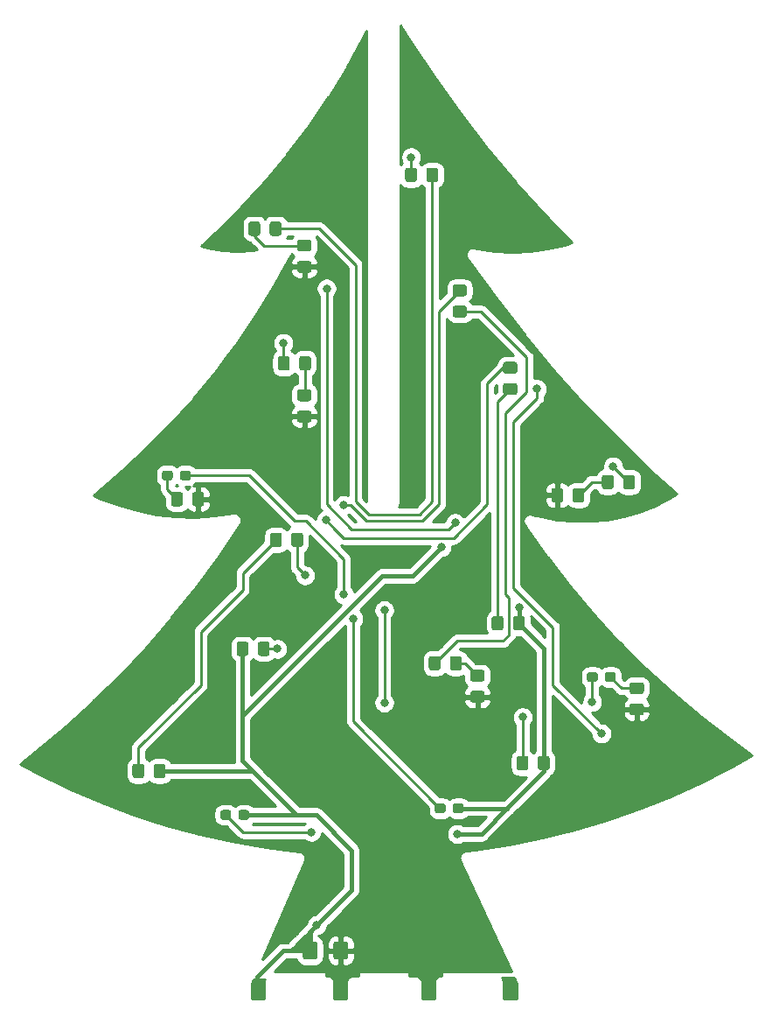
<source format=gbr>
%TF.GenerationSoftware,KiCad,Pcbnew,(5.1.6)-1*%
%TF.CreationDate,2021-10-27T12:57:45+02:00*%
%TF.ProjectId,BaumUnten,4261756d-556e-4746-956e-2e6b69636164,rev?*%
%TF.SameCoordinates,Original*%
%TF.FileFunction,Copper,L1,Top*%
%TF.FilePolarity,Positive*%
%FSLAX46Y46*%
G04 Gerber Fmt 4.6, Leading zero omitted, Abs format (unit mm)*
G04 Created by KiCad (PCBNEW (5.1.6)-1) date 2021-10-27 12:57:45*
%MOMM*%
%LPD*%
G01*
G04 APERTURE LIST*
%TA.AperFunction,ViaPad*%
%ADD10C,0.800000*%
%TD*%
%TA.AperFunction,Conductor*%
%ADD11C,0.400000*%
%TD*%
%TA.AperFunction,Conductor*%
%ADD12C,0.250000*%
%TD*%
%TA.AperFunction,Conductor*%
%ADD13C,0.254000*%
%TD*%
%TA.AperFunction,NonConductor*%
%ADD14C,0.254000*%
%TD*%
G04 APERTURE END LIST*
%TO.P,C1,2*%
%TO.N,GND*%
%TA.AperFunction,SMDPad,CuDef*%
G36*
G01*
X95785300Y-144236600D02*
X95785300Y-142986600D01*
G75*
G02*
X96035300Y-142736600I250000J0D01*
G01*
X96960300Y-142736600D01*
G75*
G02*
X97210300Y-142986600I0J-250000D01*
G01*
X97210300Y-144236600D01*
G75*
G02*
X96960300Y-144486600I-250000J0D01*
G01*
X96035300Y-144486600D01*
G75*
G02*
X95785300Y-144236600I0J250000D01*
G01*
G37*
%TD.AperFunction*%
%TO.P,C1,1*%
%TO.N,Takt_9V*%
%TA.AperFunction,SMDPad,CuDef*%
G36*
G01*
X92810300Y-144236600D02*
X92810300Y-142986600D01*
G75*
G02*
X93060300Y-142736600I250000J0D01*
G01*
X93985300Y-142736600D01*
G75*
G02*
X94235300Y-142986600I0J-250000D01*
G01*
X94235300Y-144236600D01*
G75*
G02*
X93985300Y-144486600I-250000J0D01*
G01*
X93060300Y-144486600D01*
G75*
G02*
X92810300Y-144236600I0J250000D01*
G01*
G37*
%TD.AperFunction*%
%TD*%
%TO.P,R10,2*%
%TO.N,GND*%
%TA.AperFunction,SMDPad,CuDef*%
G36*
G01*
X82111000Y-100399001D02*
X82111000Y-99498999D01*
G75*
G02*
X82360999Y-99249000I249999J0D01*
G01*
X83011001Y-99249000D01*
G75*
G02*
X83261000Y-99498999I0J-249999D01*
G01*
X83261000Y-100399001D01*
G75*
G02*
X83011001Y-100649000I-249999J0D01*
G01*
X82360999Y-100649000D01*
G75*
G02*
X82111000Y-100399001I0J249999D01*
G01*
G37*
%TD.AperFunction*%
%TO.P,R10,1*%
%TO.N,Net-(DB8-Pad1)*%
%TA.AperFunction,SMDPad,CuDef*%
G36*
G01*
X80061000Y-100399001D02*
X80061000Y-99498999D01*
G75*
G02*
X80310999Y-99249000I249999J0D01*
G01*
X80961001Y-99249000D01*
G75*
G02*
X81211000Y-99498999I0J-249999D01*
G01*
X81211000Y-100399001D01*
G75*
G02*
X80961001Y-100649000I-249999J0D01*
G01*
X80310999Y-100649000D01*
G75*
G02*
X80061000Y-100399001I0J249999D01*
G01*
G37*
%TD.AperFunction*%
%TD*%
%TO.P,R8,2*%
%TO.N,GND*%
%TA.AperFunction,SMDPad,CuDef*%
G36*
G01*
X124708499Y-119712000D02*
X125608501Y-119712000D01*
G75*
G02*
X125858500Y-119961999I0J-249999D01*
G01*
X125858500Y-120612001D01*
G75*
G02*
X125608501Y-120862000I-249999J0D01*
G01*
X124708499Y-120862000D01*
G75*
G02*
X124458500Y-120612001I0J249999D01*
G01*
X124458500Y-119961999D01*
G75*
G02*
X124708499Y-119712000I249999J0D01*
G01*
G37*
%TD.AperFunction*%
%TO.P,R8,1*%
%TO.N,Net-(DB4-Pad1)*%
%TA.AperFunction,SMDPad,CuDef*%
G36*
G01*
X124708499Y-117662000D02*
X125608501Y-117662000D01*
G75*
G02*
X125858500Y-117911999I0J-249999D01*
G01*
X125858500Y-118562001D01*
G75*
G02*
X125608501Y-118812000I-249999J0D01*
G01*
X124708499Y-118812000D01*
G75*
G02*
X124458500Y-118562001I0J249999D01*
G01*
X124458500Y-117911999D01*
G75*
G02*
X124708499Y-117662000I249999J0D01*
G01*
G37*
%TD.AperFunction*%
%TD*%
%TO.P,R4,2*%
%TO.N,GND*%
%TA.AperFunction,SMDPad,CuDef*%
G36*
G01*
X92513999Y-91382000D02*
X93414001Y-91382000D01*
G75*
G02*
X93664000Y-91631999I0J-249999D01*
G01*
X93664000Y-92282001D01*
G75*
G02*
X93414001Y-92532000I-249999J0D01*
G01*
X92513999Y-92532000D01*
G75*
G02*
X92264000Y-92282001I0J249999D01*
G01*
X92264000Y-91631999D01*
G75*
G02*
X92513999Y-91382000I249999J0D01*
G01*
G37*
%TD.AperFunction*%
%TO.P,R4,1*%
%TO.N,Net-(DR8-Pad1)*%
%TA.AperFunction,SMDPad,CuDef*%
G36*
G01*
X92513999Y-89332000D02*
X93414001Y-89332000D01*
G75*
G02*
X93664000Y-89581999I0J-249999D01*
G01*
X93664000Y-90232001D01*
G75*
G02*
X93414001Y-90482000I-249999J0D01*
G01*
X92513999Y-90482000D01*
G75*
G02*
X92264000Y-90232001I0J249999D01*
G01*
X92264000Y-89581999D01*
G75*
G02*
X92513999Y-89332000I249999J0D01*
G01*
G37*
%TD.AperFunction*%
%TD*%
%TO.P,R3,2*%
%TO.N,GND*%
%TA.AperFunction,SMDPad,CuDef*%
G36*
G01*
X118041000Y-99117999D02*
X118041000Y-100018001D01*
G75*
G02*
X117791001Y-100268000I-249999J0D01*
G01*
X117140999Y-100268000D01*
G75*
G02*
X116891000Y-100018001I0J249999D01*
G01*
X116891000Y-99117999D01*
G75*
G02*
X117140999Y-98868000I249999J0D01*
G01*
X117791001Y-98868000D01*
G75*
G02*
X118041000Y-99117999I0J-249999D01*
G01*
G37*
%TD.AperFunction*%
%TO.P,R3,1*%
%TO.N,Net-(DR4-Pad1)*%
%TA.AperFunction,SMDPad,CuDef*%
G36*
G01*
X120091000Y-99117999D02*
X120091000Y-100018001D01*
G75*
G02*
X119841001Y-100268000I-249999J0D01*
G01*
X119190999Y-100268000D01*
G75*
G02*
X118941000Y-100018001I0J249999D01*
G01*
X118941000Y-99117999D01*
G75*
G02*
X119190999Y-98868000I249999J0D01*
G01*
X119841001Y-98868000D01*
G75*
G02*
X120091000Y-99117999I0J-249999D01*
G01*
G37*
%TD.AperFunction*%
%TD*%
%TO.P,R2,2*%
%TO.N,GND*%
%TA.AperFunction,SMDPad,CuDef*%
G36*
G01*
X92513999Y-76895000D02*
X93414001Y-76895000D01*
G75*
G02*
X93664000Y-77144999I0J-249999D01*
G01*
X93664000Y-77795001D01*
G75*
G02*
X93414001Y-78045000I-249999J0D01*
G01*
X92513999Y-78045000D01*
G75*
G02*
X92264000Y-77795001I0J249999D01*
G01*
X92264000Y-77144999D01*
G75*
G02*
X92513999Y-76895000I249999J0D01*
G01*
G37*
%TD.AperFunction*%
%TO.P,R2,1*%
%TO.N,Net-(DY8-Pad1)*%
%TA.AperFunction,SMDPad,CuDef*%
G36*
G01*
X92513999Y-74845000D02*
X93414001Y-74845000D01*
G75*
G02*
X93664000Y-75094999I0J-249999D01*
G01*
X93664000Y-75745001D01*
G75*
G02*
X93414001Y-75995000I-249999J0D01*
G01*
X92513999Y-75995000D01*
G75*
G02*
X92264000Y-75745001I0J249999D01*
G01*
X92264000Y-75094999D01*
G75*
G02*
X92513999Y-74845000I249999J0D01*
G01*
G37*
%TD.AperFunction*%
%TD*%
%TO.P,R1,2*%
%TO.N,GND*%
%TA.AperFunction,SMDPad,CuDef*%
G36*
G01*
X109277999Y-118496500D02*
X110178001Y-118496500D01*
G75*
G02*
X110428000Y-118746499I0J-249999D01*
G01*
X110428000Y-119396501D01*
G75*
G02*
X110178001Y-119646500I-249999J0D01*
G01*
X109277999Y-119646500D01*
G75*
G02*
X109028000Y-119396501I0J249999D01*
G01*
X109028000Y-118746499D01*
G75*
G02*
X109277999Y-118496500I249999J0D01*
G01*
G37*
%TD.AperFunction*%
%TO.P,R1,1*%
%TO.N,Net-(DY4-Pad1)*%
%TA.AperFunction,SMDPad,CuDef*%
G36*
G01*
X109277999Y-116446500D02*
X110178001Y-116446500D01*
G75*
G02*
X110428000Y-116696499I0J-249999D01*
G01*
X110428000Y-117346501D01*
G75*
G02*
X110178001Y-117596500I-249999J0D01*
G01*
X109277999Y-117596500D01*
G75*
G02*
X109028000Y-117346501I0J249999D01*
G01*
X109028000Y-116696499D01*
G75*
G02*
X109277999Y-116446500I249999J0D01*
G01*
G37*
%TD.AperFunction*%
%TD*%
%TO.P,DY8,2*%
%TO.N,Net-(DY7-Pad1)*%
%TA.AperFunction,SMDPad,CuDef*%
G36*
G01*
X89604000Y-74237001D02*
X89604000Y-73336999D01*
G75*
G02*
X89853999Y-73087000I249999J0D01*
G01*
X90504001Y-73087000D01*
G75*
G02*
X90754000Y-73336999I0J-249999D01*
G01*
X90754000Y-74237001D01*
G75*
G02*
X90504001Y-74487000I-249999J0D01*
G01*
X89853999Y-74487000D01*
G75*
G02*
X89604000Y-74237001I0J249999D01*
G01*
G37*
%TD.AperFunction*%
%TO.P,DY8,1*%
%TO.N,Net-(DY8-Pad1)*%
%TA.AperFunction,SMDPad,CuDef*%
G36*
G01*
X87554000Y-74237001D02*
X87554000Y-73336999D01*
G75*
G02*
X87803999Y-73087000I249999J0D01*
G01*
X88454001Y-73087000D01*
G75*
G02*
X88704000Y-73336999I0J-249999D01*
G01*
X88704000Y-74237001D01*
G75*
G02*
X88454001Y-74487000I-249999J0D01*
G01*
X87803999Y-74487000D01*
G75*
G02*
X87554000Y-74237001I0J249999D01*
G01*
G37*
%TD.AperFunction*%
%TD*%
%TO.P,DY7,2*%
%TO.N,Net-(DY6-Pad1)*%
%TA.AperFunction,SMDPad,CuDef*%
G36*
G01*
X103880500Y-68129999D02*
X103880500Y-69030001D01*
G75*
G02*
X103630501Y-69280000I-249999J0D01*
G01*
X102980499Y-69280000D01*
G75*
G02*
X102730500Y-69030001I0J249999D01*
G01*
X102730500Y-68129999D01*
G75*
G02*
X102980499Y-67880000I249999J0D01*
G01*
X103630501Y-67880000D01*
G75*
G02*
X103880500Y-68129999I0J-249999D01*
G01*
G37*
%TD.AperFunction*%
%TO.P,DY7,1*%
%TO.N,Net-(DY7-Pad1)*%
%TA.AperFunction,SMDPad,CuDef*%
G36*
G01*
X105930500Y-68129999D02*
X105930500Y-69030001D01*
G75*
G02*
X105680501Y-69280000I-249999J0D01*
G01*
X105030499Y-69280000D01*
G75*
G02*
X104780500Y-69030001I0J249999D01*
G01*
X104780500Y-68129999D01*
G75*
G02*
X105030499Y-67880000I249999J0D01*
G01*
X105680501Y-67880000D01*
G75*
G02*
X105930500Y-68129999I0J-249999D01*
G01*
G37*
%TD.AperFunction*%
%TD*%
%TO.P,DY4,2*%
%TO.N,Net-(DY3-Pad1)*%
%TA.AperFunction,SMDPad,CuDef*%
G36*
G01*
X106166500Y-115373999D02*
X106166500Y-116274001D01*
G75*
G02*
X105916501Y-116524000I-249999J0D01*
G01*
X105266499Y-116524000D01*
G75*
G02*
X105016500Y-116274001I0J249999D01*
G01*
X105016500Y-115373999D01*
G75*
G02*
X105266499Y-115124000I249999J0D01*
G01*
X105916501Y-115124000D01*
G75*
G02*
X106166500Y-115373999I0J-249999D01*
G01*
G37*
%TD.AperFunction*%
%TO.P,DY4,1*%
%TO.N,Net-(DY4-Pad1)*%
%TA.AperFunction,SMDPad,CuDef*%
G36*
G01*
X108216500Y-115373999D02*
X108216500Y-116274001D01*
G75*
G02*
X107966501Y-116524000I-249999J0D01*
G01*
X107316499Y-116524000D01*
G75*
G02*
X107066500Y-116274001I0J249999D01*
G01*
X107066500Y-115373999D01*
G75*
G02*
X107316499Y-115124000I249999J0D01*
G01*
X107966501Y-115124000D01*
G75*
G02*
X108216500Y-115373999I0J-249999D01*
G01*
G37*
%TD.AperFunction*%
%TD*%
%TO.P,DY3,2*%
%TO.N,Net-(DY2-Pad1)*%
%TA.AperFunction,SMDPad,CuDef*%
G36*
G01*
X108463501Y-80322000D02*
X107563499Y-80322000D01*
G75*
G02*
X107313500Y-80072001I0J249999D01*
G01*
X107313500Y-79421999D01*
G75*
G02*
X107563499Y-79172000I249999J0D01*
G01*
X108463501Y-79172000D01*
G75*
G02*
X108713500Y-79421999I0J-249999D01*
G01*
X108713500Y-80072001D01*
G75*
G02*
X108463501Y-80322000I-249999J0D01*
G01*
G37*
%TD.AperFunction*%
%TO.P,DY3,1*%
%TO.N,Net-(DY3-Pad1)*%
%TA.AperFunction,SMDPad,CuDef*%
G36*
G01*
X108463501Y-82372000D02*
X107563499Y-82372000D01*
G75*
G02*
X107313500Y-82122001I0J249999D01*
G01*
X107313500Y-81471999D01*
G75*
G02*
X107563499Y-81222000I249999J0D01*
G01*
X108463501Y-81222000D01*
G75*
G02*
X108713500Y-81471999I0J-249999D01*
G01*
X108713500Y-82122001D01*
G75*
G02*
X108463501Y-82372000I-249999J0D01*
G01*
G37*
%TD.AperFunction*%
%TD*%
%TO.P,DR8,2*%
%TO.N,Net-(DR7-Pad1)*%
%TA.AperFunction,SMDPad,CuDef*%
G36*
G01*
X91561500Y-86354499D02*
X91561500Y-87254501D01*
G75*
G02*
X91311501Y-87504500I-249999J0D01*
G01*
X90661499Y-87504500D01*
G75*
G02*
X90411500Y-87254501I0J249999D01*
G01*
X90411500Y-86354499D01*
G75*
G02*
X90661499Y-86104500I249999J0D01*
G01*
X91311501Y-86104500D01*
G75*
G02*
X91561500Y-86354499I0J-249999D01*
G01*
G37*
%TD.AperFunction*%
%TO.P,DR8,1*%
%TO.N,Net-(DR8-Pad1)*%
%TA.AperFunction,SMDPad,CuDef*%
G36*
G01*
X93611500Y-86354499D02*
X93611500Y-87254501D01*
G75*
G02*
X93361501Y-87504500I-249999J0D01*
G01*
X92711499Y-87504500D01*
G75*
G02*
X92461500Y-87254501I0J249999D01*
G01*
X92461500Y-86354499D01*
G75*
G02*
X92711499Y-86104500I249999J0D01*
G01*
X93361501Y-86104500D01*
G75*
G02*
X93611500Y-86354499I0J-249999D01*
G01*
G37*
%TD.AperFunction*%
%TD*%
%TO.P,DR5,2*%
%TO.N,Takt_invertiert_9V*%
%TA.AperFunction,SMDPad,CuDef*%
G36*
G01*
X115575500Y-125926001D02*
X115575500Y-125025999D01*
G75*
G02*
X115825499Y-124776000I249999J0D01*
G01*
X116475501Y-124776000D01*
G75*
G02*
X116725500Y-125025999I0J-249999D01*
G01*
X116725500Y-125926001D01*
G75*
G02*
X116475501Y-126176000I-249999J0D01*
G01*
X115825499Y-126176000D01*
G75*
G02*
X115575500Y-125926001I0J249999D01*
G01*
G37*
%TD.AperFunction*%
%TO.P,DR5,1*%
%TO.N,Net-(DR5-Pad1)*%
%TA.AperFunction,SMDPad,CuDef*%
G36*
G01*
X113525500Y-125926001D02*
X113525500Y-125025999D01*
G75*
G02*
X113775499Y-124776000I249999J0D01*
G01*
X114425501Y-124776000D01*
G75*
G02*
X114675500Y-125025999I0J-249999D01*
G01*
X114675500Y-125926001D01*
G75*
G02*
X114425501Y-126176000I-249999J0D01*
G01*
X113775499Y-126176000D01*
G75*
G02*
X113525500Y-125926001I0J249999D01*
G01*
G37*
%TD.AperFunction*%
%TD*%
%TO.P,DR4,2*%
%TO.N,Net-(DR3-Pad1)*%
%TA.AperFunction,SMDPad,CuDef*%
G36*
G01*
X123830500Y-98748001D02*
X123830500Y-97847999D01*
G75*
G02*
X124080499Y-97598000I249999J0D01*
G01*
X124730501Y-97598000D01*
G75*
G02*
X124980500Y-97847999I0J-249999D01*
G01*
X124980500Y-98748001D01*
G75*
G02*
X124730501Y-98998000I-249999J0D01*
G01*
X124080499Y-98998000D01*
G75*
G02*
X123830500Y-98748001I0J249999D01*
G01*
G37*
%TD.AperFunction*%
%TO.P,DR4,1*%
%TO.N,Net-(DR4-Pad1)*%
%TA.AperFunction,SMDPad,CuDef*%
G36*
G01*
X121780500Y-98748001D02*
X121780500Y-97847999D01*
G75*
G02*
X122030499Y-97598000I249999J0D01*
G01*
X122680501Y-97598000D01*
G75*
G02*
X122930500Y-97847999I0J-249999D01*
G01*
X122930500Y-98748001D01*
G75*
G02*
X122680501Y-98998000I-249999J0D01*
G01*
X122030499Y-98998000D01*
G75*
G02*
X121780500Y-98748001I0J249999D01*
G01*
G37*
%TD.AperFunction*%
%TD*%
%TO.P,DR1,2*%
%TO.N,Takt_9V*%
%TA.AperFunction,SMDPad,CuDef*%
G36*
G01*
X87561000Y-113976999D02*
X87561000Y-114877001D01*
G75*
G02*
X87311001Y-115127000I-249999J0D01*
G01*
X86660999Y-115127000D01*
G75*
G02*
X86411000Y-114877001I0J249999D01*
G01*
X86411000Y-113976999D01*
G75*
G02*
X86660999Y-113727000I249999J0D01*
G01*
X87311001Y-113727000D01*
G75*
G02*
X87561000Y-113976999I0J-249999D01*
G01*
G37*
%TD.AperFunction*%
%TO.P,DR1,1*%
%TO.N,Net-(DR1-Pad1)*%
%TA.AperFunction,SMDPad,CuDef*%
G36*
G01*
X89611000Y-113976999D02*
X89611000Y-114877001D01*
G75*
G02*
X89361001Y-115127000I-249999J0D01*
G01*
X88710999Y-115127000D01*
G75*
G02*
X88461000Y-114877001I0J249999D01*
G01*
X88461000Y-113976999D01*
G75*
G02*
X88710999Y-113727000I249999J0D01*
G01*
X89361001Y-113727000D01*
G75*
G02*
X89611000Y-113976999I0J-249999D01*
G01*
G37*
%TD.AperFunction*%
%TD*%
%TO.P,DG6,2*%
%TO.N,Net-(DG5-Pad1)*%
%TA.AperFunction,SMDPad,CuDef*%
G36*
G01*
X112452999Y-88715000D02*
X113353001Y-88715000D01*
G75*
G02*
X113603000Y-88964999I0J-249999D01*
G01*
X113603000Y-89615001D01*
G75*
G02*
X113353001Y-89865000I-249999J0D01*
G01*
X112452999Y-89865000D01*
G75*
G02*
X112203000Y-89615001I0J249999D01*
G01*
X112203000Y-88964999D01*
G75*
G02*
X112452999Y-88715000I249999J0D01*
G01*
G37*
%TD.AperFunction*%
%TO.P,DG6,1*%
%TO.N,Net-(DG6-Pad1)*%
%TA.AperFunction,SMDPad,CuDef*%
G36*
G01*
X112452999Y-86665000D02*
X113353001Y-86665000D01*
G75*
G02*
X113603000Y-86914999I0J-249999D01*
G01*
X113603000Y-87565001D01*
G75*
G02*
X113353001Y-87815000I-249999J0D01*
G01*
X112452999Y-87815000D01*
G75*
G02*
X112203000Y-87565001I0J249999D01*
G01*
X112203000Y-86914999D01*
G75*
G02*
X112452999Y-86665000I249999J0D01*
G01*
G37*
%TD.AperFunction*%
%TD*%
%TO.P,DG5,2*%
%TO.N,Takt_invertiert_9V*%
%TA.AperFunction,SMDPad,CuDef*%
G36*
G01*
X113162500Y-112400501D02*
X113162500Y-111500499D01*
G75*
G02*
X113412499Y-111250500I249999J0D01*
G01*
X114062501Y-111250500D01*
G75*
G02*
X114312500Y-111500499I0J-249999D01*
G01*
X114312500Y-112400501D01*
G75*
G02*
X114062501Y-112650500I-249999J0D01*
G01*
X113412499Y-112650500D01*
G75*
G02*
X113162500Y-112400501I0J249999D01*
G01*
G37*
%TD.AperFunction*%
%TO.P,DG5,1*%
%TO.N,Net-(DG5-Pad1)*%
%TA.AperFunction,SMDPad,CuDef*%
G36*
G01*
X111112500Y-112400501D02*
X111112500Y-111500499D01*
G75*
G02*
X111362499Y-111250500I249999J0D01*
G01*
X112012501Y-111250500D01*
G75*
G02*
X112262500Y-111500499I0J-249999D01*
G01*
X112262500Y-112400501D01*
G75*
G02*
X112012501Y-112650500I-249999J0D01*
G01*
X111362499Y-112650500D01*
G75*
G02*
X111112500Y-112400501I0J249999D01*
G01*
G37*
%TD.AperFunction*%
%TD*%
%TO.P,DG2,2*%
%TO.N,Net-(DG1-Pad1)*%
%TA.AperFunction,SMDPad,CuDef*%
G36*
G01*
X90799500Y-103435999D02*
X90799500Y-104336001D01*
G75*
G02*
X90549501Y-104586000I-249999J0D01*
G01*
X89899499Y-104586000D01*
G75*
G02*
X89649500Y-104336001I0J249999D01*
G01*
X89649500Y-103435999D01*
G75*
G02*
X89899499Y-103186000I249999J0D01*
G01*
X90549501Y-103186000D01*
G75*
G02*
X90799500Y-103435999I0J-249999D01*
G01*
G37*
%TD.AperFunction*%
%TO.P,DG2,1*%
%TO.N,Net-(DG2-Pad1)*%
%TA.AperFunction,SMDPad,CuDef*%
G36*
G01*
X92849500Y-103435999D02*
X92849500Y-104336001D01*
G75*
G02*
X92599501Y-104586000I-249999J0D01*
G01*
X91949499Y-104586000D01*
G75*
G02*
X91699500Y-104336001I0J249999D01*
G01*
X91699500Y-103435999D01*
G75*
G02*
X91949499Y-103186000I249999J0D01*
G01*
X92599501Y-103186000D01*
G75*
G02*
X92849500Y-103435999I0J-249999D01*
G01*
G37*
%TD.AperFunction*%
%TD*%
%TO.P,DG1,2*%
%TO.N,Takt_9V*%
%TA.AperFunction,SMDPad,CuDef*%
G36*
G01*
X78373500Y-126688001D02*
X78373500Y-125787999D01*
G75*
G02*
X78623499Y-125538000I249999J0D01*
G01*
X79273501Y-125538000D01*
G75*
G02*
X79523500Y-125787999I0J-249999D01*
G01*
X79523500Y-126688001D01*
G75*
G02*
X79273501Y-126938000I-249999J0D01*
G01*
X78623499Y-126938000D01*
G75*
G02*
X78373500Y-126688001I0J249999D01*
G01*
G37*
%TD.AperFunction*%
%TO.P,DG1,1*%
%TO.N,Net-(DG1-Pad1)*%
%TA.AperFunction,SMDPad,CuDef*%
G36*
G01*
X76323500Y-126688001D02*
X76323500Y-125787999D01*
G75*
G02*
X76573499Y-125538000I249999J0D01*
G01*
X77223501Y-125538000D01*
G75*
G02*
X77473500Y-125787999I0J-249999D01*
G01*
X77473500Y-126688001D01*
G75*
G02*
X77223501Y-126938000I-249999J0D01*
G01*
X76573499Y-126938000D01*
G75*
G02*
X76323500Y-126688001I0J249999D01*
G01*
G37*
%TD.AperFunction*%
%TD*%
%TO.P,DB8,2*%
%TO.N,Net-(DB7-Pad1)*%
%TA.AperFunction,SMDPad,CuDef*%
G36*
G01*
X80931500Y-97900500D02*
X80931500Y-97425500D01*
G75*
G02*
X81169000Y-97188000I237500J0D01*
G01*
X81744000Y-97188000D01*
G75*
G02*
X81981500Y-97425500I0J-237500D01*
G01*
X81981500Y-97900500D01*
G75*
G02*
X81744000Y-98138000I-237500J0D01*
G01*
X81169000Y-98138000D01*
G75*
G02*
X80931500Y-97900500I0J237500D01*
G01*
G37*
%TD.AperFunction*%
%TO.P,DB8,1*%
%TO.N,Net-(DB8-Pad1)*%
%TA.AperFunction,SMDPad,CuDef*%
G36*
G01*
X79181500Y-97900500D02*
X79181500Y-97425500D01*
G75*
G02*
X79419000Y-97188000I237500J0D01*
G01*
X79994000Y-97188000D01*
G75*
G02*
X80231500Y-97425500I0J-237500D01*
G01*
X80231500Y-97900500D01*
G75*
G02*
X79994000Y-98138000I-237500J0D01*
G01*
X79419000Y-98138000D01*
G75*
G02*
X79181500Y-97900500I0J237500D01*
G01*
G37*
%TD.AperFunction*%
%TD*%
%TO.P,DB7,2*%
%TO.N,Takt_invertiert_9V*%
%TA.AperFunction,SMDPad,CuDef*%
G36*
G01*
X107347500Y-130095000D02*
X107347500Y-129620000D01*
G75*
G02*
X107585000Y-129382500I237500J0D01*
G01*
X108160000Y-129382500D01*
G75*
G02*
X108397500Y-129620000I0J-237500D01*
G01*
X108397500Y-130095000D01*
G75*
G02*
X108160000Y-130332500I-237500J0D01*
G01*
X107585000Y-130332500D01*
G75*
G02*
X107347500Y-130095000I0J237500D01*
G01*
G37*
%TD.AperFunction*%
%TO.P,DB7,1*%
%TO.N,Net-(DB7-Pad1)*%
%TA.AperFunction,SMDPad,CuDef*%
G36*
G01*
X105597500Y-130095000D02*
X105597500Y-129620000D01*
G75*
G02*
X105835000Y-129382500I237500J0D01*
G01*
X106410000Y-129382500D01*
G75*
G02*
X106647500Y-129620000I0J-237500D01*
G01*
X106647500Y-130095000D01*
G75*
G02*
X106410000Y-130332500I-237500J0D01*
G01*
X105835000Y-130332500D01*
G75*
G02*
X105597500Y-130095000I0J237500D01*
G01*
G37*
%TD.AperFunction*%
%TD*%
%TO.P,DB4,2*%
%TO.N,Net-(DB3-Pad1)*%
%TA.AperFunction,SMDPad,CuDef*%
G36*
G01*
X121379500Y-116920000D02*
X121379500Y-117395000D01*
G75*
G02*
X121142000Y-117632500I-237500J0D01*
G01*
X120567000Y-117632500D01*
G75*
G02*
X120329500Y-117395000I0J237500D01*
G01*
X120329500Y-116920000D01*
G75*
G02*
X120567000Y-116682500I237500J0D01*
G01*
X121142000Y-116682500D01*
G75*
G02*
X121379500Y-116920000I0J-237500D01*
G01*
G37*
%TD.AperFunction*%
%TO.P,DB4,1*%
%TO.N,Net-(DB4-Pad1)*%
%TA.AperFunction,SMDPad,CuDef*%
G36*
G01*
X123129500Y-116920000D02*
X123129500Y-117395000D01*
G75*
G02*
X122892000Y-117632500I-237500J0D01*
G01*
X122317000Y-117632500D01*
G75*
G02*
X122079500Y-117395000I0J237500D01*
G01*
X122079500Y-116920000D01*
G75*
G02*
X122317000Y-116682500I237500J0D01*
G01*
X122892000Y-116682500D01*
G75*
G02*
X123129500Y-116920000I0J-237500D01*
G01*
G37*
%TD.AperFunction*%
%TD*%
%TO.P,DB3,2*%
%TO.N,Takt_9V*%
%TA.AperFunction,SMDPad,CuDef*%
G36*
G01*
X86583000Y-130730000D02*
X86583000Y-130255000D01*
G75*
G02*
X86820500Y-130017500I237500J0D01*
G01*
X87395500Y-130017500D01*
G75*
G02*
X87633000Y-130255000I0J-237500D01*
G01*
X87633000Y-130730000D01*
G75*
G02*
X87395500Y-130967500I-237500J0D01*
G01*
X86820500Y-130967500D01*
G75*
G02*
X86583000Y-130730000I0J237500D01*
G01*
G37*
%TD.AperFunction*%
%TO.P,DB3,1*%
%TO.N,Net-(DB3-Pad1)*%
%TA.AperFunction,SMDPad,CuDef*%
G36*
G01*
X84833000Y-130730000D02*
X84833000Y-130255000D01*
G75*
G02*
X85070500Y-130017500I237500J0D01*
G01*
X85645500Y-130017500D01*
G75*
G02*
X85883000Y-130255000I0J-237500D01*
G01*
X85883000Y-130730000D01*
G75*
G02*
X85645500Y-130967500I-237500J0D01*
G01*
X85070500Y-130967500D01*
G75*
G02*
X84833000Y-130730000I0J237500D01*
G01*
G37*
%TD.AperFunction*%
%TD*%
D10*
%TO.N,Takt_9V*%
X88392000Y-147523200D03*
X106235500Y-104584500D03*
X94170500Y-141160500D03*
%TO.N,Net-(DB1-Pad1)*%
X100711000Y-119634000D03*
X100711000Y-110680500D03*
%TO.N,Net-(DB3-Pad1)*%
X93662500Y-132143500D03*
X120840500Y-119570500D03*
%TO.N,Takt_invertiert_9V*%
X112877600Y-147675600D03*
X113792000Y-110426500D03*
X107759500Y-132334000D03*
%TO.N,Net-(DB5-Pad1)*%
X95123000Y-79565500D03*
X107569000Y-102235000D03*
%TO.N,Net-(DB7-Pad1)*%
X96774000Y-109156500D03*
X97726500Y-111506000D03*
%TO.N,Net-(DG2-Pad1)*%
X93027500Y-107315000D03*
%TO.N,Net-(DG6-Pad1)*%
X95059500Y-101981000D03*
%TO.N,Net-(DR1-Pad1)*%
X90360500Y-114427000D03*
%TO.N,Net-(DR3-Pad1)*%
X122872500Y-96774000D03*
%TO.N,Net-(DR5-Pad1)*%
X114109500Y-121031000D03*
%TO.N,Net-(DR7-Pad1)*%
X90932000Y-84836000D03*
%TO.N,Net-(DY2-Pad1)*%
X96774000Y-100520500D03*
%TO.N,Net-(DY5-Pad1)*%
X121729500Y-122618500D03*
X115506500Y-89281000D03*
%TO.N,Net-(DY6-Pad1)*%
X103314500Y-66865500D03*
%TO.N,GND*%
X105003600Y-147675600D03*
X96520000Y-147726400D03*
X93789500Y-126682500D03*
X80200500Y-123571000D03*
X92583000Y-82105500D03*
X101549200Y-129235200D03*
X105918000Y-125933200D03*
X80264000Y-118160800D03*
X95859600Y-135788400D03*
%TD*%
D11*
%TO.N,Takt_9V*%
X87947500Y-126238000D02*
X88487250Y-126777750D01*
X86986000Y-125276500D02*
X88487250Y-126777750D01*
X78948500Y-126238000D02*
X87947500Y-126238000D01*
X100520500Y-107378500D02*
X94488000Y-113411000D01*
X106235500Y-104584500D02*
X103441500Y-107378500D01*
X103441500Y-107378500D02*
X100520500Y-107378500D01*
X87108000Y-130492500D02*
X91884500Y-130492500D01*
X91884500Y-130492500D02*
X92202000Y-130492500D01*
X88487250Y-126777750D02*
X92202000Y-130492500D01*
X86986000Y-114427000D02*
X86986000Y-120913000D01*
X94488000Y-113411000D02*
X86986000Y-120913000D01*
X86986000Y-120913000D02*
X86986000Y-125276500D01*
X94107000Y-130492500D02*
X91884500Y-130492500D01*
X94170500Y-141160500D02*
X96012000Y-139319000D01*
X96012000Y-139319000D02*
X96012000Y-139293600D01*
X97536000Y-137769600D02*
X97536000Y-133921500D01*
X96012000Y-139293600D02*
X97536000Y-137769600D01*
X97536000Y-133921500D02*
X94107000Y-130492500D01*
X91719400Y-143611600D02*
X91681300Y-143649700D01*
X93522800Y-143611600D02*
X91719400Y-143611600D01*
X93522800Y-141808200D02*
X93764100Y-141566900D01*
X93522800Y-143611600D02*
X93522800Y-141808200D01*
X93764100Y-141566900D02*
X94170500Y-141160500D01*
X93522800Y-143611600D02*
X93522800Y-143408400D01*
X93522800Y-143408400D02*
X92722700Y-142608300D01*
X93522800Y-143611600D02*
X93014800Y-143611600D01*
X93014800Y-143611600D02*
X92367100Y-142963900D01*
X92722700Y-142608300D02*
X92976700Y-142354300D01*
X93421200Y-143611600D02*
X92570300Y-142760700D01*
X92367100Y-142963900D02*
X92570300Y-142760700D01*
X93522800Y-143611600D02*
X93421200Y-143611600D01*
X92570300Y-142760700D02*
X92722700Y-142608300D01*
X92608400Y-143611600D02*
X92163900Y-143167100D01*
X91681300Y-143649700D02*
X92163900Y-143167100D01*
X93522800Y-143611600D02*
X92608400Y-143611600D01*
X92163900Y-143167100D02*
X92367100Y-142963900D01*
X93522800Y-142900400D02*
X93116400Y-142494000D01*
X93522800Y-143611600D02*
X93522800Y-142900400D01*
X93116400Y-142494000D02*
X92976700Y-142354300D01*
X93522800Y-142494000D02*
X93179900Y-142151100D01*
X93522800Y-143611600D02*
X93522800Y-142494000D01*
X92976700Y-142354300D02*
X93179900Y-142151100D01*
X93179900Y-142151100D02*
X93764100Y-141566900D01*
X88392000Y-147523200D02*
X88392000Y-146151600D01*
X90893900Y-143649700D02*
X91681300Y-143649700D01*
X88392000Y-146151600D02*
X90893900Y-143649700D01*
D12*
%TO.N,Net-(DB1-Pad1)*%
X100711000Y-119634000D02*
X100711000Y-110680500D01*
%TO.N,Net-(DB3-Pad1)*%
X85358000Y-130492500D02*
X87009000Y-132143500D01*
X87009000Y-132143500D02*
X93662500Y-132143500D01*
X120840500Y-117171500D02*
X120854500Y-117157500D01*
X120840500Y-119570500D02*
X120840500Y-117171500D01*
%TO.N,Net-(DB4-Pad1)*%
X123684000Y-118237000D02*
X122604500Y-117157500D01*
X125158500Y-118237000D02*
X123684000Y-118237000D01*
D11*
%TO.N,Takt_invertiert_9V*%
X116150500Y-125476000D02*
X116150500Y-126292500D01*
X116150500Y-114363500D02*
X113737500Y-111950500D01*
X116150500Y-125476000D02*
X116150500Y-114363500D01*
X113792000Y-111896000D02*
X113737500Y-111950500D01*
X113792000Y-110426500D02*
X113792000Y-111896000D01*
X116150500Y-126292500D02*
X112712500Y-129730500D01*
X112585500Y-129857500D02*
X112712500Y-129730500D01*
X107872500Y-129857500D02*
X112585500Y-129857500D01*
X112712500Y-129730500D02*
X110109000Y-132334000D01*
X110109000Y-132334000D02*
X107759500Y-132334000D01*
D12*
%TO.N,Net-(DB5-Pad1)*%
X97536000Y-102870000D02*
X95123000Y-100457000D01*
X95123000Y-100457000D02*
X95123000Y-79565500D01*
X106934000Y-102870000D02*
X104584500Y-102870000D01*
X104965500Y-102870000D02*
X104584500Y-102870000D01*
X107569000Y-102235000D02*
X106934000Y-102870000D01*
X104584500Y-102870000D02*
X97536000Y-102870000D01*
%TO.N,Net-(DB7-Pad1)*%
X87639690Y-97663000D02*
X92021190Y-102044500D01*
X81456500Y-97663000D02*
X87639690Y-97663000D01*
X92021190Y-102044500D02*
X93091000Y-102044500D01*
X93091000Y-102044500D02*
X96774000Y-105727500D01*
X96774000Y-105727500D02*
X96774000Y-109156500D01*
X97726500Y-121461500D02*
X106122500Y-129857500D01*
X97726500Y-111506000D02*
X97726500Y-121461500D01*
%TO.N,Net-(DB8-Pad1)*%
X79706500Y-99019500D02*
X80636000Y-99949000D01*
X79706500Y-97663000D02*
X79706500Y-99019500D01*
%TO.N,Net-(DG1-Pad1)*%
X76898500Y-126238000D02*
X76898500Y-123952000D01*
X76898500Y-123952000D02*
X82931000Y-117919500D01*
X82931000Y-117919500D02*
X82931000Y-112776000D01*
X82931000Y-112776000D02*
X86995000Y-108712000D01*
X86995000Y-107115500D02*
X90224500Y-103886000D01*
X86995000Y-108712000D02*
X86995000Y-107115500D01*
%TO.N,Net-(DG2-Pad1)*%
X92274500Y-103886000D02*
X92274500Y-106562000D01*
X92274500Y-106562000D02*
X93027500Y-107315000D01*
%TO.N,Net-(DG5-Pad1)*%
X111687500Y-90505500D02*
X112903000Y-89290000D01*
X111687500Y-111950500D02*
X111687500Y-90505500D01*
%TO.N,Net-(DG6-Pad1)*%
X95948500Y-102870000D02*
X95059500Y-101981000D01*
X96774000Y-103695500D02*
X95948500Y-102870000D01*
X112203000Y-87240000D02*
X110680500Y-88762500D01*
X112903000Y-87240000D02*
X112203000Y-87240000D01*
X110680500Y-88762500D02*
X110680500Y-100457000D01*
X110680500Y-100457000D02*
X107442000Y-103695500D01*
X107442000Y-103695500D02*
X96774000Y-103695500D01*
%TO.N,Net-(DR1-Pad1)*%
X89036000Y-114427000D02*
X90360500Y-114427000D01*
%TO.N,Net-(DR3-Pad1)*%
X124405500Y-98298000D02*
X124396500Y-98298000D01*
X124396500Y-98298000D02*
X122872500Y-96774000D01*
%TO.N,Net-(DR4-Pad1)*%
X120786000Y-98298000D02*
X119516000Y-99568000D01*
X122355500Y-98298000D02*
X120786000Y-98298000D01*
%TO.N,Net-(DR5-Pad1)*%
X114100500Y-125476000D02*
X114100500Y-121040000D01*
X114100500Y-121040000D02*
X114109500Y-121031000D01*
%TO.N,Net-(DR7-Pad1)*%
X90932000Y-86750000D02*
X90986500Y-86804500D01*
X90932000Y-84836000D02*
X90932000Y-86750000D01*
%TO.N,Net-(DR8-Pad1)*%
X93036500Y-89834500D02*
X92964000Y-89907000D01*
X93036500Y-86804500D02*
X93036500Y-89834500D01*
%TO.N,Net-(DY2-Pad1)*%
X108013500Y-79747000D02*
X105981500Y-81779000D01*
X105981500Y-81779000D02*
X105981500Y-100457000D01*
X105981500Y-100457000D02*
X104394000Y-102044500D01*
X104394000Y-102044500D02*
X98933000Y-102044500D01*
X98933000Y-102044500D02*
X97409000Y-100520500D01*
X97409000Y-100520500D02*
X96774000Y-100520500D01*
%TO.N,Net-(DY3-Pad1)*%
X110054500Y-81797000D02*
X108013500Y-81797000D01*
X107759500Y-113665000D02*
X112204500Y-113665000D01*
X105591500Y-115824000D02*
X106616510Y-114798990D01*
X112204500Y-113665000D02*
X112776000Y-113093500D01*
X112776000Y-113093500D02*
X112776000Y-109474000D01*
X106616510Y-114798990D02*
X106625510Y-114798990D01*
X114490500Y-86233000D02*
X110054500Y-81797000D01*
X112776000Y-109474000D02*
X112458500Y-109156500D01*
X112458500Y-91630500D02*
X114490500Y-89598500D01*
X106625510Y-114798990D02*
X107759500Y-113665000D01*
X112458500Y-109156500D02*
X112458500Y-91630500D01*
X114490500Y-89598500D02*
X114490500Y-86233000D01*
%TO.N,Net-(DY4-Pad1)*%
X108530500Y-115824000D02*
X109728000Y-117021500D01*
X107641500Y-115824000D02*
X108530500Y-115824000D01*
%TO.N,Net-(DY5-Pad1)*%
X115506500Y-90170000D02*
X113220500Y-92456000D01*
X115506500Y-89281000D02*
X115506500Y-90170000D01*
X113220500Y-92456000D02*
X113220500Y-108521500D01*
X117030500Y-117919500D02*
X121729500Y-122618500D01*
X113220500Y-108521500D02*
X117030500Y-112331500D01*
X117030500Y-112331500D02*
X117030500Y-117919500D01*
%TO.N,Net-(DY6-Pad1)*%
X103314500Y-68571000D02*
X103305500Y-68580000D01*
X103314500Y-66865500D02*
X103314500Y-68571000D01*
%TO.N,Net-(DY7-Pad1)*%
X94424500Y-73787000D02*
X90179000Y-73787000D01*
X97917000Y-77279500D02*
X94424500Y-73787000D01*
X105355500Y-100194000D02*
X104140000Y-101409500D01*
X105355500Y-68580000D02*
X105355500Y-100194000D01*
X99187000Y-101409500D02*
X97917000Y-100139500D01*
X104140000Y-101409500D02*
X99187000Y-101409500D01*
X97917000Y-100139500D02*
X97917000Y-77279500D01*
%TO.N,Net-(DY8-Pad1)*%
X88129000Y-74487000D02*
X88572000Y-74930000D01*
X88129000Y-73787000D02*
X88129000Y-74487000D01*
X88572000Y-74930000D02*
X88582500Y-74930000D01*
X89072500Y-75420000D02*
X92964000Y-75420000D01*
X88582500Y-74930000D02*
X89072500Y-75420000D01*
%TD*%
D13*
%TO.N,GND*%
G36*
X102969815Y-55239802D02*
G01*
X102971181Y-55241934D01*
X102972481Y-55244098D01*
X102981839Y-55258624D01*
X105379205Y-58875102D01*
X105381158Y-58877934D01*
X105383053Y-58880842D01*
X105392937Y-58895015D01*
X107921213Y-62421215D01*
X107923275Y-62423982D01*
X107925269Y-62426810D01*
X107935665Y-62440611D01*
X110591457Y-65871799D01*
X110593612Y-65874480D01*
X110595716Y-65877243D01*
X110606611Y-65890653D01*
X113386351Y-69222217D01*
X113388598Y-69224812D01*
X113390806Y-69227501D01*
X113402092Y-69240396D01*
X113402185Y-69240503D01*
X113402213Y-69240533D01*
X116302140Y-72467970D01*
X116304473Y-72470473D01*
X116306785Y-72473087D01*
X116318545Y-72485570D01*
X116318633Y-72485664D01*
X116318660Y-72485691D01*
X118864334Y-75118096D01*
X118184449Y-75337911D01*
X116521349Y-75713215D01*
X114831088Y-75936241D01*
X113127558Y-76005159D01*
X111424823Y-75919398D01*
X109724824Y-75677956D01*
X109411470Y-75616024D01*
X109407244Y-75615386D01*
X109388782Y-75612069D01*
X109365978Y-75608788D01*
X109357234Y-75607840D01*
X109352261Y-75607090D01*
X109347974Y-75606837D01*
X109343076Y-75606306D01*
X109320100Y-75604623D01*
X109297080Y-75603745D01*
X109295532Y-75603740D01*
X109292486Y-75603560D01*
X109287644Y-75603714D01*
X109274042Y-75603669D01*
X109251017Y-75604398D01*
X109237255Y-75605315D01*
X109232637Y-75605462D01*
X109229787Y-75605813D01*
X109228031Y-75605930D01*
X109205112Y-75608264D01*
X109182289Y-75611396D01*
X109176956Y-75612318D01*
X109173207Y-75612780D01*
X109168925Y-75613707D01*
X109159589Y-75615322D01*
X109137039Y-75620039D01*
X109117445Y-75624856D01*
X109114685Y-75625454D01*
X109112059Y-75626278D01*
X109092503Y-75631817D01*
X109070571Y-75638863D01*
X109061273Y-75642213D01*
X109057552Y-75643381D01*
X109054476Y-75644663D01*
X109048897Y-75646673D01*
X109027510Y-75655233D01*
X109006434Y-75664534D01*
X109004259Y-75665586D01*
X109002279Y-75666411D01*
X108999264Y-75668002D01*
X108985695Y-75674565D01*
X108965319Y-75685314D01*
X108952089Y-75692895D01*
X108949321Y-75694356D01*
X108947687Y-75695418D01*
X108945331Y-75696768D01*
X108925755Y-75708911D01*
X108906614Y-75721731D01*
X108901313Y-75725556D01*
X108899113Y-75726986D01*
X108896719Y-75728871D01*
X108887932Y-75735212D01*
X108869733Y-75749336D01*
X108852646Y-75763579D01*
X108852070Y-75764032D01*
X108851597Y-75764479D01*
X108834867Y-75779445D01*
X108818243Y-75795394D01*
X108810379Y-75803485D01*
X108808577Y-75805190D01*
X108807177Y-75806779D01*
X108802186Y-75811914D01*
X108786716Y-75828983D01*
X108771850Y-75846582D01*
X108769677Y-75849345D01*
X108768994Y-75850120D01*
X108768024Y-75851446D01*
X108757608Y-75864689D01*
X108744007Y-75883282D01*
X108734448Y-75897356D01*
X108733646Y-75898452D01*
X108733211Y-75899177D01*
X108731063Y-75902339D01*
X108718791Y-75921835D01*
X108707207Y-75941749D01*
X108703526Y-75948618D01*
X108702823Y-75949789D01*
X108702133Y-75951217D01*
X108696326Y-75962054D01*
X108686159Y-75982726D01*
X108676720Y-76003741D01*
X108668021Y-76025073D01*
X108660072Y-76046695D01*
X108656089Y-76058818D01*
X108655733Y-76059766D01*
X108655504Y-76060598D01*
X108652881Y-76068582D01*
X108646459Y-76090706D01*
X108640813Y-76113039D01*
X108635950Y-76135558D01*
X108631876Y-76158231D01*
X108628595Y-76181035D01*
X108626113Y-76203937D01*
X108624430Y-76226913D01*
X108624088Y-76235888D01*
X108624070Y-76236091D01*
X108624071Y-76236328D01*
X108623552Y-76249933D01*
X108623476Y-76272971D01*
X108624205Y-76295996D01*
X108625737Y-76318982D01*
X108628071Y-76341901D01*
X108631203Y-76364724D01*
X108635129Y-76387424D01*
X108639846Y-76409974D01*
X108645346Y-76432345D01*
X108651624Y-76454510D01*
X108658670Y-76476442D01*
X108666480Y-76498116D01*
X108675040Y-76519503D01*
X108684341Y-76540579D01*
X108694372Y-76561318D01*
X108705121Y-76581694D01*
X108716575Y-76601682D01*
X108728718Y-76621258D01*
X108741538Y-76640399D01*
X108956452Y-76949466D01*
X108960101Y-76954523D01*
X108963686Y-76959662D01*
X111550704Y-80533677D01*
X111564535Y-80552100D01*
X114274681Y-84033615D01*
X114274708Y-84033651D01*
X114289174Y-84051580D01*
X117119201Y-87436428D01*
X117134284Y-87453841D01*
X120080716Y-90737859D01*
X120096398Y-90754736D01*
X120096426Y-90754764D01*
X123155616Y-93933894D01*
X123155644Y-93933924D01*
X123171906Y-93950243D01*
X126340213Y-97020702D01*
X126340241Y-97020730D01*
X126357062Y-97036471D01*
X129025185Y-99447426D01*
X128369813Y-99856575D01*
X126928224Y-100580878D01*
X125425886Y-101168926D01*
X123875668Y-101615685D01*
X122290801Y-101917342D01*
X120684854Y-102071313D01*
X119071537Y-102076283D01*
X117464662Y-101932210D01*
X115871481Y-101639131D01*
X114974126Y-101405748D01*
X114971846Y-101405266D01*
X114951350Y-101400254D01*
X114924247Y-101394815D01*
X114916891Y-101393657D01*
X114914414Y-101393134D01*
X114911174Y-101392758D01*
X114896938Y-101390517D01*
X114869475Y-101387367D01*
X114857006Y-101386463D01*
X114853792Y-101386090D01*
X114850940Y-101386024D01*
X114841903Y-101385369D01*
X114814272Y-101384528D01*
X114795630Y-101384741D01*
X114792779Y-101384675D01*
X114791077Y-101384793D01*
X114786630Y-101384844D01*
X114759025Y-101386318D01*
X114732231Y-101388878D01*
X114731896Y-101388901D01*
X114731767Y-101388922D01*
X114731506Y-101388947D01*
X114704121Y-101392724D01*
X114676919Y-101397646D01*
X114673169Y-101398488D01*
X114671663Y-101398734D01*
X114669053Y-101399413D01*
X114649948Y-101403703D01*
X114623252Y-101410884D01*
X114615269Y-101413394D01*
X114612596Y-101414089D01*
X114609498Y-101415209D01*
X114596881Y-101419176D01*
X114570881Y-101428565D01*
X114558280Y-101433721D01*
X114555201Y-101434834D01*
X114552781Y-101435971D01*
X114545296Y-101439034D01*
X114520172Y-101450567D01*
X114502330Y-101459680D01*
X114499966Y-101460791D01*
X114498722Y-101461523D01*
X114495554Y-101463141D01*
X114471483Y-101476735D01*
X114448003Y-101491325D01*
X114447575Y-101491616D01*
X114447365Y-101491740D01*
X114446871Y-101492096D01*
X114425154Y-101506886D01*
X114402976Y-101523389D01*
X114399313Y-101526361D01*
X114397849Y-101527416D01*
X114395632Y-101529348D01*
X114381510Y-101540807D01*
X114360792Y-101559108D01*
X114354047Y-101565589D01*
X114351839Y-101567513D01*
X114349603Y-101569858D01*
X114340858Y-101578261D01*
X114321744Y-101598233D01*
X114312012Y-101609293D01*
X114309729Y-101611688D01*
X114308175Y-101613653D01*
X114303483Y-101618986D01*
X114286107Y-101640486D01*
X114273262Y-101657817D01*
X114271881Y-101659564D01*
X114271265Y-101660512D01*
X114269646Y-101662696D01*
X114254130Y-101685574D01*
X114239586Y-101709083D01*
X114238938Y-101710236D01*
X114238616Y-101710731D01*
X114237990Y-101711922D01*
X114226039Y-101733180D01*
X114213513Y-101757823D01*
X114211197Y-101762893D01*
X114210220Y-101764753D01*
X114209014Y-101767674D01*
X114202029Y-101782970D01*
X114191610Y-101808574D01*
X114188128Y-101818275D01*
X114186935Y-101821165D01*
X114185991Y-101824229D01*
X114182271Y-101834592D01*
X114174029Y-101860980D01*
X114169918Y-101876384D01*
X114168961Y-101879489D01*
X114168494Y-101881720D01*
X114166901Y-101887688D01*
X114160896Y-101914673D01*
X114156817Y-101937474D01*
X114156451Y-101939222D01*
X114156356Y-101940050D01*
X114156028Y-101941885D01*
X114152302Y-101969276D01*
X114149727Y-101996800D01*
X114149616Y-101998955D01*
X114149513Y-101999857D01*
X114149472Y-102001756D01*
X114148308Y-102024408D01*
X114148045Y-102052051D01*
X114148255Y-102058514D01*
X114148204Y-102060873D01*
X114148437Y-102064152D01*
X114148941Y-102079680D01*
X114150992Y-102107248D01*
X114152309Y-102118538D01*
X114152538Y-102121749D01*
X114153037Y-102124771D01*
X114154196Y-102134706D01*
X114158547Y-102162005D01*
X114161962Y-102178853D01*
X114162475Y-102181964D01*
X114162993Y-102183944D01*
X114164038Y-102189098D01*
X114170658Y-102215938D01*
X114177648Y-102239916D01*
X114177933Y-102241003D01*
X114178096Y-102241452D01*
X114178395Y-102242477D01*
X114187238Y-102268669D01*
X114197170Y-102294466D01*
X114198350Y-102297186D01*
X114198778Y-102298363D01*
X114199804Y-102300536D01*
X114208174Y-102319826D01*
X114220229Y-102344703D01*
X114223724Y-102351206D01*
X114224832Y-102353553D01*
X114226534Y-102356433D01*
X114233316Y-102369053D01*
X114247411Y-102392834D01*
X114254186Y-102403243D01*
X114255872Y-102406098D01*
X114257588Y-102408470D01*
X114262490Y-102416003D01*
X114451965Y-102694225D01*
X114456340Y-102700369D01*
X114460624Y-102706633D01*
X116528041Y-105597648D01*
X116544589Y-105619792D01*
X118731255Y-108421697D01*
X118748715Y-108443129D01*
X121050795Y-111151008D01*
X121069138Y-111171690D01*
X123482594Y-113780793D01*
X123501786Y-113800689D01*
X126022381Y-116306438D01*
X126042390Y-116325513D01*
X128665705Y-118723513D01*
X128686495Y-118741733D01*
X131407926Y-121027775D01*
X131429461Y-121045109D01*
X131429484Y-121045126D01*
X134244235Y-123215185D01*
X134266477Y-123231601D01*
X136353326Y-124705389D01*
X134372223Y-125829189D01*
X131443231Y-127319300D01*
X128449655Y-128675010D01*
X125397678Y-129893520D01*
X122293535Y-130972340D01*
X119143656Y-131909236D01*
X115954549Y-132702269D01*
X112732706Y-133349830D01*
X109479526Y-133851385D01*
X108627184Y-133957553D01*
X108622941Y-133957300D01*
X108494145Y-133975019D01*
X108371281Y-134017525D01*
X108259071Y-134083184D01*
X108161827Y-134169473D01*
X108083285Y-134273074D01*
X108026464Y-134390009D01*
X107993546Y-134515782D01*
X107985800Y-134645557D01*
X108003519Y-134774353D01*
X108035375Y-134866431D01*
X112986976Y-145627682D01*
X106392079Y-145633132D01*
X106367305Y-145635593D01*
X106343486Y-145642840D01*
X106321539Y-145654594D01*
X106302307Y-145670404D01*
X106286529Y-145689662D01*
X106274811Y-145711628D01*
X106267604Y-145735458D01*
X106265185Y-145759694D01*
X106264270Y-146025000D01*
X106232419Y-146025000D01*
X106200000Y-146021807D01*
X106167581Y-146025000D01*
X106070617Y-146034550D01*
X105946207Y-146072290D01*
X105831550Y-146133575D01*
X105731052Y-146216052D01*
X105648575Y-146316550D01*
X105587290Y-146431207D01*
X105549550Y-146555617D01*
X105536807Y-146685000D01*
X105540000Y-146717420D01*
X105540001Y-148234800D01*
X104360000Y-148234800D01*
X104360000Y-146717419D01*
X104363193Y-146685000D01*
X104350450Y-146555617D01*
X104312710Y-146431207D01*
X104251425Y-146316550D01*
X104168948Y-146216052D01*
X104068450Y-146133575D01*
X103953793Y-146072290D01*
X103829383Y-146034550D01*
X103732419Y-146025000D01*
X103700000Y-146021807D01*
X103667581Y-146025000D01*
X103152771Y-146025000D01*
X103153673Y-145763351D01*
X103151318Y-145738566D01*
X103144174Y-145714717D01*
X103132513Y-145692720D01*
X103116786Y-145673421D01*
X103097595Y-145657560D01*
X103075679Y-145645749D01*
X103051880Y-145638439D01*
X103026569Y-145635913D01*
X98365573Y-145639765D01*
X98340799Y-145642226D01*
X98316980Y-145649473D01*
X98295033Y-145661227D01*
X98275801Y-145677037D01*
X98260023Y-145696295D01*
X98248305Y-145718261D01*
X98241098Y-145742091D01*
X98238681Y-145767641D01*
X98240456Y-146025000D01*
X97732419Y-146025000D01*
X97700000Y-146021807D01*
X97667581Y-146025000D01*
X97570617Y-146034550D01*
X97446207Y-146072290D01*
X97331550Y-146133575D01*
X97231052Y-146216052D01*
X97148575Y-146316550D01*
X97087290Y-146431207D01*
X97049550Y-146555617D01*
X97036807Y-146685000D01*
X97040001Y-146717429D01*
X97040000Y-148234800D01*
X95860000Y-148234800D01*
X95860000Y-146717419D01*
X95863193Y-146685000D01*
X95850450Y-146555617D01*
X95812710Y-146431207D01*
X95751425Y-146316550D01*
X95668948Y-146216052D01*
X95568450Y-146133575D01*
X95453793Y-146072290D01*
X95329383Y-146034550D01*
X95232419Y-146025000D01*
X95200000Y-146021807D01*
X95167581Y-146025000D01*
X95065461Y-146025000D01*
X95063694Y-145768723D01*
X95061083Y-145743964D01*
X95053692Y-145720190D01*
X95041805Y-145698315D01*
X95025878Y-145679179D01*
X95006524Y-145663518D01*
X94984487Y-145651934D01*
X94960614Y-145644871D01*
X94936592Y-145642599D01*
X90077854Y-145646615D01*
X91239769Y-144484700D01*
X91640282Y-144484700D01*
X91681300Y-144488740D01*
X91722318Y-144484700D01*
X91722319Y-144484700D01*
X91844989Y-144472618D01*
X91930759Y-144446600D01*
X92200439Y-144446600D01*
X92239828Y-144576450D01*
X92321895Y-144729986D01*
X92432338Y-144864562D01*
X92566914Y-144975005D01*
X92720450Y-145057072D01*
X92887046Y-145107608D01*
X93060300Y-145124672D01*
X93985300Y-145124672D01*
X94158554Y-145107608D01*
X94325150Y-145057072D01*
X94478686Y-144975005D01*
X94613262Y-144864562D01*
X94723705Y-144729986D01*
X94805772Y-144576450D01*
X94833027Y-144486600D01*
X95147228Y-144486600D01*
X95159488Y-144611082D01*
X95195798Y-144730780D01*
X95254763Y-144841094D01*
X95334115Y-144937785D01*
X95430806Y-145017137D01*
X95541120Y-145076102D01*
X95660818Y-145112412D01*
X95785300Y-145124672D01*
X96212050Y-145121600D01*
X96370800Y-144962850D01*
X96370800Y-143738600D01*
X96624800Y-143738600D01*
X96624800Y-144962850D01*
X96783550Y-145121600D01*
X97210300Y-145124672D01*
X97334782Y-145112412D01*
X97454480Y-145076102D01*
X97564794Y-145017137D01*
X97661485Y-144937785D01*
X97740837Y-144841094D01*
X97799802Y-144730780D01*
X97836112Y-144611082D01*
X97848372Y-144486600D01*
X97845300Y-143897350D01*
X97686550Y-143738600D01*
X96624800Y-143738600D01*
X96370800Y-143738600D01*
X95309050Y-143738600D01*
X95150300Y-143897350D01*
X95147228Y-144486600D01*
X94833027Y-144486600D01*
X94856308Y-144409854D01*
X94873372Y-144236600D01*
X94873372Y-142986600D01*
X94856308Y-142813346D01*
X94833028Y-142736600D01*
X95147228Y-142736600D01*
X95150300Y-143325850D01*
X95309050Y-143484600D01*
X96370800Y-143484600D01*
X96370800Y-142260350D01*
X96624800Y-142260350D01*
X96624800Y-143484600D01*
X97686550Y-143484600D01*
X97845300Y-143325850D01*
X97848372Y-142736600D01*
X97836112Y-142612118D01*
X97799802Y-142492420D01*
X97740837Y-142382106D01*
X97661485Y-142285415D01*
X97564794Y-142206063D01*
X97454480Y-142147098D01*
X97334782Y-142110788D01*
X97210300Y-142098528D01*
X96783550Y-142101600D01*
X96624800Y-142260350D01*
X96370800Y-142260350D01*
X96212050Y-142101600D01*
X95785300Y-142098528D01*
X95660818Y-142110788D01*
X95541120Y-142147098D01*
X95430806Y-142206063D01*
X95334115Y-142285415D01*
X95254763Y-142382106D01*
X95195798Y-142492420D01*
X95159488Y-142612118D01*
X95147228Y-142736600D01*
X94833028Y-142736600D01*
X94805772Y-142646750D01*
X94723705Y-142493214D01*
X94613262Y-142358638D01*
X94478686Y-142248195D01*
X94357800Y-142183580D01*
X94357800Y-142178521D01*
X94472398Y-142155726D01*
X94660756Y-142077705D01*
X94830274Y-141964437D01*
X94974437Y-141820274D01*
X95087705Y-141650756D01*
X95165726Y-141462398D01*
X95194593Y-141317275D01*
X96573428Y-139938440D01*
X96605291Y-139912291D01*
X96709636Y-139785146D01*
X96719184Y-139767283D01*
X98097428Y-138389040D01*
X98129291Y-138362891D01*
X98233636Y-138235746D01*
X98311172Y-138090687D01*
X98358918Y-137933289D01*
X98371000Y-137810619D01*
X98371000Y-137810609D01*
X98375039Y-137769601D01*
X98371000Y-137728593D01*
X98371000Y-133962507D01*
X98375039Y-133921499D01*
X98371000Y-133880491D01*
X98371000Y-133880481D01*
X98358918Y-133757811D01*
X98311172Y-133600413D01*
X98233636Y-133455354D01*
X98129291Y-133328209D01*
X98097427Y-133302059D01*
X94726446Y-129931079D01*
X94700291Y-129899209D01*
X94573146Y-129794864D01*
X94428087Y-129717328D01*
X94270689Y-129669582D01*
X94148019Y-129657500D01*
X94148018Y-129657500D01*
X94107000Y-129653460D01*
X94065982Y-129657500D01*
X92547869Y-129657500D01*
X89106693Y-126216326D01*
X89106689Y-126216321D01*
X88566943Y-125676575D01*
X88540791Y-125644709D01*
X88508925Y-125618557D01*
X87821000Y-124930633D01*
X87821000Y-121258867D01*
X95107438Y-113972430D01*
X95107443Y-113972424D01*
X96919171Y-112160697D01*
X96922563Y-112165774D01*
X96966500Y-112209711D01*
X96966501Y-121424168D01*
X96962824Y-121461500D01*
X96966501Y-121498833D01*
X96977498Y-121610486D01*
X96990355Y-121652871D01*
X97020954Y-121753746D01*
X97091526Y-121885776D01*
X97162701Y-121972502D01*
X97186500Y-122001501D01*
X97215498Y-122025299D01*
X104959428Y-129769230D01*
X104959428Y-130095000D01*
X104976252Y-130265816D01*
X105026077Y-130430067D01*
X105106988Y-130581442D01*
X105215877Y-130714123D01*
X105348558Y-130823012D01*
X105499933Y-130903923D01*
X105664184Y-130953748D01*
X105835000Y-130970572D01*
X106410000Y-130970572D01*
X106580816Y-130953748D01*
X106745067Y-130903923D01*
X106896442Y-130823012D01*
X106997500Y-130740075D01*
X107098558Y-130823012D01*
X107249933Y-130903923D01*
X107414184Y-130953748D01*
X107585000Y-130970572D01*
X108160000Y-130970572D01*
X108330816Y-130953748D01*
X108495067Y-130903923D01*
X108646442Y-130823012D01*
X108779123Y-130714123D01*
X108796869Y-130692500D01*
X110569633Y-130692500D01*
X109763133Y-131499000D01*
X108372785Y-131499000D01*
X108249756Y-131416795D01*
X108061398Y-131338774D01*
X107861439Y-131299000D01*
X107657561Y-131299000D01*
X107457602Y-131338774D01*
X107269244Y-131416795D01*
X107099726Y-131530063D01*
X106955563Y-131674226D01*
X106842295Y-131843744D01*
X106764274Y-132032102D01*
X106724500Y-132232061D01*
X106724500Y-132435939D01*
X106764274Y-132635898D01*
X106842295Y-132824256D01*
X106955563Y-132993774D01*
X107099726Y-133137937D01*
X107269244Y-133251205D01*
X107457602Y-133329226D01*
X107657561Y-133369000D01*
X107861439Y-133369000D01*
X108061398Y-133329226D01*
X108249756Y-133251205D01*
X108372785Y-133169000D01*
X110067982Y-133169000D01*
X110109000Y-133173040D01*
X110150018Y-133169000D01*
X110150019Y-133169000D01*
X110272689Y-133156918D01*
X110430087Y-133109172D01*
X110575146Y-133031636D01*
X110702291Y-132927291D01*
X110728446Y-132895421D01*
X113146926Y-130476942D01*
X113178791Y-130450791D01*
X113204942Y-130418926D01*
X116711927Y-126911941D01*
X116743791Y-126885791D01*
X116848136Y-126758646D01*
X116870359Y-126717069D01*
X116968887Y-126664405D01*
X117103462Y-126553962D01*
X117213905Y-126419387D01*
X117295972Y-126265851D01*
X117346508Y-126099255D01*
X117363572Y-125926001D01*
X117363572Y-125025999D01*
X117346508Y-124852745D01*
X117295972Y-124686149D01*
X117213905Y-124532613D01*
X117103462Y-124398038D01*
X116985500Y-124301229D01*
X116985500Y-118949301D01*
X120694500Y-122658302D01*
X120694500Y-122720439D01*
X120734274Y-122920398D01*
X120812295Y-123108756D01*
X120925563Y-123278274D01*
X121069726Y-123422437D01*
X121239244Y-123535705D01*
X121427602Y-123613726D01*
X121627561Y-123653500D01*
X121831439Y-123653500D01*
X122031398Y-123613726D01*
X122219756Y-123535705D01*
X122389274Y-123422437D01*
X122533437Y-123278274D01*
X122646705Y-123108756D01*
X122724726Y-122920398D01*
X122764500Y-122720439D01*
X122764500Y-122516561D01*
X122724726Y-122316602D01*
X122646705Y-122128244D01*
X122533437Y-121958726D01*
X122389274Y-121814563D01*
X122219756Y-121701295D01*
X122031398Y-121623274D01*
X121831439Y-121583500D01*
X121769302Y-121583500D01*
X121047802Y-120862000D01*
X123820428Y-120862000D01*
X123832688Y-120986482D01*
X123868998Y-121106180D01*
X123927963Y-121216494D01*
X124007315Y-121313185D01*
X124104006Y-121392537D01*
X124214320Y-121451502D01*
X124334018Y-121487812D01*
X124458500Y-121500072D01*
X124872750Y-121497000D01*
X125031500Y-121338250D01*
X125031500Y-120414000D01*
X125285500Y-120414000D01*
X125285500Y-121338250D01*
X125444250Y-121497000D01*
X125858500Y-121500072D01*
X125982982Y-121487812D01*
X126102680Y-121451502D01*
X126212994Y-121392537D01*
X126309685Y-121313185D01*
X126389037Y-121216494D01*
X126448002Y-121106180D01*
X126484312Y-120986482D01*
X126496572Y-120862000D01*
X126493500Y-120572750D01*
X126334750Y-120414000D01*
X125285500Y-120414000D01*
X125031500Y-120414000D01*
X123982250Y-120414000D01*
X123823500Y-120572750D01*
X123820428Y-120862000D01*
X121047802Y-120862000D01*
X120791302Y-120605500D01*
X120942439Y-120605500D01*
X121142398Y-120565726D01*
X121330756Y-120487705D01*
X121500274Y-120374437D01*
X121644437Y-120230274D01*
X121757705Y-120060756D01*
X121835726Y-119872398D01*
X121875500Y-119672439D01*
X121875500Y-119468561D01*
X121835726Y-119268602D01*
X121757705Y-119080244D01*
X121644437Y-118910726D01*
X121600500Y-118866789D01*
X121600500Y-118137947D01*
X121628442Y-118123012D01*
X121729500Y-118040075D01*
X121830558Y-118123012D01*
X121981933Y-118203923D01*
X122146184Y-118253748D01*
X122317000Y-118270572D01*
X122642770Y-118270572D01*
X123120201Y-118748003D01*
X123143999Y-118777001D01*
X123172997Y-118800799D01*
X123259724Y-118871974D01*
X123391753Y-118942546D01*
X123535014Y-118986003D01*
X123684000Y-119000677D01*
X123721333Y-118997000D01*
X123938886Y-118997000D01*
X123970095Y-119055387D01*
X124080538Y-119189962D01*
X124087094Y-119195342D01*
X124007315Y-119260815D01*
X123927963Y-119357506D01*
X123868998Y-119467820D01*
X123832688Y-119587518D01*
X123820428Y-119712000D01*
X123823500Y-120001250D01*
X123982250Y-120160000D01*
X125031500Y-120160000D01*
X125031500Y-120140000D01*
X125285500Y-120140000D01*
X125285500Y-120160000D01*
X126334750Y-120160000D01*
X126493500Y-120001250D01*
X126496572Y-119712000D01*
X126484312Y-119587518D01*
X126448002Y-119467820D01*
X126389037Y-119357506D01*
X126309685Y-119260815D01*
X126229906Y-119195342D01*
X126236462Y-119189962D01*
X126346905Y-119055387D01*
X126428972Y-118901851D01*
X126479508Y-118735255D01*
X126496572Y-118562001D01*
X126496572Y-117911999D01*
X126479508Y-117738745D01*
X126428972Y-117572149D01*
X126346905Y-117418613D01*
X126236462Y-117284038D01*
X126101887Y-117173595D01*
X125948351Y-117091528D01*
X125781755Y-117040992D01*
X125608501Y-117023928D01*
X124708499Y-117023928D01*
X124535245Y-117040992D01*
X124368649Y-117091528D01*
X124215113Y-117173595D01*
X124080538Y-117284038D01*
X123970095Y-117418613D01*
X123959757Y-117437955D01*
X123767572Y-117245770D01*
X123767572Y-116920000D01*
X123750748Y-116749184D01*
X123700923Y-116584933D01*
X123620012Y-116433558D01*
X123511123Y-116300877D01*
X123378442Y-116191988D01*
X123227067Y-116111077D01*
X123062816Y-116061252D01*
X122892000Y-116044428D01*
X122317000Y-116044428D01*
X122146184Y-116061252D01*
X121981933Y-116111077D01*
X121830558Y-116191988D01*
X121729500Y-116274925D01*
X121628442Y-116191988D01*
X121477067Y-116111077D01*
X121312816Y-116061252D01*
X121142000Y-116044428D01*
X120567000Y-116044428D01*
X120396184Y-116061252D01*
X120231933Y-116111077D01*
X120080558Y-116191988D01*
X119947877Y-116300877D01*
X119838988Y-116433558D01*
X119758077Y-116584933D01*
X119708252Y-116749184D01*
X119691428Y-116920000D01*
X119691428Y-117395000D01*
X119708252Y-117565816D01*
X119758077Y-117730067D01*
X119838988Y-117881442D01*
X119947877Y-118014123D01*
X120080501Y-118122965D01*
X120080500Y-118866789D01*
X120036563Y-118910726D01*
X119923295Y-119080244D01*
X119845274Y-119268602D01*
X119805500Y-119468561D01*
X119805500Y-119619699D01*
X117790500Y-117604699D01*
X117790500Y-112368825D01*
X117794176Y-112331500D01*
X117790500Y-112294175D01*
X117790500Y-112294167D01*
X117779503Y-112182514D01*
X117736046Y-112039253D01*
X117665474Y-111907224D01*
X117570501Y-111791499D01*
X117541504Y-111767702D01*
X113980500Y-108206699D01*
X113980500Y-100268000D01*
X116252928Y-100268000D01*
X116265188Y-100392482D01*
X116301498Y-100512180D01*
X116360463Y-100622494D01*
X116439815Y-100719185D01*
X116536506Y-100798537D01*
X116646820Y-100857502D01*
X116766518Y-100893812D01*
X116891000Y-100906072D01*
X117180250Y-100903000D01*
X117339000Y-100744250D01*
X117339000Y-99695000D01*
X116414750Y-99695000D01*
X116256000Y-99853750D01*
X116252928Y-100268000D01*
X113980500Y-100268000D01*
X113980500Y-98868000D01*
X116252928Y-98868000D01*
X116256000Y-99282250D01*
X116414750Y-99441000D01*
X117339000Y-99441000D01*
X117339000Y-98391750D01*
X117593000Y-98391750D01*
X117593000Y-99441000D01*
X117613000Y-99441000D01*
X117613000Y-99695000D01*
X117593000Y-99695000D01*
X117593000Y-100744250D01*
X117751750Y-100903000D01*
X118041000Y-100906072D01*
X118165482Y-100893812D01*
X118285180Y-100857502D01*
X118395494Y-100798537D01*
X118492185Y-100719185D01*
X118557658Y-100639406D01*
X118563038Y-100645962D01*
X118697613Y-100756405D01*
X118851149Y-100838472D01*
X119017745Y-100889008D01*
X119190999Y-100906072D01*
X119841001Y-100906072D01*
X120014255Y-100889008D01*
X120180851Y-100838472D01*
X120334387Y-100756405D01*
X120468962Y-100645962D01*
X120579405Y-100511387D01*
X120661472Y-100357851D01*
X120712008Y-100191255D01*
X120729072Y-100018001D01*
X120729072Y-99429730D01*
X121100802Y-99058000D01*
X121200973Y-99058000D01*
X121210028Y-99087851D01*
X121292095Y-99241387D01*
X121402538Y-99375962D01*
X121537113Y-99486405D01*
X121690649Y-99568472D01*
X121857245Y-99619008D01*
X122030499Y-99636072D01*
X122680501Y-99636072D01*
X122853755Y-99619008D01*
X123020351Y-99568472D01*
X123173887Y-99486405D01*
X123308462Y-99375962D01*
X123380500Y-99288184D01*
X123452538Y-99375962D01*
X123587113Y-99486405D01*
X123740649Y-99568472D01*
X123907245Y-99619008D01*
X124080499Y-99636072D01*
X124730501Y-99636072D01*
X124903755Y-99619008D01*
X125070351Y-99568472D01*
X125223887Y-99486405D01*
X125358462Y-99375962D01*
X125468905Y-99241387D01*
X125550972Y-99087851D01*
X125601508Y-98921255D01*
X125618572Y-98748001D01*
X125618572Y-97847999D01*
X125601508Y-97674745D01*
X125550972Y-97508149D01*
X125468905Y-97354613D01*
X125358462Y-97220038D01*
X125223887Y-97109595D01*
X125070351Y-97027528D01*
X124903755Y-96976992D01*
X124730501Y-96959928D01*
X124133230Y-96959928D01*
X123907500Y-96734198D01*
X123907500Y-96672061D01*
X123867726Y-96472102D01*
X123789705Y-96283744D01*
X123676437Y-96114226D01*
X123532274Y-95970063D01*
X123362756Y-95856795D01*
X123174398Y-95778774D01*
X122974439Y-95739000D01*
X122770561Y-95739000D01*
X122570602Y-95778774D01*
X122382244Y-95856795D01*
X122212726Y-95970063D01*
X122068563Y-96114226D01*
X121955295Y-96283744D01*
X121877274Y-96472102D01*
X121837500Y-96672061D01*
X121837500Y-96875939D01*
X121857594Y-96976958D01*
X121857245Y-96976992D01*
X121690649Y-97027528D01*
X121537113Y-97109595D01*
X121402538Y-97220038D01*
X121292095Y-97354613D01*
X121210028Y-97508149D01*
X121200973Y-97538000D01*
X120823322Y-97538000D01*
X120785999Y-97534324D01*
X120748676Y-97538000D01*
X120748667Y-97538000D01*
X120637014Y-97548997D01*
X120493753Y-97592454D01*
X120361724Y-97663026D01*
X120245999Y-97757999D01*
X120222202Y-97786996D01*
X119779270Y-98229928D01*
X119190999Y-98229928D01*
X119017745Y-98246992D01*
X118851149Y-98297528D01*
X118697613Y-98379595D01*
X118563038Y-98490038D01*
X118557658Y-98496594D01*
X118492185Y-98416815D01*
X118395494Y-98337463D01*
X118285180Y-98278498D01*
X118165482Y-98242188D01*
X118041000Y-98229928D01*
X117751750Y-98233000D01*
X117593000Y-98391750D01*
X117339000Y-98391750D01*
X117180250Y-98233000D01*
X116891000Y-98229928D01*
X116766518Y-98242188D01*
X116646820Y-98278498D01*
X116536506Y-98337463D01*
X116439815Y-98416815D01*
X116360463Y-98513506D01*
X116301498Y-98623820D01*
X116265188Y-98743518D01*
X116252928Y-98868000D01*
X113980500Y-98868000D01*
X113980500Y-92770801D01*
X116017503Y-90733799D01*
X116046501Y-90710001D01*
X116141474Y-90594276D01*
X116212046Y-90462247D01*
X116255503Y-90318986D01*
X116266500Y-90207333D01*
X116266500Y-90207324D01*
X116270176Y-90170001D01*
X116266500Y-90132678D01*
X116266500Y-89984711D01*
X116310437Y-89940774D01*
X116423705Y-89771256D01*
X116501726Y-89582898D01*
X116541500Y-89382939D01*
X116541500Y-89179061D01*
X116501726Y-88979102D01*
X116423705Y-88790744D01*
X116310437Y-88621226D01*
X116166274Y-88477063D01*
X115996756Y-88363795D01*
X115808398Y-88285774D01*
X115608439Y-88246000D01*
X115404561Y-88246000D01*
X115250500Y-88276644D01*
X115250500Y-86270322D01*
X115254176Y-86232999D01*
X115250500Y-86195676D01*
X115250500Y-86195667D01*
X115239503Y-86084014D01*
X115196046Y-85940753D01*
X115125474Y-85808724D01*
X115030501Y-85692999D01*
X115001503Y-85669201D01*
X110618304Y-81286003D01*
X110594501Y-81256999D01*
X110478776Y-81162026D01*
X110346747Y-81091454D01*
X110203486Y-81047997D01*
X110091833Y-81037000D01*
X110091822Y-81037000D01*
X110054500Y-81033324D01*
X110017178Y-81037000D01*
X109233114Y-81037000D01*
X109201905Y-80978613D01*
X109091462Y-80844038D01*
X109003684Y-80772000D01*
X109091462Y-80699962D01*
X109201905Y-80565387D01*
X109283972Y-80411851D01*
X109334508Y-80245255D01*
X109351572Y-80072001D01*
X109351572Y-79421999D01*
X109334508Y-79248745D01*
X109283972Y-79082149D01*
X109201905Y-78928613D01*
X109091462Y-78794038D01*
X108956887Y-78683595D01*
X108803351Y-78601528D01*
X108636755Y-78550992D01*
X108463501Y-78533928D01*
X107563499Y-78533928D01*
X107390245Y-78550992D01*
X107223649Y-78601528D01*
X107070113Y-78683595D01*
X106935538Y-78794038D01*
X106825095Y-78928613D01*
X106743028Y-79082149D01*
X106692492Y-79248745D01*
X106675428Y-79421999D01*
X106675428Y-80010270D01*
X106115500Y-80570199D01*
X106115500Y-69799614D01*
X106173887Y-69768405D01*
X106308462Y-69657962D01*
X106418905Y-69523387D01*
X106500972Y-69369851D01*
X106551508Y-69203255D01*
X106568572Y-69030001D01*
X106568572Y-68129999D01*
X106551508Y-67956745D01*
X106500972Y-67790149D01*
X106418905Y-67636613D01*
X106308462Y-67502038D01*
X106173887Y-67391595D01*
X106020351Y-67309528D01*
X105853755Y-67258992D01*
X105680501Y-67241928D01*
X105030499Y-67241928D01*
X104857245Y-67258992D01*
X104690649Y-67309528D01*
X104537113Y-67391595D01*
X104402538Y-67502038D01*
X104330500Y-67589816D01*
X104258462Y-67502038D01*
X104178055Y-67436049D01*
X104231705Y-67355756D01*
X104309726Y-67167398D01*
X104349500Y-66967439D01*
X104349500Y-66763561D01*
X104309726Y-66563602D01*
X104231705Y-66375244D01*
X104118437Y-66205726D01*
X103974274Y-66061563D01*
X103804756Y-65948295D01*
X103616398Y-65870274D01*
X103416439Y-65830500D01*
X103212561Y-65830500D01*
X103012602Y-65870274D01*
X102824244Y-65948295D01*
X102654726Y-66061563D01*
X102510563Y-66205726D01*
X102397295Y-66375244D01*
X102319274Y-66563602D01*
X102279500Y-66763561D01*
X102279500Y-66967439D01*
X102319274Y-67167398D01*
X102397295Y-67355756D01*
X102444570Y-67426509D01*
X102352538Y-67502038D01*
X102264720Y-67609044D01*
X102266673Y-54096927D01*
X102969815Y-55239802D01*
G37*
X102969815Y-55239802D02*
X102971181Y-55241934D01*
X102972481Y-55244098D01*
X102981839Y-55258624D01*
X105379205Y-58875102D01*
X105381158Y-58877934D01*
X105383053Y-58880842D01*
X105392937Y-58895015D01*
X107921213Y-62421215D01*
X107923275Y-62423982D01*
X107925269Y-62426810D01*
X107935665Y-62440611D01*
X110591457Y-65871799D01*
X110593612Y-65874480D01*
X110595716Y-65877243D01*
X110606611Y-65890653D01*
X113386351Y-69222217D01*
X113388598Y-69224812D01*
X113390806Y-69227501D01*
X113402092Y-69240396D01*
X113402185Y-69240503D01*
X113402213Y-69240533D01*
X116302140Y-72467970D01*
X116304473Y-72470473D01*
X116306785Y-72473087D01*
X116318545Y-72485570D01*
X116318633Y-72485664D01*
X116318660Y-72485691D01*
X118864334Y-75118096D01*
X118184449Y-75337911D01*
X116521349Y-75713215D01*
X114831088Y-75936241D01*
X113127558Y-76005159D01*
X111424823Y-75919398D01*
X109724824Y-75677956D01*
X109411470Y-75616024D01*
X109407244Y-75615386D01*
X109388782Y-75612069D01*
X109365978Y-75608788D01*
X109357234Y-75607840D01*
X109352261Y-75607090D01*
X109347974Y-75606837D01*
X109343076Y-75606306D01*
X109320100Y-75604623D01*
X109297080Y-75603745D01*
X109295532Y-75603740D01*
X109292486Y-75603560D01*
X109287644Y-75603714D01*
X109274042Y-75603669D01*
X109251017Y-75604398D01*
X109237255Y-75605315D01*
X109232637Y-75605462D01*
X109229787Y-75605813D01*
X109228031Y-75605930D01*
X109205112Y-75608264D01*
X109182289Y-75611396D01*
X109176956Y-75612318D01*
X109173207Y-75612780D01*
X109168925Y-75613707D01*
X109159589Y-75615322D01*
X109137039Y-75620039D01*
X109117445Y-75624856D01*
X109114685Y-75625454D01*
X109112059Y-75626278D01*
X109092503Y-75631817D01*
X109070571Y-75638863D01*
X109061273Y-75642213D01*
X109057552Y-75643381D01*
X109054476Y-75644663D01*
X109048897Y-75646673D01*
X109027510Y-75655233D01*
X109006434Y-75664534D01*
X109004259Y-75665586D01*
X109002279Y-75666411D01*
X108999264Y-75668002D01*
X108985695Y-75674565D01*
X108965319Y-75685314D01*
X108952089Y-75692895D01*
X108949321Y-75694356D01*
X108947687Y-75695418D01*
X108945331Y-75696768D01*
X108925755Y-75708911D01*
X108906614Y-75721731D01*
X108901313Y-75725556D01*
X108899113Y-75726986D01*
X108896719Y-75728871D01*
X108887932Y-75735212D01*
X108869733Y-75749336D01*
X108852646Y-75763579D01*
X108852070Y-75764032D01*
X108851597Y-75764479D01*
X108834867Y-75779445D01*
X108818243Y-75795394D01*
X108810379Y-75803485D01*
X108808577Y-75805190D01*
X108807177Y-75806779D01*
X108802186Y-75811914D01*
X108786716Y-75828983D01*
X108771850Y-75846582D01*
X108769677Y-75849345D01*
X108768994Y-75850120D01*
X108768024Y-75851446D01*
X108757608Y-75864689D01*
X108744007Y-75883282D01*
X108734448Y-75897356D01*
X108733646Y-75898452D01*
X108733211Y-75899177D01*
X108731063Y-75902339D01*
X108718791Y-75921835D01*
X108707207Y-75941749D01*
X108703526Y-75948618D01*
X108702823Y-75949789D01*
X108702133Y-75951217D01*
X108696326Y-75962054D01*
X108686159Y-75982726D01*
X108676720Y-76003741D01*
X108668021Y-76025073D01*
X108660072Y-76046695D01*
X108656089Y-76058818D01*
X108655733Y-76059766D01*
X108655504Y-76060598D01*
X108652881Y-76068582D01*
X108646459Y-76090706D01*
X108640813Y-76113039D01*
X108635950Y-76135558D01*
X108631876Y-76158231D01*
X108628595Y-76181035D01*
X108626113Y-76203937D01*
X108624430Y-76226913D01*
X108624088Y-76235888D01*
X108624070Y-76236091D01*
X108624071Y-76236328D01*
X108623552Y-76249933D01*
X108623476Y-76272971D01*
X108624205Y-76295996D01*
X108625737Y-76318982D01*
X108628071Y-76341901D01*
X108631203Y-76364724D01*
X108635129Y-76387424D01*
X108639846Y-76409974D01*
X108645346Y-76432345D01*
X108651624Y-76454510D01*
X108658670Y-76476442D01*
X108666480Y-76498116D01*
X108675040Y-76519503D01*
X108684341Y-76540579D01*
X108694372Y-76561318D01*
X108705121Y-76581694D01*
X108716575Y-76601682D01*
X108728718Y-76621258D01*
X108741538Y-76640399D01*
X108956452Y-76949466D01*
X108960101Y-76954523D01*
X108963686Y-76959662D01*
X111550704Y-80533677D01*
X111564535Y-80552100D01*
X114274681Y-84033615D01*
X114274708Y-84033651D01*
X114289174Y-84051580D01*
X117119201Y-87436428D01*
X117134284Y-87453841D01*
X120080716Y-90737859D01*
X120096398Y-90754736D01*
X120096426Y-90754764D01*
X123155616Y-93933894D01*
X123155644Y-93933924D01*
X123171906Y-93950243D01*
X126340213Y-97020702D01*
X126340241Y-97020730D01*
X126357062Y-97036471D01*
X129025185Y-99447426D01*
X128369813Y-99856575D01*
X126928224Y-100580878D01*
X125425886Y-101168926D01*
X123875668Y-101615685D01*
X122290801Y-101917342D01*
X120684854Y-102071313D01*
X119071537Y-102076283D01*
X117464662Y-101932210D01*
X115871481Y-101639131D01*
X114974126Y-101405748D01*
X114971846Y-101405266D01*
X114951350Y-101400254D01*
X114924247Y-101394815D01*
X114916891Y-101393657D01*
X114914414Y-101393134D01*
X114911174Y-101392758D01*
X114896938Y-101390517D01*
X114869475Y-101387367D01*
X114857006Y-101386463D01*
X114853792Y-101386090D01*
X114850940Y-101386024D01*
X114841903Y-101385369D01*
X114814272Y-101384528D01*
X114795630Y-101384741D01*
X114792779Y-101384675D01*
X114791077Y-101384793D01*
X114786630Y-101384844D01*
X114759025Y-101386318D01*
X114732231Y-101388878D01*
X114731896Y-101388901D01*
X114731767Y-101388922D01*
X114731506Y-101388947D01*
X114704121Y-101392724D01*
X114676919Y-101397646D01*
X114673169Y-101398488D01*
X114671663Y-101398734D01*
X114669053Y-101399413D01*
X114649948Y-101403703D01*
X114623252Y-101410884D01*
X114615269Y-101413394D01*
X114612596Y-101414089D01*
X114609498Y-101415209D01*
X114596881Y-101419176D01*
X114570881Y-101428565D01*
X114558280Y-101433721D01*
X114555201Y-101434834D01*
X114552781Y-101435971D01*
X114545296Y-101439034D01*
X114520172Y-101450567D01*
X114502330Y-101459680D01*
X114499966Y-101460791D01*
X114498722Y-101461523D01*
X114495554Y-101463141D01*
X114471483Y-101476735D01*
X114448003Y-101491325D01*
X114447575Y-101491616D01*
X114447365Y-101491740D01*
X114446871Y-101492096D01*
X114425154Y-101506886D01*
X114402976Y-101523389D01*
X114399313Y-101526361D01*
X114397849Y-101527416D01*
X114395632Y-101529348D01*
X114381510Y-101540807D01*
X114360792Y-101559108D01*
X114354047Y-101565589D01*
X114351839Y-101567513D01*
X114349603Y-101569858D01*
X114340858Y-101578261D01*
X114321744Y-101598233D01*
X114312012Y-101609293D01*
X114309729Y-101611688D01*
X114308175Y-101613653D01*
X114303483Y-101618986D01*
X114286107Y-101640486D01*
X114273262Y-101657817D01*
X114271881Y-101659564D01*
X114271265Y-101660512D01*
X114269646Y-101662696D01*
X114254130Y-101685574D01*
X114239586Y-101709083D01*
X114238938Y-101710236D01*
X114238616Y-101710731D01*
X114237990Y-101711922D01*
X114226039Y-101733180D01*
X114213513Y-101757823D01*
X114211197Y-101762893D01*
X114210220Y-101764753D01*
X114209014Y-101767674D01*
X114202029Y-101782970D01*
X114191610Y-101808574D01*
X114188128Y-101818275D01*
X114186935Y-101821165D01*
X114185991Y-101824229D01*
X114182271Y-101834592D01*
X114174029Y-101860980D01*
X114169918Y-101876384D01*
X114168961Y-101879489D01*
X114168494Y-101881720D01*
X114166901Y-101887688D01*
X114160896Y-101914673D01*
X114156817Y-101937474D01*
X114156451Y-101939222D01*
X114156356Y-101940050D01*
X114156028Y-101941885D01*
X114152302Y-101969276D01*
X114149727Y-101996800D01*
X114149616Y-101998955D01*
X114149513Y-101999857D01*
X114149472Y-102001756D01*
X114148308Y-102024408D01*
X114148045Y-102052051D01*
X114148255Y-102058514D01*
X114148204Y-102060873D01*
X114148437Y-102064152D01*
X114148941Y-102079680D01*
X114150992Y-102107248D01*
X114152309Y-102118538D01*
X114152538Y-102121749D01*
X114153037Y-102124771D01*
X114154196Y-102134706D01*
X114158547Y-102162005D01*
X114161962Y-102178853D01*
X114162475Y-102181964D01*
X114162993Y-102183944D01*
X114164038Y-102189098D01*
X114170658Y-102215938D01*
X114177648Y-102239916D01*
X114177933Y-102241003D01*
X114178096Y-102241452D01*
X114178395Y-102242477D01*
X114187238Y-102268669D01*
X114197170Y-102294466D01*
X114198350Y-102297186D01*
X114198778Y-102298363D01*
X114199804Y-102300536D01*
X114208174Y-102319826D01*
X114220229Y-102344703D01*
X114223724Y-102351206D01*
X114224832Y-102353553D01*
X114226534Y-102356433D01*
X114233316Y-102369053D01*
X114247411Y-102392834D01*
X114254186Y-102403243D01*
X114255872Y-102406098D01*
X114257588Y-102408470D01*
X114262490Y-102416003D01*
X114451965Y-102694225D01*
X114456340Y-102700369D01*
X114460624Y-102706633D01*
X116528041Y-105597648D01*
X116544589Y-105619792D01*
X118731255Y-108421697D01*
X118748715Y-108443129D01*
X121050795Y-111151008D01*
X121069138Y-111171690D01*
X123482594Y-113780793D01*
X123501786Y-113800689D01*
X126022381Y-116306438D01*
X126042390Y-116325513D01*
X128665705Y-118723513D01*
X128686495Y-118741733D01*
X131407926Y-121027775D01*
X131429461Y-121045109D01*
X131429484Y-121045126D01*
X134244235Y-123215185D01*
X134266477Y-123231601D01*
X136353326Y-124705389D01*
X134372223Y-125829189D01*
X131443231Y-127319300D01*
X128449655Y-128675010D01*
X125397678Y-129893520D01*
X122293535Y-130972340D01*
X119143656Y-131909236D01*
X115954549Y-132702269D01*
X112732706Y-133349830D01*
X109479526Y-133851385D01*
X108627184Y-133957553D01*
X108622941Y-133957300D01*
X108494145Y-133975019D01*
X108371281Y-134017525D01*
X108259071Y-134083184D01*
X108161827Y-134169473D01*
X108083285Y-134273074D01*
X108026464Y-134390009D01*
X107993546Y-134515782D01*
X107985800Y-134645557D01*
X108003519Y-134774353D01*
X108035375Y-134866431D01*
X112986976Y-145627682D01*
X106392079Y-145633132D01*
X106367305Y-145635593D01*
X106343486Y-145642840D01*
X106321539Y-145654594D01*
X106302307Y-145670404D01*
X106286529Y-145689662D01*
X106274811Y-145711628D01*
X106267604Y-145735458D01*
X106265185Y-145759694D01*
X106264270Y-146025000D01*
X106232419Y-146025000D01*
X106200000Y-146021807D01*
X106167581Y-146025000D01*
X106070617Y-146034550D01*
X105946207Y-146072290D01*
X105831550Y-146133575D01*
X105731052Y-146216052D01*
X105648575Y-146316550D01*
X105587290Y-146431207D01*
X105549550Y-146555617D01*
X105536807Y-146685000D01*
X105540000Y-146717420D01*
X105540001Y-148234800D01*
X104360000Y-148234800D01*
X104360000Y-146717419D01*
X104363193Y-146685000D01*
X104350450Y-146555617D01*
X104312710Y-146431207D01*
X104251425Y-146316550D01*
X104168948Y-146216052D01*
X104068450Y-146133575D01*
X103953793Y-146072290D01*
X103829383Y-146034550D01*
X103732419Y-146025000D01*
X103700000Y-146021807D01*
X103667581Y-146025000D01*
X103152771Y-146025000D01*
X103153673Y-145763351D01*
X103151318Y-145738566D01*
X103144174Y-145714717D01*
X103132513Y-145692720D01*
X103116786Y-145673421D01*
X103097595Y-145657560D01*
X103075679Y-145645749D01*
X103051880Y-145638439D01*
X103026569Y-145635913D01*
X98365573Y-145639765D01*
X98340799Y-145642226D01*
X98316980Y-145649473D01*
X98295033Y-145661227D01*
X98275801Y-145677037D01*
X98260023Y-145696295D01*
X98248305Y-145718261D01*
X98241098Y-145742091D01*
X98238681Y-145767641D01*
X98240456Y-146025000D01*
X97732419Y-146025000D01*
X97700000Y-146021807D01*
X97667581Y-146025000D01*
X97570617Y-146034550D01*
X97446207Y-146072290D01*
X97331550Y-146133575D01*
X97231052Y-146216052D01*
X97148575Y-146316550D01*
X97087290Y-146431207D01*
X97049550Y-146555617D01*
X97036807Y-146685000D01*
X97040001Y-146717429D01*
X97040000Y-148234800D01*
X95860000Y-148234800D01*
X95860000Y-146717419D01*
X95863193Y-146685000D01*
X95850450Y-146555617D01*
X95812710Y-146431207D01*
X95751425Y-146316550D01*
X95668948Y-146216052D01*
X95568450Y-146133575D01*
X95453793Y-146072290D01*
X95329383Y-146034550D01*
X95232419Y-146025000D01*
X95200000Y-146021807D01*
X95167581Y-146025000D01*
X95065461Y-146025000D01*
X95063694Y-145768723D01*
X95061083Y-145743964D01*
X95053692Y-145720190D01*
X95041805Y-145698315D01*
X95025878Y-145679179D01*
X95006524Y-145663518D01*
X94984487Y-145651934D01*
X94960614Y-145644871D01*
X94936592Y-145642599D01*
X90077854Y-145646615D01*
X91239769Y-144484700D01*
X91640282Y-144484700D01*
X91681300Y-144488740D01*
X91722318Y-144484700D01*
X91722319Y-144484700D01*
X91844989Y-144472618D01*
X91930759Y-144446600D01*
X92200439Y-144446600D01*
X92239828Y-144576450D01*
X92321895Y-144729986D01*
X92432338Y-144864562D01*
X92566914Y-144975005D01*
X92720450Y-145057072D01*
X92887046Y-145107608D01*
X93060300Y-145124672D01*
X93985300Y-145124672D01*
X94158554Y-145107608D01*
X94325150Y-145057072D01*
X94478686Y-144975005D01*
X94613262Y-144864562D01*
X94723705Y-144729986D01*
X94805772Y-144576450D01*
X94833027Y-144486600D01*
X95147228Y-144486600D01*
X95159488Y-144611082D01*
X95195798Y-144730780D01*
X95254763Y-144841094D01*
X95334115Y-144937785D01*
X95430806Y-145017137D01*
X95541120Y-145076102D01*
X95660818Y-145112412D01*
X95785300Y-145124672D01*
X96212050Y-145121600D01*
X96370800Y-144962850D01*
X96370800Y-143738600D01*
X96624800Y-143738600D01*
X96624800Y-144962850D01*
X96783550Y-145121600D01*
X97210300Y-145124672D01*
X97334782Y-145112412D01*
X97454480Y-145076102D01*
X97564794Y-145017137D01*
X97661485Y-144937785D01*
X97740837Y-144841094D01*
X97799802Y-144730780D01*
X97836112Y-144611082D01*
X97848372Y-144486600D01*
X97845300Y-143897350D01*
X97686550Y-143738600D01*
X96624800Y-143738600D01*
X96370800Y-143738600D01*
X95309050Y-143738600D01*
X95150300Y-143897350D01*
X95147228Y-144486600D01*
X94833027Y-144486600D01*
X94856308Y-144409854D01*
X94873372Y-144236600D01*
X94873372Y-142986600D01*
X94856308Y-142813346D01*
X94833028Y-142736600D01*
X95147228Y-142736600D01*
X95150300Y-143325850D01*
X95309050Y-143484600D01*
X96370800Y-143484600D01*
X96370800Y-142260350D01*
X96624800Y-142260350D01*
X96624800Y-143484600D01*
X97686550Y-143484600D01*
X97845300Y-143325850D01*
X97848372Y-142736600D01*
X97836112Y-142612118D01*
X97799802Y-142492420D01*
X97740837Y-142382106D01*
X97661485Y-142285415D01*
X97564794Y-142206063D01*
X97454480Y-142147098D01*
X97334782Y-142110788D01*
X97210300Y-142098528D01*
X96783550Y-142101600D01*
X96624800Y-142260350D01*
X96370800Y-142260350D01*
X96212050Y-142101600D01*
X95785300Y-142098528D01*
X95660818Y-142110788D01*
X95541120Y-142147098D01*
X95430806Y-142206063D01*
X95334115Y-142285415D01*
X95254763Y-142382106D01*
X95195798Y-142492420D01*
X95159488Y-142612118D01*
X95147228Y-142736600D01*
X94833028Y-142736600D01*
X94805772Y-142646750D01*
X94723705Y-142493214D01*
X94613262Y-142358638D01*
X94478686Y-142248195D01*
X94357800Y-142183580D01*
X94357800Y-142178521D01*
X94472398Y-142155726D01*
X94660756Y-142077705D01*
X94830274Y-141964437D01*
X94974437Y-141820274D01*
X95087705Y-141650756D01*
X95165726Y-141462398D01*
X95194593Y-141317275D01*
X96573428Y-139938440D01*
X96605291Y-139912291D01*
X96709636Y-139785146D01*
X96719184Y-139767283D01*
X98097428Y-138389040D01*
X98129291Y-138362891D01*
X98233636Y-138235746D01*
X98311172Y-138090687D01*
X98358918Y-137933289D01*
X98371000Y-137810619D01*
X98371000Y-137810609D01*
X98375039Y-137769601D01*
X98371000Y-137728593D01*
X98371000Y-133962507D01*
X98375039Y-133921499D01*
X98371000Y-133880491D01*
X98371000Y-133880481D01*
X98358918Y-133757811D01*
X98311172Y-133600413D01*
X98233636Y-133455354D01*
X98129291Y-133328209D01*
X98097427Y-133302059D01*
X94726446Y-129931079D01*
X94700291Y-129899209D01*
X94573146Y-129794864D01*
X94428087Y-129717328D01*
X94270689Y-129669582D01*
X94148019Y-129657500D01*
X94148018Y-129657500D01*
X94107000Y-129653460D01*
X94065982Y-129657500D01*
X92547869Y-129657500D01*
X89106693Y-126216326D01*
X89106689Y-126216321D01*
X88566943Y-125676575D01*
X88540791Y-125644709D01*
X88508925Y-125618557D01*
X87821000Y-124930633D01*
X87821000Y-121258867D01*
X95107438Y-113972430D01*
X95107443Y-113972424D01*
X96919171Y-112160697D01*
X96922563Y-112165774D01*
X96966500Y-112209711D01*
X96966501Y-121424168D01*
X96962824Y-121461500D01*
X96966501Y-121498833D01*
X96977498Y-121610486D01*
X96990355Y-121652871D01*
X97020954Y-121753746D01*
X97091526Y-121885776D01*
X97162701Y-121972502D01*
X97186500Y-122001501D01*
X97215498Y-122025299D01*
X104959428Y-129769230D01*
X104959428Y-130095000D01*
X104976252Y-130265816D01*
X105026077Y-130430067D01*
X105106988Y-130581442D01*
X105215877Y-130714123D01*
X105348558Y-130823012D01*
X105499933Y-130903923D01*
X105664184Y-130953748D01*
X105835000Y-130970572D01*
X106410000Y-130970572D01*
X106580816Y-130953748D01*
X106745067Y-130903923D01*
X106896442Y-130823012D01*
X106997500Y-130740075D01*
X107098558Y-130823012D01*
X107249933Y-130903923D01*
X107414184Y-130953748D01*
X107585000Y-130970572D01*
X108160000Y-130970572D01*
X108330816Y-130953748D01*
X108495067Y-130903923D01*
X108646442Y-130823012D01*
X108779123Y-130714123D01*
X108796869Y-130692500D01*
X110569633Y-130692500D01*
X109763133Y-131499000D01*
X108372785Y-131499000D01*
X108249756Y-131416795D01*
X108061398Y-131338774D01*
X107861439Y-131299000D01*
X107657561Y-131299000D01*
X107457602Y-131338774D01*
X107269244Y-131416795D01*
X107099726Y-131530063D01*
X106955563Y-131674226D01*
X106842295Y-131843744D01*
X106764274Y-132032102D01*
X106724500Y-132232061D01*
X106724500Y-132435939D01*
X106764274Y-132635898D01*
X106842295Y-132824256D01*
X106955563Y-132993774D01*
X107099726Y-133137937D01*
X107269244Y-133251205D01*
X107457602Y-133329226D01*
X107657561Y-133369000D01*
X107861439Y-133369000D01*
X108061398Y-133329226D01*
X108249756Y-133251205D01*
X108372785Y-133169000D01*
X110067982Y-133169000D01*
X110109000Y-133173040D01*
X110150018Y-133169000D01*
X110150019Y-133169000D01*
X110272689Y-133156918D01*
X110430087Y-133109172D01*
X110575146Y-133031636D01*
X110702291Y-132927291D01*
X110728446Y-132895421D01*
X113146926Y-130476942D01*
X113178791Y-130450791D01*
X113204942Y-130418926D01*
X116711927Y-126911941D01*
X116743791Y-126885791D01*
X116848136Y-126758646D01*
X116870359Y-126717069D01*
X116968887Y-126664405D01*
X117103462Y-126553962D01*
X117213905Y-126419387D01*
X117295972Y-126265851D01*
X117346508Y-126099255D01*
X117363572Y-125926001D01*
X117363572Y-125025999D01*
X117346508Y-124852745D01*
X117295972Y-124686149D01*
X117213905Y-124532613D01*
X117103462Y-124398038D01*
X116985500Y-124301229D01*
X116985500Y-118949301D01*
X120694500Y-122658302D01*
X120694500Y-122720439D01*
X120734274Y-122920398D01*
X120812295Y-123108756D01*
X120925563Y-123278274D01*
X121069726Y-123422437D01*
X121239244Y-123535705D01*
X121427602Y-123613726D01*
X121627561Y-123653500D01*
X121831439Y-123653500D01*
X122031398Y-123613726D01*
X122219756Y-123535705D01*
X122389274Y-123422437D01*
X122533437Y-123278274D01*
X122646705Y-123108756D01*
X122724726Y-122920398D01*
X122764500Y-122720439D01*
X122764500Y-122516561D01*
X122724726Y-122316602D01*
X122646705Y-122128244D01*
X122533437Y-121958726D01*
X122389274Y-121814563D01*
X122219756Y-121701295D01*
X122031398Y-121623274D01*
X121831439Y-121583500D01*
X121769302Y-121583500D01*
X121047802Y-120862000D01*
X123820428Y-120862000D01*
X123832688Y-120986482D01*
X123868998Y-121106180D01*
X123927963Y-121216494D01*
X124007315Y-121313185D01*
X124104006Y-121392537D01*
X124214320Y-121451502D01*
X124334018Y-121487812D01*
X124458500Y-121500072D01*
X124872750Y-121497000D01*
X125031500Y-121338250D01*
X125031500Y-120414000D01*
X125285500Y-120414000D01*
X125285500Y-121338250D01*
X125444250Y-121497000D01*
X125858500Y-121500072D01*
X125982982Y-121487812D01*
X126102680Y-121451502D01*
X126212994Y-121392537D01*
X126309685Y-121313185D01*
X126389037Y-121216494D01*
X126448002Y-121106180D01*
X126484312Y-120986482D01*
X126496572Y-120862000D01*
X126493500Y-120572750D01*
X126334750Y-120414000D01*
X125285500Y-120414000D01*
X125031500Y-120414000D01*
X123982250Y-120414000D01*
X123823500Y-120572750D01*
X123820428Y-120862000D01*
X121047802Y-120862000D01*
X120791302Y-120605500D01*
X120942439Y-120605500D01*
X121142398Y-120565726D01*
X121330756Y-120487705D01*
X121500274Y-120374437D01*
X121644437Y-120230274D01*
X121757705Y-120060756D01*
X121835726Y-119872398D01*
X121875500Y-119672439D01*
X121875500Y-119468561D01*
X121835726Y-119268602D01*
X121757705Y-119080244D01*
X121644437Y-118910726D01*
X121600500Y-118866789D01*
X121600500Y-118137947D01*
X121628442Y-118123012D01*
X121729500Y-118040075D01*
X121830558Y-118123012D01*
X121981933Y-118203923D01*
X122146184Y-118253748D01*
X122317000Y-118270572D01*
X122642770Y-118270572D01*
X123120201Y-118748003D01*
X123143999Y-118777001D01*
X123172997Y-118800799D01*
X123259724Y-118871974D01*
X123391753Y-118942546D01*
X123535014Y-118986003D01*
X123684000Y-119000677D01*
X123721333Y-118997000D01*
X123938886Y-118997000D01*
X123970095Y-119055387D01*
X124080538Y-119189962D01*
X124087094Y-119195342D01*
X124007315Y-119260815D01*
X123927963Y-119357506D01*
X123868998Y-119467820D01*
X123832688Y-119587518D01*
X123820428Y-119712000D01*
X123823500Y-120001250D01*
X123982250Y-120160000D01*
X125031500Y-120160000D01*
X125031500Y-120140000D01*
X125285500Y-120140000D01*
X125285500Y-120160000D01*
X126334750Y-120160000D01*
X126493500Y-120001250D01*
X126496572Y-119712000D01*
X126484312Y-119587518D01*
X126448002Y-119467820D01*
X126389037Y-119357506D01*
X126309685Y-119260815D01*
X126229906Y-119195342D01*
X126236462Y-119189962D01*
X126346905Y-119055387D01*
X126428972Y-118901851D01*
X126479508Y-118735255D01*
X126496572Y-118562001D01*
X126496572Y-117911999D01*
X126479508Y-117738745D01*
X126428972Y-117572149D01*
X126346905Y-117418613D01*
X126236462Y-117284038D01*
X126101887Y-117173595D01*
X125948351Y-117091528D01*
X125781755Y-117040992D01*
X125608501Y-117023928D01*
X124708499Y-117023928D01*
X124535245Y-117040992D01*
X124368649Y-117091528D01*
X124215113Y-117173595D01*
X124080538Y-117284038D01*
X123970095Y-117418613D01*
X123959757Y-117437955D01*
X123767572Y-117245770D01*
X123767572Y-116920000D01*
X123750748Y-116749184D01*
X123700923Y-116584933D01*
X123620012Y-116433558D01*
X123511123Y-116300877D01*
X123378442Y-116191988D01*
X123227067Y-116111077D01*
X123062816Y-116061252D01*
X122892000Y-116044428D01*
X122317000Y-116044428D01*
X122146184Y-116061252D01*
X121981933Y-116111077D01*
X121830558Y-116191988D01*
X121729500Y-116274925D01*
X121628442Y-116191988D01*
X121477067Y-116111077D01*
X121312816Y-116061252D01*
X121142000Y-116044428D01*
X120567000Y-116044428D01*
X120396184Y-116061252D01*
X120231933Y-116111077D01*
X120080558Y-116191988D01*
X119947877Y-116300877D01*
X119838988Y-116433558D01*
X119758077Y-116584933D01*
X119708252Y-116749184D01*
X119691428Y-116920000D01*
X119691428Y-117395000D01*
X119708252Y-117565816D01*
X119758077Y-117730067D01*
X119838988Y-117881442D01*
X119947877Y-118014123D01*
X120080501Y-118122965D01*
X120080500Y-118866789D01*
X120036563Y-118910726D01*
X119923295Y-119080244D01*
X119845274Y-119268602D01*
X119805500Y-119468561D01*
X119805500Y-119619699D01*
X117790500Y-117604699D01*
X117790500Y-112368825D01*
X117794176Y-112331500D01*
X117790500Y-112294175D01*
X117790500Y-112294167D01*
X117779503Y-112182514D01*
X117736046Y-112039253D01*
X117665474Y-111907224D01*
X117570501Y-111791499D01*
X117541504Y-111767702D01*
X113980500Y-108206699D01*
X113980500Y-100268000D01*
X116252928Y-100268000D01*
X116265188Y-100392482D01*
X116301498Y-100512180D01*
X116360463Y-100622494D01*
X116439815Y-100719185D01*
X116536506Y-100798537D01*
X116646820Y-100857502D01*
X116766518Y-100893812D01*
X116891000Y-100906072D01*
X117180250Y-100903000D01*
X117339000Y-100744250D01*
X117339000Y-99695000D01*
X116414750Y-99695000D01*
X116256000Y-99853750D01*
X116252928Y-100268000D01*
X113980500Y-100268000D01*
X113980500Y-98868000D01*
X116252928Y-98868000D01*
X116256000Y-99282250D01*
X116414750Y-99441000D01*
X117339000Y-99441000D01*
X117339000Y-98391750D01*
X117593000Y-98391750D01*
X117593000Y-99441000D01*
X117613000Y-99441000D01*
X117613000Y-99695000D01*
X117593000Y-99695000D01*
X117593000Y-100744250D01*
X117751750Y-100903000D01*
X118041000Y-100906072D01*
X118165482Y-100893812D01*
X118285180Y-100857502D01*
X118395494Y-100798537D01*
X118492185Y-100719185D01*
X118557658Y-100639406D01*
X118563038Y-100645962D01*
X118697613Y-100756405D01*
X118851149Y-100838472D01*
X119017745Y-100889008D01*
X119190999Y-100906072D01*
X119841001Y-100906072D01*
X120014255Y-100889008D01*
X120180851Y-100838472D01*
X120334387Y-100756405D01*
X120468962Y-100645962D01*
X120579405Y-100511387D01*
X120661472Y-100357851D01*
X120712008Y-100191255D01*
X120729072Y-100018001D01*
X120729072Y-99429730D01*
X121100802Y-99058000D01*
X121200973Y-99058000D01*
X121210028Y-99087851D01*
X121292095Y-99241387D01*
X121402538Y-99375962D01*
X121537113Y-99486405D01*
X121690649Y-99568472D01*
X121857245Y-99619008D01*
X122030499Y-99636072D01*
X122680501Y-99636072D01*
X122853755Y-99619008D01*
X123020351Y-99568472D01*
X123173887Y-99486405D01*
X123308462Y-99375962D01*
X123380500Y-99288184D01*
X123452538Y-99375962D01*
X123587113Y-99486405D01*
X123740649Y-99568472D01*
X123907245Y-99619008D01*
X124080499Y-99636072D01*
X124730501Y-99636072D01*
X124903755Y-99619008D01*
X125070351Y-99568472D01*
X125223887Y-99486405D01*
X125358462Y-99375962D01*
X125468905Y-99241387D01*
X125550972Y-99087851D01*
X125601508Y-98921255D01*
X125618572Y-98748001D01*
X125618572Y-97847999D01*
X125601508Y-97674745D01*
X125550972Y-97508149D01*
X125468905Y-97354613D01*
X125358462Y-97220038D01*
X125223887Y-97109595D01*
X125070351Y-97027528D01*
X124903755Y-96976992D01*
X124730501Y-96959928D01*
X124133230Y-96959928D01*
X123907500Y-96734198D01*
X123907500Y-96672061D01*
X123867726Y-96472102D01*
X123789705Y-96283744D01*
X123676437Y-96114226D01*
X123532274Y-95970063D01*
X123362756Y-95856795D01*
X123174398Y-95778774D01*
X122974439Y-95739000D01*
X122770561Y-95739000D01*
X122570602Y-95778774D01*
X122382244Y-95856795D01*
X122212726Y-95970063D01*
X122068563Y-96114226D01*
X121955295Y-96283744D01*
X121877274Y-96472102D01*
X121837500Y-96672061D01*
X121837500Y-96875939D01*
X121857594Y-96976958D01*
X121857245Y-96976992D01*
X121690649Y-97027528D01*
X121537113Y-97109595D01*
X121402538Y-97220038D01*
X121292095Y-97354613D01*
X121210028Y-97508149D01*
X121200973Y-97538000D01*
X120823322Y-97538000D01*
X120785999Y-97534324D01*
X120748676Y-97538000D01*
X120748667Y-97538000D01*
X120637014Y-97548997D01*
X120493753Y-97592454D01*
X120361724Y-97663026D01*
X120245999Y-97757999D01*
X120222202Y-97786996D01*
X119779270Y-98229928D01*
X119190999Y-98229928D01*
X119017745Y-98246992D01*
X118851149Y-98297528D01*
X118697613Y-98379595D01*
X118563038Y-98490038D01*
X118557658Y-98496594D01*
X118492185Y-98416815D01*
X118395494Y-98337463D01*
X118285180Y-98278498D01*
X118165482Y-98242188D01*
X118041000Y-98229928D01*
X117751750Y-98233000D01*
X117593000Y-98391750D01*
X117339000Y-98391750D01*
X117180250Y-98233000D01*
X116891000Y-98229928D01*
X116766518Y-98242188D01*
X116646820Y-98278498D01*
X116536506Y-98337463D01*
X116439815Y-98416815D01*
X116360463Y-98513506D01*
X116301498Y-98623820D01*
X116265188Y-98743518D01*
X116252928Y-98868000D01*
X113980500Y-98868000D01*
X113980500Y-92770801D01*
X116017503Y-90733799D01*
X116046501Y-90710001D01*
X116141474Y-90594276D01*
X116212046Y-90462247D01*
X116255503Y-90318986D01*
X116266500Y-90207333D01*
X116266500Y-90207324D01*
X116270176Y-90170001D01*
X116266500Y-90132678D01*
X116266500Y-89984711D01*
X116310437Y-89940774D01*
X116423705Y-89771256D01*
X116501726Y-89582898D01*
X116541500Y-89382939D01*
X116541500Y-89179061D01*
X116501726Y-88979102D01*
X116423705Y-88790744D01*
X116310437Y-88621226D01*
X116166274Y-88477063D01*
X115996756Y-88363795D01*
X115808398Y-88285774D01*
X115608439Y-88246000D01*
X115404561Y-88246000D01*
X115250500Y-88276644D01*
X115250500Y-86270322D01*
X115254176Y-86232999D01*
X115250500Y-86195676D01*
X115250500Y-86195667D01*
X115239503Y-86084014D01*
X115196046Y-85940753D01*
X115125474Y-85808724D01*
X115030501Y-85692999D01*
X115001503Y-85669201D01*
X110618304Y-81286003D01*
X110594501Y-81256999D01*
X110478776Y-81162026D01*
X110346747Y-81091454D01*
X110203486Y-81047997D01*
X110091833Y-81037000D01*
X110091822Y-81037000D01*
X110054500Y-81033324D01*
X110017178Y-81037000D01*
X109233114Y-81037000D01*
X109201905Y-80978613D01*
X109091462Y-80844038D01*
X109003684Y-80772000D01*
X109091462Y-80699962D01*
X109201905Y-80565387D01*
X109283972Y-80411851D01*
X109334508Y-80245255D01*
X109351572Y-80072001D01*
X109351572Y-79421999D01*
X109334508Y-79248745D01*
X109283972Y-79082149D01*
X109201905Y-78928613D01*
X109091462Y-78794038D01*
X108956887Y-78683595D01*
X108803351Y-78601528D01*
X108636755Y-78550992D01*
X108463501Y-78533928D01*
X107563499Y-78533928D01*
X107390245Y-78550992D01*
X107223649Y-78601528D01*
X107070113Y-78683595D01*
X106935538Y-78794038D01*
X106825095Y-78928613D01*
X106743028Y-79082149D01*
X106692492Y-79248745D01*
X106675428Y-79421999D01*
X106675428Y-80010270D01*
X106115500Y-80570199D01*
X106115500Y-69799614D01*
X106173887Y-69768405D01*
X106308462Y-69657962D01*
X106418905Y-69523387D01*
X106500972Y-69369851D01*
X106551508Y-69203255D01*
X106568572Y-69030001D01*
X106568572Y-68129999D01*
X106551508Y-67956745D01*
X106500972Y-67790149D01*
X106418905Y-67636613D01*
X106308462Y-67502038D01*
X106173887Y-67391595D01*
X106020351Y-67309528D01*
X105853755Y-67258992D01*
X105680501Y-67241928D01*
X105030499Y-67241928D01*
X104857245Y-67258992D01*
X104690649Y-67309528D01*
X104537113Y-67391595D01*
X104402538Y-67502038D01*
X104330500Y-67589816D01*
X104258462Y-67502038D01*
X104178055Y-67436049D01*
X104231705Y-67355756D01*
X104309726Y-67167398D01*
X104349500Y-66967439D01*
X104349500Y-66763561D01*
X104309726Y-66563602D01*
X104231705Y-66375244D01*
X104118437Y-66205726D01*
X103974274Y-66061563D01*
X103804756Y-65948295D01*
X103616398Y-65870274D01*
X103416439Y-65830500D01*
X103212561Y-65830500D01*
X103012602Y-65870274D01*
X102824244Y-65948295D01*
X102654726Y-66061563D01*
X102510563Y-66205726D01*
X102397295Y-66375244D01*
X102319274Y-66563602D01*
X102279500Y-66763561D01*
X102279500Y-66967439D01*
X102319274Y-67167398D01*
X102397295Y-67355756D01*
X102444570Y-67426509D01*
X102352538Y-67502038D01*
X102264720Y-67609044D01*
X102266673Y-54096927D01*
X102969815Y-55239802D01*
G36*
X97157001Y-77594303D02*
G01*
X97157000Y-99558868D01*
X97075898Y-99525274D01*
X96875939Y-99485500D01*
X96672061Y-99485500D01*
X96472102Y-99525274D01*
X96283744Y-99603295D01*
X96114226Y-99716563D01*
X95970063Y-99860726D01*
X95883000Y-99991025D01*
X95883000Y-80269211D01*
X95926937Y-80225274D01*
X96040205Y-80055756D01*
X96118226Y-79867398D01*
X96158000Y-79667439D01*
X96158000Y-79463561D01*
X96118226Y-79263602D01*
X96040205Y-79075244D01*
X95926937Y-78905726D01*
X95782774Y-78761563D01*
X95613256Y-78648295D01*
X95424898Y-78570274D01*
X95224939Y-78530500D01*
X95021061Y-78530500D01*
X94821102Y-78570274D01*
X94632744Y-78648295D01*
X94463226Y-78761563D01*
X94319063Y-78905726D01*
X94205795Y-79075244D01*
X94127774Y-79263602D01*
X94088000Y-79463561D01*
X94088000Y-79667439D01*
X94127774Y-79867398D01*
X94205795Y-80055756D01*
X94319063Y-80225274D01*
X94363001Y-80269212D01*
X94363000Y-100419678D01*
X94359324Y-100457000D01*
X94363000Y-100494322D01*
X94363000Y-100494332D01*
X94373997Y-100605985D01*
X94414301Y-100738851D01*
X94417454Y-100749246D01*
X94488026Y-100881276D01*
X94502160Y-100898498D01*
X94582999Y-100997001D01*
X94612003Y-101020804D01*
X94629878Y-101038679D01*
X94569244Y-101063795D01*
X94399726Y-101177063D01*
X94255563Y-101321226D01*
X94142295Y-101490744D01*
X94064274Y-101679102D01*
X94024500Y-101879061D01*
X94024500Y-101903199D01*
X93654804Y-101533503D01*
X93631001Y-101504499D01*
X93515276Y-101409526D01*
X93383247Y-101338954D01*
X93239986Y-101295497D01*
X93128333Y-101284500D01*
X93128322Y-101284500D01*
X93091000Y-101280824D01*
X93053678Y-101284500D01*
X92335992Y-101284500D01*
X88203494Y-97152003D01*
X88179691Y-97122999D01*
X88063966Y-97028026D01*
X87931937Y-96957454D01*
X87788676Y-96913997D01*
X87677023Y-96903000D01*
X87677012Y-96903000D01*
X87639690Y-96899324D01*
X87602368Y-96903000D01*
X82442420Y-96903000D01*
X82363123Y-96806377D01*
X82230442Y-96697488D01*
X82079067Y-96616577D01*
X81914816Y-96566752D01*
X81744000Y-96549928D01*
X81169000Y-96549928D01*
X80998184Y-96566752D01*
X80833933Y-96616577D01*
X80682558Y-96697488D01*
X80581500Y-96780425D01*
X80480442Y-96697488D01*
X80329067Y-96616577D01*
X80164816Y-96566752D01*
X79994000Y-96549928D01*
X79419000Y-96549928D01*
X79248184Y-96566752D01*
X79083933Y-96616577D01*
X78932558Y-96697488D01*
X78799877Y-96806377D01*
X78690988Y-96939058D01*
X78610077Y-97090433D01*
X78560252Y-97254684D01*
X78543428Y-97425500D01*
X78543428Y-97900500D01*
X78560252Y-98071316D01*
X78610077Y-98235567D01*
X78690988Y-98386942D01*
X78799877Y-98519623D01*
X78932558Y-98628512D01*
X78946501Y-98635964D01*
X78946501Y-98982168D01*
X78942824Y-99019500D01*
X78946501Y-99056833D01*
X78957498Y-99168486D01*
X78966255Y-99197355D01*
X79000954Y-99311746D01*
X79071526Y-99443776D01*
X79139939Y-99527136D01*
X79166500Y-99559501D01*
X79195498Y-99583299D01*
X79422928Y-99810729D01*
X79422928Y-100399001D01*
X79439992Y-100572255D01*
X79490528Y-100738851D01*
X79572595Y-100892387D01*
X79683038Y-101026962D01*
X79817613Y-101137405D01*
X79971149Y-101219472D01*
X80137745Y-101270008D01*
X80310999Y-101287072D01*
X80961001Y-101287072D01*
X81134255Y-101270008D01*
X81300851Y-101219472D01*
X81454387Y-101137405D01*
X81588962Y-101026962D01*
X81594342Y-101020406D01*
X81659815Y-101100185D01*
X81756506Y-101179537D01*
X81866820Y-101238502D01*
X81986518Y-101274812D01*
X82111000Y-101287072D01*
X82400250Y-101284000D01*
X82559000Y-101125250D01*
X82559000Y-100076000D01*
X82813000Y-100076000D01*
X82813000Y-101125250D01*
X82971750Y-101284000D01*
X83261000Y-101287072D01*
X83385482Y-101274812D01*
X83505180Y-101238502D01*
X83615494Y-101179537D01*
X83712185Y-101100185D01*
X83791537Y-101003494D01*
X83850502Y-100893180D01*
X83886812Y-100773482D01*
X83899072Y-100649000D01*
X83896000Y-100234750D01*
X83737250Y-100076000D01*
X82813000Y-100076000D01*
X82559000Y-100076000D01*
X82539000Y-100076000D01*
X82539000Y-99822000D01*
X82559000Y-99822000D01*
X82559000Y-98772750D01*
X82813000Y-98772750D01*
X82813000Y-99822000D01*
X83737250Y-99822000D01*
X83896000Y-99663250D01*
X83899072Y-99249000D01*
X83886812Y-99124518D01*
X83850502Y-99004820D01*
X83791537Y-98894506D01*
X83712185Y-98797815D01*
X83615494Y-98718463D01*
X83505180Y-98659498D01*
X83385482Y-98623188D01*
X83261000Y-98610928D01*
X82971750Y-98614000D01*
X82813000Y-98772750D01*
X82559000Y-98772750D01*
X82400250Y-98614000D01*
X82250068Y-98612405D01*
X82363123Y-98519623D01*
X82442420Y-98423000D01*
X87324889Y-98423000D01*
X91457390Y-102555502D01*
X91481189Y-102584501D01*
X91554751Y-102644872D01*
X91456113Y-102697595D01*
X91321538Y-102808038D01*
X91249500Y-102895816D01*
X91177462Y-102808038D01*
X91042887Y-102697595D01*
X90889351Y-102615528D01*
X90722755Y-102564992D01*
X90549501Y-102547928D01*
X89899499Y-102547928D01*
X89726245Y-102564992D01*
X89559649Y-102615528D01*
X89406113Y-102697595D01*
X89271538Y-102808038D01*
X89161095Y-102942613D01*
X89079028Y-103096149D01*
X89028492Y-103262745D01*
X89011428Y-103435999D01*
X89011428Y-104024270D01*
X86483998Y-106551701D01*
X86455000Y-106575499D01*
X86431202Y-106604497D01*
X86431201Y-106604498D01*
X86360026Y-106691224D01*
X86289454Y-106823254D01*
X86280053Y-106854247D01*
X86245998Y-106966514D01*
X86240459Y-107022753D01*
X86231324Y-107115500D01*
X86235001Y-107152832D01*
X86235000Y-108397198D01*
X82419998Y-112212201D01*
X82391000Y-112235999D01*
X82367202Y-112264997D01*
X82367201Y-112264998D01*
X82296026Y-112351724D01*
X82225454Y-112483754D01*
X82198698Y-112571960D01*
X82182990Y-112623746D01*
X82181998Y-112627015D01*
X82167324Y-112776000D01*
X82171001Y-112813332D01*
X82171000Y-117604698D01*
X76387498Y-123388201D01*
X76358500Y-123411999D01*
X76334702Y-123440997D01*
X76334701Y-123440998D01*
X76263526Y-123527724D01*
X76192954Y-123659754D01*
X76171442Y-123730673D01*
X76152205Y-123794092D01*
X76149498Y-123803015D01*
X76134824Y-123952000D01*
X76138501Y-123989332D01*
X76138501Y-125018386D01*
X76080113Y-125049595D01*
X75945538Y-125160038D01*
X75835095Y-125294613D01*
X75753028Y-125448149D01*
X75702492Y-125614745D01*
X75685428Y-125787999D01*
X75685428Y-126688001D01*
X75702492Y-126861255D01*
X75753028Y-127027851D01*
X75835095Y-127181387D01*
X75945538Y-127315962D01*
X76080113Y-127426405D01*
X76233649Y-127508472D01*
X76400245Y-127559008D01*
X76573499Y-127576072D01*
X77223501Y-127576072D01*
X77396755Y-127559008D01*
X77563351Y-127508472D01*
X77716887Y-127426405D01*
X77851462Y-127315962D01*
X77923500Y-127228184D01*
X77995538Y-127315962D01*
X78130113Y-127426405D01*
X78283649Y-127508472D01*
X78450245Y-127559008D01*
X78623499Y-127576072D01*
X79273501Y-127576072D01*
X79446755Y-127559008D01*
X79613351Y-127508472D01*
X79766887Y-127426405D01*
X79901462Y-127315962D01*
X80011905Y-127181387D01*
X80069839Y-127073000D01*
X87601632Y-127073000D01*
X87925821Y-127397189D01*
X87925826Y-127397193D01*
X90186132Y-129657500D01*
X88032369Y-129657500D01*
X88014623Y-129635877D01*
X87881942Y-129526988D01*
X87730567Y-129446077D01*
X87566316Y-129396252D01*
X87395500Y-129379428D01*
X86820500Y-129379428D01*
X86649684Y-129396252D01*
X86485433Y-129446077D01*
X86334058Y-129526988D01*
X86233000Y-129609925D01*
X86131942Y-129526988D01*
X85980567Y-129446077D01*
X85816316Y-129396252D01*
X85645500Y-129379428D01*
X85070500Y-129379428D01*
X84899684Y-129396252D01*
X84735433Y-129446077D01*
X84584058Y-129526988D01*
X84451377Y-129635877D01*
X84342488Y-129768558D01*
X84261577Y-129919933D01*
X84211752Y-130084184D01*
X84194928Y-130255000D01*
X84194928Y-130730000D01*
X84211752Y-130900816D01*
X84261577Y-131065067D01*
X84342488Y-131216442D01*
X84451377Y-131349123D01*
X84584058Y-131458012D01*
X84735433Y-131538923D01*
X84899684Y-131588748D01*
X85070500Y-131605572D01*
X85396271Y-131605572D01*
X86445201Y-132654503D01*
X86468999Y-132683501D01*
X86497997Y-132707299D01*
X86584724Y-132778474D01*
X86716753Y-132849046D01*
X86860014Y-132892503D01*
X87009000Y-132907177D01*
X87046333Y-132903500D01*
X92958789Y-132903500D01*
X93002726Y-132947437D01*
X93172244Y-133060705D01*
X93360602Y-133138726D01*
X93560561Y-133178500D01*
X93764439Y-133178500D01*
X93964398Y-133138726D01*
X94152756Y-133060705D01*
X94322274Y-132947437D01*
X94466437Y-132803274D01*
X94579705Y-132633756D01*
X94657726Y-132445398D01*
X94694443Y-132260810D01*
X96701001Y-134267369D01*
X96701000Y-137423732D01*
X95450578Y-138674155D01*
X95418709Y-138700309D01*
X95314364Y-138827454D01*
X95304817Y-138845315D01*
X94013725Y-140136407D01*
X93868602Y-140165274D01*
X93680244Y-140243295D01*
X93510726Y-140356563D01*
X93366563Y-140500726D01*
X93253295Y-140670244D01*
X93175274Y-140858602D01*
X93146408Y-141003723D01*
X92961367Y-141188764D01*
X92929510Y-141214909D01*
X92903365Y-141246767D01*
X92618471Y-141531662D01*
X92586610Y-141557810D01*
X92560463Y-141589670D01*
X92415271Y-141734862D01*
X92383410Y-141761010D01*
X92357263Y-141792870D01*
X92161271Y-141988862D01*
X92129410Y-142015010D01*
X92103263Y-142046870D01*
X92008871Y-142141262D01*
X91977010Y-142167410D01*
X91950863Y-142199270D01*
X91805671Y-142344462D01*
X91773810Y-142370610D01*
X91747663Y-142402470D01*
X91602471Y-142547662D01*
X91570610Y-142573810D01*
X91544463Y-142605670D01*
X91335433Y-142814700D01*
X90934918Y-142814700D01*
X90893900Y-142810660D01*
X90852881Y-142814700D01*
X90794551Y-142820445D01*
X90730211Y-142826782D01*
X90572813Y-142874528D01*
X90427754Y-142952064D01*
X90378896Y-142992161D01*
X90300609Y-143056409D01*
X90274463Y-143088268D01*
X88865323Y-144497410D01*
X93011561Y-134911699D01*
X93041290Y-134818912D01*
X93056042Y-134689743D01*
X93045312Y-134560179D01*
X93009510Y-134435197D01*
X92950014Y-134319600D01*
X92869110Y-134217833D01*
X92769906Y-134133804D01*
X92656215Y-134070744D01*
X92532406Y-134031075D01*
X92472603Y-134024245D01*
X89204817Y-133603447D01*
X85969662Y-133036630D01*
X82763550Y-132323639D01*
X79593066Y-131465939D01*
X76464772Y-130465307D01*
X73385058Y-129323783D01*
X70360322Y-128043740D01*
X67396717Y-126627780D01*
X65405952Y-125563579D01*
X66898074Y-124403194D01*
X66904614Y-124397894D01*
X66911185Y-124392727D01*
X66916508Y-124388319D01*
X69744462Y-122021461D01*
X69751821Y-122015046D01*
X69759290Y-122008672D01*
X69764432Y-122004054D01*
X72495120Y-119525611D01*
X72502256Y-119518868D01*
X72509423Y-119512236D01*
X72514375Y-119507416D01*
X75143400Y-116921383D01*
X75150231Y-116914388D01*
X75157156Y-116907445D01*
X75161911Y-116902430D01*
X77685034Y-114212973D01*
X77691591Y-114205697D01*
X77698219Y-114198494D01*
X77702769Y-114193292D01*
X80115928Y-111404744D01*
X80122183Y-111397216D01*
X80128521Y-111389748D01*
X80132858Y-111384367D01*
X82432164Y-108501221D01*
X82438095Y-108493469D01*
X82444145Y-108485732D01*
X82448262Y-108480182D01*
X84630009Y-105507083D01*
X84635637Y-105499081D01*
X84641359Y-105491125D01*
X84645251Y-105485414D01*
X86704551Y-102429192D01*
X86787516Y-102308116D01*
X86834448Y-102222731D01*
X86873639Y-102098771D01*
X86887895Y-101969548D01*
X86876666Y-101840025D01*
X86840385Y-101715181D01*
X86780444Y-101599815D01*
X86699150Y-101498359D01*
X86599623Y-101414713D01*
X86485690Y-101352090D01*
X86361729Y-101312898D01*
X86232505Y-101298643D01*
X86102983Y-101309872D01*
X86087342Y-101314417D01*
X84256231Y-101564046D01*
X82389241Y-101663952D01*
X80520325Y-101610543D01*
X78662101Y-101404182D01*
X76827002Y-101046247D01*
X75027428Y-100539158D01*
X73275199Y-99886225D01*
X72555274Y-99549108D01*
X72627690Y-99491585D01*
X72632761Y-99487366D01*
X72637997Y-99483229D01*
X72643297Y-99478794D01*
X75187331Y-97327903D01*
X75195929Y-97320293D01*
X75204662Y-97312725D01*
X75209725Y-97308083D01*
X75209756Y-97308055D01*
X75209779Y-97308033D01*
X77653600Y-95043973D01*
X77661853Y-95035972D01*
X77670224Y-95028024D01*
X77675101Y-95023128D01*
X80013724Y-92650517D01*
X80021645Y-92642108D01*
X80029607Y-92633830D01*
X80034229Y-92628748D01*
X80034258Y-92628717D01*
X80034279Y-92628692D01*
X80121300Y-92532000D01*
X91625928Y-92532000D01*
X91638188Y-92656482D01*
X91674498Y-92776180D01*
X91733463Y-92886494D01*
X91812815Y-92983185D01*
X91909506Y-93062537D01*
X92019820Y-93121502D01*
X92139518Y-93157812D01*
X92264000Y-93170072D01*
X92678250Y-93167000D01*
X92837000Y-93008250D01*
X92837000Y-92084000D01*
X93091000Y-92084000D01*
X93091000Y-93008250D01*
X93249750Y-93167000D01*
X93664000Y-93170072D01*
X93788482Y-93157812D01*
X93908180Y-93121502D01*
X94018494Y-93062537D01*
X94115185Y-92983185D01*
X94194537Y-92886494D01*
X94253502Y-92776180D01*
X94289812Y-92656482D01*
X94302072Y-92532000D01*
X94299000Y-92242750D01*
X94140250Y-92084000D01*
X93091000Y-92084000D01*
X92837000Y-92084000D01*
X91787750Y-92084000D01*
X91629000Y-92242750D01*
X91625928Y-92532000D01*
X80121300Y-92532000D01*
X82262844Y-90152462D01*
X82270349Y-90143733D01*
X82277954Y-90135072D01*
X82282368Y-90129753D01*
X84396329Y-87554953D01*
X84403442Y-87545877D01*
X84410635Y-87536895D01*
X84414782Y-87531409D01*
X84414803Y-87531382D01*
X84414818Y-87531361D01*
X85294796Y-86354499D01*
X89773428Y-86354499D01*
X89773428Y-87254501D01*
X89790492Y-87427755D01*
X89841028Y-87594351D01*
X89923095Y-87747887D01*
X90033538Y-87882462D01*
X90168113Y-87992905D01*
X90321649Y-88074972D01*
X90488245Y-88125508D01*
X90661499Y-88142572D01*
X91311501Y-88142572D01*
X91484755Y-88125508D01*
X91651351Y-88074972D01*
X91804887Y-87992905D01*
X91939462Y-87882462D01*
X92011500Y-87794684D01*
X92083538Y-87882462D01*
X92218113Y-87992905D01*
X92276500Y-88024114D01*
X92276501Y-88730480D01*
X92174149Y-88761528D01*
X92020613Y-88843595D01*
X91886038Y-88954038D01*
X91775595Y-89088613D01*
X91693528Y-89242149D01*
X91642992Y-89408745D01*
X91625928Y-89581999D01*
X91625928Y-90232001D01*
X91642992Y-90405255D01*
X91693528Y-90571851D01*
X91775595Y-90725387D01*
X91886038Y-90859962D01*
X91892594Y-90865342D01*
X91812815Y-90930815D01*
X91733463Y-91027506D01*
X91674498Y-91137820D01*
X91638188Y-91257518D01*
X91625928Y-91382000D01*
X91629000Y-91671250D01*
X91787750Y-91830000D01*
X92837000Y-91830000D01*
X92837000Y-91810000D01*
X93091000Y-91810000D01*
X93091000Y-91830000D01*
X94140250Y-91830000D01*
X94299000Y-91671250D01*
X94302072Y-91382000D01*
X94289812Y-91257518D01*
X94253502Y-91137820D01*
X94194537Y-91027506D01*
X94115185Y-90930815D01*
X94035406Y-90865342D01*
X94041962Y-90859962D01*
X94152405Y-90725387D01*
X94234472Y-90571851D01*
X94285008Y-90405255D01*
X94302072Y-90232001D01*
X94302072Y-89581999D01*
X94285008Y-89408745D01*
X94234472Y-89242149D01*
X94152405Y-89088613D01*
X94041962Y-88954038D01*
X93907387Y-88843595D01*
X93796500Y-88784324D01*
X93796500Y-88024114D01*
X93854887Y-87992905D01*
X93989462Y-87882462D01*
X94099905Y-87747887D01*
X94181972Y-87594351D01*
X94232508Y-87427755D01*
X94249572Y-87254501D01*
X94249572Y-86354499D01*
X94232508Y-86181245D01*
X94181972Y-86014649D01*
X94099905Y-85861113D01*
X93989462Y-85726538D01*
X93854887Y-85616095D01*
X93701351Y-85534028D01*
X93534755Y-85483492D01*
X93361501Y-85466428D01*
X92711499Y-85466428D01*
X92538245Y-85483492D01*
X92371649Y-85534028D01*
X92218113Y-85616095D01*
X92083538Y-85726538D01*
X92011500Y-85814316D01*
X91939462Y-85726538D01*
X91804887Y-85616095D01*
X91692000Y-85555755D01*
X91692000Y-85539711D01*
X91735937Y-85495774D01*
X91849205Y-85326256D01*
X91927226Y-85137898D01*
X91967000Y-84937939D01*
X91967000Y-84734061D01*
X91927226Y-84534102D01*
X91849205Y-84345744D01*
X91735937Y-84176226D01*
X91591774Y-84032063D01*
X91422256Y-83918795D01*
X91233898Y-83840774D01*
X91033939Y-83801000D01*
X90830061Y-83801000D01*
X90630102Y-83840774D01*
X90441744Y-83918795D01*
X90272226Y-84032063D01*
X90128063Y-84176226D01*
X90014795Y-84345744D01*
X89936774Y-84534102D01*
X89897000Y-84734061D01*
X89897000Y-84937939D01*
X89936774Y-85137898D01*
X90014795Y-85326256D01*
X90128063Y-85495774D01*
X90172000Y-85539711D01*
X90172000Y-85614017D01*
X90168113Y-85616095D01*
X90033538Y-85726538D01*
X89923095Y-85861113D01*
X89841028Y-86014649D01*
X89790492Y-86181245D01*
X89773428Y-86354499D01*
X85294796Y-86354499D01*
X86409788Y-84863335D01*
X86416499Y-84853921D01*
X86423259Y-84844647D01*
X86427146Y-84838988D01*
X86427173Y-84838950D01*
X86427193Y-84838919D01*
X88299074Y-82083152D01*
X88305334Y-82073471D01*
X88311684Y-82063872D01*
X88315334Y-82058004D01*
X90060297Y-79220127D01*
X90066092Y-79210205D01*
X90072020Y-79200295D01*
X90075376Y-79194310D01*
X90075401Y-79194267D01*
X90075419Y-79194233D01*
X90712099Y-78045000D01*
X91625928Y-78045000D01*
X91638188Y-78169482D01*
X91674498Y-78289180D01*
X91733463Y-78399494D01*
X91812815Y-78496185D01*
X91909506Y-78575537D01*
X92019820Y-78634502D01*
X92139518Y-78670812D01*
X92264000Y-78683072D01*
X92678250Y-78680000D01*
X92837000Y-78521250D01*
X92837000Y-77597000D01*
X93091000Y-77597000D01*
X93091000Y-78521250D01*
X93249750Y-78680000D01*
X93664000Y-78683072D01*
X93788482Y-78670812D01*
X93908180Y-78634502D01*
X94018494Y-78575537D01*
X94115185Y-78496185D01*
X94194537Y-78399494D01*
X94253502Y-78289180D01*
X94289812Y-78169482D01*
X94302072Y-78045000D01*
X94299000Y-77755750D01*
X94140250Y-77597000D01*
X93091000Y-77597000D01*
X92837000Y-77597000D01*
X91787750Y-77597000D01*
X91629000Y-77755750D01*
X91625928Y-78045000D01*
X90712099Y-78045000D01*
X91678404Y-76300782D01*
X91700999Y-76266098D01*
X91735491Y-76180000D01*
X91744386Y-76180000D01*
X91775595Y-76238387D01*
X91886038Y-76372962D01*
X91892594Y-76378342D01*
X91812815Y-76443815D01*
X91733463Y-76540506D01*
X91674498Y-76650820D01*
X91638188Y-76770518D01*
X91625928Y-76895000D01*
X91629000Y-77184250D01*
X91787750Y-77343000D01*
X92837000Y-77343000D01*
X92837000Y-77323000D01*
X93091000Y-77323000D01*
X93091000Y-77343000D01*
X94140250Y-77343000D01*
X94299000Y-77184250D01*
X94302072Y-76895000D01*
X94289812Y-76770518D01*
X94253502Y-76650820D01*
X94194537Y-76540506D01*
X94115185Y-76443815D01*
X94035406Y-76378342D01*
X94041962Y-76372962D01*
X94152405Y-76238387D01*
X94234472Y-76084851D01*
X94285008Y-75918255D01*
X94302072Y-75745001D01*
X94302072Y-75094999D01*
X94285008Y-74921745D01*
X94234472Y-74755149D01*
X94152405Y-74601613D01*
X94107585Y-74547000D01*
X94109699Y-74547000D01*
X97157001Y-77594303D01*
G37*
X97157001Y-77594303D02*
X97157000Y-99558868D01*
X97075898Y-99525274D01*
X96875939Y-99485500D01*
X96672061Y-99485500D01*
X96472102Y-99525274D01*
X96283744Y-99603295D01*
X96114226Y-99716563D01*
X95970063Y-99860726D01*
X95883000Y-99991025D01*
X95883000Y-80269211D01*
X95926937Y-80225274D01*
X96040205Y-80055756D01*
X96118226Y-79867398D01*
X96158000Y-79667439D01*
X96158000Y-79463561D01*
X96118226Y-79263602D01*
X96040205Y-79075244D01*
X95926937Y-78905726D01*
X95782774Y-78761563D01*
X95613256Y-78648295D01*
X95424898Y-78570274D01*
X95224939Y-78530500D01*
X95021061Y-78530500D01*
X94821102Y-78570274D01*
X94632744Y-78648295D01*
X94463226Y-78761563D01*
X94319063Y-78905726D01*
X94205795Y-79075244D01*
X94127774Y-79263602D01*
X94088000Y-79463561D01*
X94088000Y-79667439D01*
X94127774Y-79867398D01*
X94205795Y-80055756D01*
X94319063Y-80225274D01*
X94363001Y-80269212D01*
X94363000Y-100419678D01*
X94359324Y-100457000D01*
X94363000Y-100494322D01*
X94363000Y-100494332D01*
X94373997Y-100605985D01*
X94414301Y-100738851D01*
X94417454Y-100749246D01*
X94488026Y-100881276D01*
X94502160Y-100898498D01*
X94582999Y-100997001D01*
X94612003Y-101020804D01*
X94629878Y-101038679D01*
X94569244Y-101063795D01*
X94399726Y-101177063D01*
X94255563Y-101321226D01*
X94142295Y-101490744D01*
X94064274Y-101679102D01*
X94024500Y-101879061D01*
X94024500Y-101903199D01*
X93654804Y-101533503D01*
X93631001Y-101504499D01*
X93515276Y-101409526D01*
X93383247Y-101338954D01*
X93239986Y-101295497D01*
X93128333Y-101284500D01*
X93128322Y-101284500D01*
X93091000Y-101280824D01*
X93053678Y-101284500D01*
X92335992Y-101284500D01*
X88203494Y-97152003D01*
X88179691Y-97122999D01*
X88063966Y-97028026D01*
X87931937Y-96957454D01*
X87788676Y-96913997D01*
X87677023Y-96903000D01*
X87677012Y-96903000D01*
X87639690Y-96899324D01*
X87602368Y-96903000D01*
X82442420Y-96903000D01*
X82363123Y-96806377D01*
X82230442Y-96697488D01*
X82079067Y-96616577D01*
X81914816Y-96566752D01*
X81744000Y-96549928D01*
X81169000Y-96549928D01*
X80998184Y-96566752D01*
X80833933Y-96616577D01*
X80682558Y-96697488D01*
X80581500Y-96780425D01*
X80480442Y-96697488D01*
X80329067Y-96616577D01*
X80164816Y-96566752D01*
X79994000Y-96549928D01*
X79419000Y-96549928D01*
X79248184Y-96566752D01*
X79083933Y-96616577D01*
X78932558Y-96697488D01*
X78799877Y-96806377D01*
X78690988Y-96939058D01*
X78610077Y-97090433D01*
X78560252Y-97254684D01*
X78543428Y-97425500D01*
X78543428Y-97900500D01*
X78560252Y-98071316D01*
X78610077Y-98235567D01*
X78690988Y-98386942D01*
X78799877Y-98519623D01*
X78932558Y-98628512D01*
X78946501Y-98635964D01*
X78946501Y-98982168D01*
X78942824Y-99019500D01*
X78946501Y-99056833D01*
X78957498Y-99168486D01*
X78966255Y-99197355D01*
X79000954Y-99311746D01*
X79071526Y-99443776D01*
X79139939Y-99527136D01*
X79166500Y-99559501D01*
X79195498Y-99583299D01*
X79422928Y-99810729D01*
X79422928Y-100399001D01*
X79439992Y-100572255D01*
X79490528Y-100738851D01*
X79572595Y-100892387D01*
X79683038Y-101026962D01*
X79817613Y-101137405D01*
X79971149Y-101219472D01*
X80137745Y-101270008D01*
X80310999Y-101287072D01*
X80961001Y-101287072D01*
X81134255Y-101270008D01*
X81300851Y-101219472D01*
X81454387Y-101137405D01*
X81588962Y-101026962D01*
X81594342Y-101020406D01*
X81659815Y-101100185D01*
X81756506Y-101179537D01*
X81866820Y-101238502D01*
X81986518Y-101274812D01*
X82111000Y-101287072D01*
X82400250Y-101284000D01*
X82559000Y-101125250D01*
X82559000Y-100076000D01*
X82813000Y-100076000D01*
X82813000Y-101125250D01*
X82971750Y-101284000D01*
X83261000Y-101287072D01*
X83385482Y-101274812D01*
X83505180Y-101238502D01*
X83615494Y-101179537D01*
X83712185Y-101100185D01*
X83791537Y-101003494D01*
X83850502Y-100893180D01*
X83886812Y-100773482D01*
X83899072Y-100649000D01*
X83896000Y-100234750D01*
X83737250Y-100076000D01*
X82813000Y-100076000D01*
X82559000Y-100076000D01*
X82539000Y-100076000D01*
X82539000Y-99822000D01*
X82559000Y-99822000D01*
X82559000Y-98772750D01*
X82813000Y-98772750D01*
X82813000Y-99822000D01*
X83737250Y-99822000D01*
X83896000Y-99663250D01*
X83899072Y-99249000D01*
X83886812Y-99124518D01*
X83850502Y-99004820D01*
X83791537Y-98894506D01*
X83712185Y-98797815D01*
X83615494Y-98718463D01*
X83505180Y-98659498D01*
X83385482Y-98623188D01*
X83261000Y-98610928D01*
X82971750Y-98614000D01*
X82813000Y-98772750D01*
X82559000Y-98772750D01*
X82400250Y-98614000D01*
X82250068Y-98612405D01*
X82363123Y-98519623D01*
X82442420Y-98423000D01*
X87324889Y-98423000D01*
X91457390Y-102555502D01*
X91481189Y-102584501D01*
X91554751Y-102644872D01*
X91456113Y-102697595D01*
X91321538Y-102808038D01*
X91249500Y-102895816D01*
X91177462Y-102808038D01*
X91042887Y-102697595D01*
X90889351Y-102615528D01*
X90722755Y-102564992D01*
X90549501Y-102547928D01*
X89899499Y-102547928D01*
X89726245Y-102564992D01*
X89559649Y-102615528D01*
X89406113Y-102697595D01*
X89271538Y-102808038D01*
X89161095Y-102942613D01*
X89079028Y-103096149D01*
X89028492Y-103262745D01*
X89011428Y-103435999D01*
X89011428Y-104024270D01*
X86483998Y-106551701D01*
X86455000Y-106575499D01*
X86431202Y-106604497D01*
X86431201Y-106604498D01*
X86360026Y-106691224D01*
X86289454Y-106823254D01*
X86280053Y-106854247D01*
X86245998Y-106966514D01*
X86240459Y-107022753D01*
X86231324Y-107115500D01*
X86235001Y-107152832D01*
X86235000Y-108397198D01*
X82419998Y-112212201D01*
X82391000Y-112235999D01*
X82367202Y-112264997D01*
X82367201Y-112264998D01*
X82296026Y-112351724D01*
X82225454Y-112483754D01*
X82198698Y-112571960D01*
X82182990Y-112623746D01*
X82181998Y-112627015D01*
X82167324Y-112776000D01*
X82171001Y-112813332D01*
X82171000Y-117604698D01*
X76387498Y-123388201D01*
X76358500Y-123411999D01*
X76334702Y-123440997D01*
X76334701Y-123440998D01*
X76263526Y-123527724D01*
X76192954Y-123659754D01*
X76171442Y-123730673D01*
X76152205Y-123794092D01*
X76149498Y-123803015D01*
X76134824Y-123952000D01*
X76138501Y-123989332D01*
X76138501Y-125018386D01*
X76080113Y-125049595D01*
X75945538Y-125160038D01*
X75835095Y-125294613D01*
X75753028Y-125448149D01*
X75702492Y-125614745D01*
X75685428Y-125787999D01*
X75685428Y-126688001D01*
X75702492Y-126861255D01*
X75753028Y-127027851D01*
X75835095Y-127181387D01*
X75945538Y-127315962D01*
X76080113Y-127426405D01*
X76233649Y-127508472D01*
X76400245Y-127559008D01*
X76573499Y-127576072D01*
X77223501Y-127576072D01*
X77396755Y-127559008D01*
X77563351Y-127508472D01*
X77716887Y-127426405D01*
X77851462Y-127315962D01*
X77923500Y-127228184D01*
X77995538Y-127315962D01*
X78130113Y-127426405D01*
X78283649Y-127508472D01*
X78450245Y-127559008D01*
X78623499Y-127576072D01*
X79273501Y-127576072D01*
X79446755Y-127559008D01*
X79613351Y-127508472D01*
X79766887Y-127426405D01*
X79901462Y-127315962D01*
X80011905Y-127181387D01*
X80069839Y-127073000D01*
X87601632Y-127073000D01*
X87925821Y-127397189D01*
X87925826Y-127397193D01*
X90186132Y-129657500D01*
X88032369Y-129657500D01*
X88014623Y-129635877D01*
X87881942Y-129526988D01*
X87730567Y-129446077D01*
X87566316Y-129396252D01*
X87395500Y-129379428D01*
X86820500Y-129379428D01*
X86649684Y-129396252D01*
X86485433Y-129446077D01*
X86334058Y-129526988D01*
X86233000Y-129609925D01*
X86131942Y-129526988D01*
X85980567Y-129446077D01*
X85816316Y-129396252D01*
X85645500Y-129379428D01*
X85070500Y-129379428D01*
X84899684Y-129396252D01*
X84735433Y-129446077D01*
X84584058Y-129526988D01*
X84451377Y-129635877D01*
X84342488Y-129768558D01*
X84261577Y-129919933D01*
X84211752Y-130084184D01*
X84194928Y-130255000D01*
X84194928Y-130730000D01*
X84211752Y-130900816D01*
X84261577Y-131065067D01*
X84342488Y-131216442D01*
X84451377Y-131349123D01*
X84584058Y-131458012D01*
X84735433Y-131538923D01*
X84899684Y-131588748D01*
X85070500Y-131605572D01*
X85396271Y-131605572D01*
X86445201Y-132654503D01*
X86468999Y-132683501D01*
X86497997Y-132707299D01*
X86584724Y-132778474D01*
X86716753Y-132849046D01*
X86860014Y-132892503D01*
X87009000Y-132907177D01*
X87046333Y-132903500D01*
X92958789Y-132903500D01*
X93002726Y-132947437D01*
X93172244Y-133060705D01*
X93360602Y-133138726D01*
X93560561Y-133178500D01*
X93764439Y-133178500D01*
X93964398Y-133138726D01*
X94152756Y-133060705D01*
X94322274Y-132947437D01*
X94466437Y-132803274D01*
X94579705Y-132633756D01*
X94657726Y-132445398D01*
X94694443Y-132260810D01*
X96701001Y-134267369D01*
X96701000Y-137423732D01*
X95450578Y-138674155D01*
X95418709Y-138700309D01*
X95314364Y-138827454D01*
X95304817Y-138845315D01*
X94013725Y-140136407D01*
X93868602Y-140165274D01*
X93680244Y-140243295D01*
X93510726Y-140356563D01*
X93366563Y-140500726D01*
X93253295Y-140670244D01*
X93175274Y-140858602D01*
X93146408Y-141003723D01*
X92961367Y-141188764D01*
X92929510Y-141214909D01*
X92903365Y-141246767D01*
X92618471Y-141531662D01*
X92586610Y-141557810D01*
X92560463Y-141589670D01*
X92415271Y-141734862D01*
X92383410Y-141761010D01*
X92357263Y-141792870D01*
X92161271Y-141988862D01*
X92129410Y-142015010D01*
X92103263Y-142046870D01*
X92008871Y-142141262D01*
X91977010Y-142167410D01*
X91950863Y-142199270D01*
X91805671Y-142344462D01*
X91773810Y-142370610D01*
X91747663Y-142402470D01*
X91602471Y-142547662D01*
X91570610Y-142573810D01*
X91544463Y-142605670D01*
X91335433Y-142814700D01*
X90934918Y-142814700D01*
X90893900Y-142810660D01*
X90852881Y-142814700D01*
X90794551Y-142820445D01*
X90730211Y-142826782D01*
X90572813Y-142874528D01*
X90427754Y-142952064D01*
X90378896Y-142992161D01*
X90300609Y-143056409D01*
X90274463Y-143088268D01*
X88865323Y-144497410D01*
X93011561Y-134911699D01*
X93041290Y-134818912D01*
X93056042Y-134689743D01*
X93045312Y-134560179D01*
X93009510Y-134435197D01*
X92950014Y-134319600D01*
X92869110Y-134217833D01*
X92769906Y-134133804D01*
X92656215Y-134070744D01*
X92532406Y-134031075D01*
X92472603Y-134024245D01*
X89204817Y-133603447D01*
X85969662Y-133036630D01*
X82763550Y-132323639D01*
X79593066Y-131465939D01*
X76464772Y-130465307D01*
X73385058Y-129323783D01*
X70360322Y-128043740D01*
X67396717Y-126627780D01*
X65405952Y-125563579D01*
X66898074Y-124403194D01*
X66904614Y-124397894D01*
X66911185Y-124392727D01*
X66916508Y-124388319D01*
X69744462Y-122021461D01*
X69751821Y-122015046D01*
X69759290Y-122008672D01*
X69764432Y-122004054D01*
X72495120Y-119525611D01*
X72502256Y-119518868D01*
X72509423Y-119512236D01*
X72514375Y-119507416D01*
X75143400Y-116921383D01*
X75150231Y-116914388D01*
X75157156Y-116907445D01*
X75161911Y-116902430D01*
X77685034Y-114212973D01*
X77691591Y-114205697D01*
X77698219Y-114198494D01*
X77702769Y-114193292D01*
X80115928Y-111404744D01*
X80122183Y-111397216D01*
X80128521Y-111389748D01*
X80132858Y-111384367D01*
X82432164Y-108501221D01*
X82438095Y-108493469D01*
X82444145Y-108485732D01*
X82448262Y-108480182D01*
X84630009Y-105507083D01*
X84635637Y-105499081D01*
X84641359Y-105491125D01*
X84645251Y-105485414D01*
X86704551Y-102429192D01*
X86787516Y-102308116D01*
X86834448Y-102222731D01*
X86873639Y-102098771D01*
X86887895Y-101969548D01*
X86876666Y-101840025D01*
X86840385Y-101715181D01*
X86780444Y-101599815D01*
X86699150Y-101498359D01*
X86599623Y-101414713D01*
X86485690Y-101352090D01*
X86361729Y-101312898D01*
X86232505Y-101298643D01*
X86102983Y-101309872D01*
X86087342Y-101314417D01*
X84256231Y-101564046D01*
X82389241Y-101663952D01*
X80520325Y-101610543D01*
X78662101Y-101404182D01*
X76827002Y-101046247D01*
X75027428Y-100539158D01*
X73275199Y-99886225D01*
X72555274Y-99549108D01*
X72627690Y-99491585D01*
X72632761Y-99487366D01*
X72637997Y-99483229D01*
X72643297Y-99478794D01*
X75187331Y-97327903D01*
X75195929Y-97320293D01*
X75204662Y-97312725D01*
X75209725Y-97308083D01*
X75209756Y-97308055D01*
X75209779Y-97308033D01*
X77653600Y-95043973D01*
X77661853Y-95035972D01*
X77670224Y-95028024D01*
X77675101Y-95023128D01*
X80013724Y-92650517D01*
X80021645Y-92642108D01*
X80029607Y-92633830D01*
X80034229Y-92628748D01*
X80034258Y-92628717D01*
X80034279Y-92628692D01*
X80121300Y-92532000D01*
X91625928Y-92532000D01*
X91638188Y-92656482D01*
X91674498Y-92776180D01*
X91733463Y-92886494D01*
X91812815Y-92983185D01*
X91909506Y-93062537D01*
X92019820Y-93121502D01*
X92139518Y-93157812D01*
X92264000Y-93170072D01*
X92678250Y-93167000D01*
X92837000Y-93008250D01*
X92837000Y-92084000D01*
X93091000Y-92084000D01*
X93091000Y-93008250D01*
X93249750Y-93167000D01*
X93664000Y-93170072D01*
X93788482Y-93157812D01*
X93908180Y-93121502D01*
X94018494Y-93062537D01*
X94115185Y-92983185D01*
X94194537Y-92886494D01*
X94253502Y-92776180D01*
X94289812Y-92656482D01*
X94302072Y-92532000D01*
X94299000Y-92242750D01*
X94140250Y-92084000D01*
X93091000Y-92084000D01*
X92837000Y-92084000D01*
X91787750Y-92084000D01*
X91629000Y-92242750D01*
X91625928Y-92532000D01*
X80121300Y-92532000D01*
X82262844Y-90152462D01*
X82270349Y-90143733D01*
X82277954Y-90135072D01*
X82282368Y-90129753D01*
X84396329Y-87554953D01*
X84403442Y-87545877D01*
X84410635Y-87536895D01*
X84414782Y-87531409D01*
X84414803Y-87531382D01*
X84414818Y-87531361D01*
X85294796Y-86354499D01*
X89773428Y-86354499D01*
X89773428Y-87254501D01*
X89790492Y-87427755D01*
X89841028Y-87594351D01*
X89923095Y-87747887D01*
X90033538Y-87882462D01*
X90168113Y-87992905D01*
X90321649Y-88074972D01*
X90488245Y-88125508D01*
X90661499Y-88142572D01*
X91311501Y-88142572D01*
X91484755Y-88125508D01*
X91651351Y-88074972D01*
X91804887Y-87992905D01*
X91939462Y-87882462D01*
X92011500Y-87794684D01*
X92083538Y-87882462D01*
X92218113Y-87992905D01*
X92276500Y-88024114D01*
X92276501Y-88730480D01*
X92174149Y-88761528D01*
X92020613Y-88843595D01*
X91886038Y-88954038D01*
X91775595Y-89088613D01*
X91693528Y-89242149D01*
X91642992Y-89408745D01*
X91625928Y-89581999D01*
X91625928Y-90232001D01*
X91642992Y-90405255D01*
X91693528Y-90571851D01*
X91775595Y-90725387D01*
X91886038Y-90859962D01*
X91892594Y-90865342D01*
X91812815Y-90930815D01*
X91733463Y-91027506D01*
X91674498Y-91137820D01*
X91638188Y-91257518D01*
X91625928Y-91382000D01*
X91629000Y-91671250D01*
X91787750Y-91830000D01*
X92837000Y-91830000D01*
X92837000Y-91810000D01*
X93091000Y-91810000D01*
X93091000Y-91830000D01*
X94140250Y-91830000D01*
X94299000Y-91671250D01*
X94302072Y-91382000D01*
X94289812Y-91257518D01*
X94253502Y-91137820D01*
X94194537Y-91027506D01*
X94115185Y-90930815D01*
X94035406Y-90865342D01*
X94041962Y-90859962D01*
X94152405Y-90725387D01*
X94234472Y-90571851D01*
X94285008Y-90405255D01*
X94302072Y-90232001D01*
X94302072Y-89581999D01*
X94285008Y-89408745D01*
X94234472Y-89242149D01*
X94152405Y-89088613D01*
X94041962Y-88954038D01*
X93907387Y-88843595D01*
X93796500Y-88784324D01*
X93796500Y-88024114D01*
X93854887Y-87992905D01*
X93989462Y-87882462D01*
X94099905Y-87747887D01*
X94181972Y-87594351D01*
X94232508Y-87427755D01*
X94249572Y-87254501D01*
X94249572Y-86354499D01*
X94232508Y-86181245D01*
X94181972Y-86014649D01*
X94099905Y-85861113D01*
X93989462Y-85726538D01*
X93854887Y-85616095D01*
X93701351Y-85534028D01*
X93534755Y-85483492D01*
X93361501Y-85466428D01*
X92711499Y-85466428D01*
X92538245Y-85483492D01*
X92371649Y-85534028D01*
X92218113Y-85616095D01*
X92083538Y-85726538D01*
X92011500Y-85814316D01*
X91939462Y-85726538D01*
X91804887Y-85616095D01*
X91692000Y-85555755D01*
X91692000Y-85539711D01*
X91735937Y-85495774D01*
X91849205Y-85326256D01*
X91927226Y-85137898D01*
X91967000Y-84937939D01*
X91967000Y-84734061D01*
X91927226Y-84534102D01*
X91849205Y-84345744D01*
X91735937Y-84176226D01*
X91591774Y-84032063D01*
X91422256Y-83918795D01*
X91233898Y-83840774D01*
X91033939Y-83801000D01*
X90830061Y-83801000D01*
X90630102Y-83840774D01*
X90441744Y-83918795D01*
X90272226Y-84032063D01*
X90128063Y-84176226D01*
X90014795Y-84345744D01*
X89936774Y-84534102D01*
X89897000Y-84734061D01*
X89897000Y-84937939D01*
X89936774Y-85137898D01*
X90014795Y-85326256D01*
X90128063Y-85495774D01*
X90172000Y-85539711D01*
X90172000Y-85614017D01*
X90168113Y-85616095D01*
X90033538Y-85726538D01*
X89923095Y-85861113D01*
X89841028Y-86014649D01*
X89790492Y-86181245D01*
X89773428Y-86354499D01*
X85294796Y-86354499D01*
X86409788Y-84863335D01*
X86416499Y-84853921D01*
X86423259Y-84844647D01*
X86427146Y-84838988D01*
X86427173Y-84838950D01*
X86427193Y-84838919D01*
X88299074Y-82083152D01*
X88305334Y-82073471D01*
X88311684Y-82063872D01*
X88315334Y-82058004D01*
X90060297Y-79220127D01*
X90066092Y-79210205D01*
X90072020Y-79200295D01*
X90075376Y-79194310D01*
X90075401Y-79194267D01*
X90075419Y-79194233D01*
X90712099Y-78045000D01*
X91625928Y-78045000D01*
X91638188Y-78169482D01*
X91674498Y-78289180D01*
X91733463Y-78399494D01*
X91812815Y-78496185D01*
X91909506Y-78575537D01*
X92019820Y-78634502D01*
X92139518Y-78670812D01*
X92264000Y-78683072D01*
X92678250Y-78680000D01*
X92837000Y-78521250D01*
X92837000Y-77597000D01*
X93091000Y-77597000D01*
X93091000Y-78521250D01*
X93249750Y-78680000D01*
X93664000Y-78683072D01*
X93788482Y-78670812D01*
X93908180Y-78634502D01*
X94018494Y-78575537D01*
X94115185Y-78496185D01*
X94194537Y-78399494D01*
X94253502Y-78289180D01*
X94289812Y-78169482D01*
X94302072Y-78045000D01*
X94299000Y-77755750D01*
X94140250Y-77597000D01*
X93091000Y-77597000D01*
X92837000Y-77597000D01*
X91787750Y-77597000D01*
X91629000Y-77755750D01*
X91625928Y-78045000D01*
X90712099Y-78045000D01*
X91678404Y-76300782D01*
X91700999Y-76266098D01*
X91735491Y-76180000D01*
X91744386Y-76180000D01*
X91775595Y-76238387D01*
X91886038Y-76372962D01*
X91892594Y-76378342D01*
X91812815Y-76443815D01*
X91733463Y-76540506D01*
X91674498Y-76650820D01*
X91638188Y-76770518D01*
X91625928Y-76895000D01*
X91629000Y-77184250D01*
X91787750Y-77343000D01*
X92837000Y-77343000D01*
X92837000Y-77323000D01*
X93091000Y-77323000D01*
X93091000Y-77343000D01*
X94140250Y-77343000D01*
X94299000Y-77184250D01*
X94302072Y-76895000D01*
X94289812Y-76770518D01*
X94253502Y-76650820D01*
X94194537Y-76540506D01*
X94115185Y-76443815D01*
X94035406Y-76378342D01*
X94041962Y-76372962D01*
X94152405Y-76238387D01*
X94234472Y-76084851D01*
X94285008Y-75918255D01*
X94302072Y-75745001D01*
X94302072Y-75094999D01*
X94285008Y-74921745D01*
X94234472Y-74755149D01*
X94152405Y-74601613D01*
X94107585Y-74547000D01*
X94109699Y-74547000D01*
X97157001Y-77594303D01*
G36*
X110927500Y-110730886D02*
G01*
X110869113Y-110762095D01*
X110734538Y-110872538D01*
X110624095Y-111007113D01*
X110542028Y-111160649D01*
X110491492Y-111327245D01*
X110474428Y-111500499D01*
X110474428Y-112400501D01*
X110491492Y-112573755D01*
X110542028Y-112740351D01*
X110624095Y-112893887D01*
X110633215Y-112905000D01*
X107796822Y-112905000D01*
X107759499Y-112901324D01*
X107722176Y-112905000D01*
X107722167Y-112905000D01*
X107610514Y-112915997D01*
X107467253Y-112959454D01*
X107335223Y-113030026D01*
X107268173Y-113085053D01*
X107219499Y-113124999D01*
X107195701Y-113153997D01*
X106155704Y-114193995D01*
X106126469Y-114217988D01*
X106076509Y-114258989D01*
X106052711Y-114287987D01*
X105854770Y-114485928D01*
X105266499Y-114485928D01*
X105093245Y-114502992D01*
X104926649Y-114553528D01*
X104773113Y-114635595D01*
X104638538Y-114746038D01*
X104528095Y-114880613D01*
X104446028Y-115034149D01*
X104395492Y-115200745D01*
X104378428Y-115373999D01*
X104378428Y-116274001D01*
X104395492Y-116447255D01*
X104446028Y-116613851D01*
X104528095Y-116767387D01*
X104638538Y-116901962D01*
X104773113Y-117012405D01*
X104926649Y-117094472D01*
X105093245Y-117145008D01*
X105266499Y-117162072D01*
X105916501Y-117162072D01*
X106089755Y-117145008D01*
X106256351Y-117094472D01*
X106409887Y-117012405D01*
X106544462Y-116901962D01*
X106616500Y-116814184D01*
X106688538Y-116901962D01*
X106823113Y-117012405D01*
X106976649Y-117094472D01*
X107143245Y-117145008D01*
X107316499Y-117162072D01*
X107966501Y-117162072D01*
X108139755Y-117145008D01*
X108306351Y-117094472D01*
X108389928Y-117049799D01*
X108389928Y-117346501D01*
X108406992Y-117519755D01*
X108457528Y-117686351D01*
X108539595Y-117839887D01*
X108650038Y-117974462D01*
X108656594Y-117979842D01*
X108576815Y-118045315D01*
X108497463Y-118142006D01*
X108438498Y-118252320D01*
X108402188Y-118372018D01*
X108389928Y-118496500D01*
X108393000Y-118785750D01*
X108551750Y-118944500D01*
X109601000Y-118944500D01*
X109601000Y-118924500D01*
X109855000Y-118924500D01*
X109855000Y-118944500D01*
X110904250Y-118944500D01*
X111063000Y-118785750D01*
X111066072Y-118496500D01*
X111053812Y-118372018D01*
X111017502Y-118252320D01*
X110958537Y-118142006D01*
X110879185Y-118045315D01*
X110799406Y-117979842D01*
X110805962Y-117974462D01*
X110916405Y-117839887D01*
X110998472Y-117686351D01*
X111049008Y-117519755D01*
X111066072Y-117346501D01*
X111066072Y-116696499D01*
X111049008Y-116523245D01*
X110998472Y-116356649D01*
X110916405Y-116203113D01*
X110805962Y-116068538D01*
X110671387Y-115958095D01*
X110517851Y-115876028D01*
X110351255Y-115825492D01*
X110178001Y-115808428D01*
X109589729Y-115808428D01*
X109094304Y-115313003D01*
X109070501Y-115283999D01*
X108954776Y-115189026D01*
X108822747Y-115118454D01*
X108811512Y-115115046D01*
X108786972Y-115034149D01*
X108704905Y-114880613D01*
X108594462Y-114746038D01*
X108459887Y-114635595D01*
X108306351Y-114553528D01*
X108139755Y-114502992D01*
X108009171Y-114490131D01*
X108074302Y-114425000D01*
X112167178Y-114425000D01*
X112204500Y-114428676D01*
X112241822Y-114425000D01*
X112241833Y-114425000D01*
X112353486Y-114414003D01*
X112496747Y-114370546D01*
X112628776Y-114299974D01*
X112744501Y-114205001D01*
X112768303Y-114175998D01*
X113287004Y-113657298D01*
X113316001Y-113633501D01*
X113356442Y-113584224D01*
X113410974Y-113517777D01*
X113481546Y-113385747D01*
X113488993Y-113361198D01*
X113511023Y-113288572D01*
X113894705Y-113288572D01*
X115315501Y-114709369D01*
X115315500Y-124301229D01*
X115197538Y-124398038D01*
X115125500Y-124485816D01*
X115053462Y-124398038D01*
X114918887Y-124287595D01*
X114860500Y-124256386D01*
X114860500Y-121743711D01*
X114913437Y-121690774D01*
X115026705Y-121521256D01*
X115104726Y-121332898D01*
X115144500Y-121132939D01*
X115144500Y-120929061D01*
X115104726Y-120729102D01*
X115026705Y-120540744D01*
X114913437Y-120371226D01*
X114769274Y-120227063D01*
X114599756Y-120113795D01*
X114411398Y-120035774D01*
X114211439Y-119996000D01*
X114007561Y-119996000D01*
X113807602Y-120035774D01*
X113619244Y-120113795D01*
X113449726Y-120227063D01*
X113305563Y-120371226D01*
X113192295Y-120540744D01*
X113114274Y-120729102D01*
X113074500Y-120929061D01*
X113074500Y-121132939D01*
X113114274Y-121332898D01*
X113192295Y-121521256D01*
X113305563Y-121690774D01*
X113340501Y-121725712D01*
X113340500Y-124256386D01*
X113282113Y-124287595D01*
X113147538Y-124398038D01*
X113037095Y-124532613D01*
X112955028Y-124686149D01*
X112904492Y-124852745D01*
X112887428Y-125025999D01*
X112887428Y-125926001D01*
X112904492Y-126099255D01*
X112955028Y-126265851D01*
X113037095Y-126419387D01*
X113147538Y-126553962D01*
X113282113Y-126664405D01*
X113435649Y-126746472D01*
X113602245Y-126797008D01*
X113775499Y-126814072D01*
X114425501Y-126814072D01*
X114450525Y-126811607D01*
X112239633Y-129022500D01*
X108796869Y-129022500D01*
X108779123Y-129000877D01*
X108646442Y-128891988D01*
X108495067Y-128811077D01*
X108330816Y-128761252D01*
X108160000Y-128744428D01*
X107585000Y-128744428D01*
X107414184Y-128761252D01*
X107249933Y-128811077D01*
X107098558Y-128891988D01*
X106997500Y-128974925D01*
X106896442Y-128891988D01*
X106745067Y-128811077D01*
X106580816Y-128761252D01*
X106410000Y-128744428D01*
X106084230Y-128744428D01*
X98486500Y-121146699D01*
X98486500Y-112209711D01*
X98530437Y-112165774D01*
X98643705Y-111996256D01*
X98721726Y-111807898D01*
X98761500Y-111607939D01*
X98761500Y-111404061D01*
X98721726Y-111204102D01*
X98643705Y-111015744D01*
X98530437Y-110846226D01*
X98386274Y-110702063D01*
X98381197Y-110698671D01*
X98501307Y-110578561D01*
X99676000Y-110578561D01*
X99676000Y-110782439D01*
X99715774Y-110982398D01*
X99793795Y-111170756D01*
X99907063Y-111340274D01*
X99951001Y-111384212D01*
X99951000Y-118930289D01*
X99907063Y-118974226D01*
X99793795Y-119143744D01*
X99715774Y-119332102D01*
X99676000Y-119532061D01*
X99676000Y-119735939D01*
X99715774Y-119935898D01*
X99793795Y-120124256D01*
X99907063Y-120293774D01*
X100051226Y-120437937D01*
X100220744Y-120551205D01*
X100409102Y-120629226D01*
X100609061Y-120669000D01*
X100812939Y-120669000D01*
X101012898Y-120629226D01*
X101201256Y-120551205D01*
X101370774Y-120437937D01*
X101514937Y-120293774D01*
X101628205Y-120124256D01*
X101706226Y-119935898D01*
X101746000Y-119735939D01*
X101746000Y-119646500D01*
X108389928Y-119646500D01*
X108402188Y-119770982D01*
X108438498Y-119890680D01*
X108497463Y-120000994D01*
X108576815Y-120097685D01*
X108673506Y-120177037D01*
X108783820Y-120236002D01*
X108903518Y-120272312D01*
X109028000Y-120284572D01*
X109442250Y-120281500D01*
X109601000Y-120122750D01*
X109601000Y-119198500D01*
X109855000Y-119198500D01*
X109855000Y-120122750D01*
X110013750Y-120281500D01*
X110428000Y-120284572D01*
X110552482Y-120272312D01*
X110672180Y-120236002D01*
X110782494Y-120177037D01*
X110879185Y-120097685D01*
X110958537Y-120000994D01*
X111017502Y-119890680D01*
X111053812Y-119770982D01*
X111066072Y-119646500D01*
X111063000Y-119357250D01*
X110904250Y-119198500D01*
X109855000Y-119198500D01*
X109601000Y-119198500D01*
X108551750Y-119198500D01*
X108393000Y-119357250D01*
X108389928Y-119646500D01*
X101746000Y-119646500D01*
X101746000Y-119532061D01*
X101706226Y-119332102D01*
X101628205Y-119143744D01*
X101514937Y-118974226D01*
X101471000Y-118930289D01*
X101471000Y-111384211D01*
X101514937Y-111340274D01*
X101628205Y-111170756D01*
X101706226Y-110982398D01*
X101746000Y-110782439D01*
X101746000Y-110578561D01*
X101706226Y-110378602D01*
X101628205Y-110190244D01*
X101514937Y-110020726D01*
X101370774Y-109876563D01*
X101201256Y-109763295D01*
X101012898Y-109685274D01*
X100812939Y-109645500D01*
X100609061Y-109645500D01*
X100409102Y-109685274D01*
X100220744Y-109763295D01*
X100051226Y-109876563D01*
X99907063Y-110020726D01*
X99793795Y-110190244D01*
X99715774Y-110378602D01*
X99676000Y-110578561D01*
X98501307Y-110578561D01*
X100866368Y-108213500D01*
X103400482Y-108213500D01*
X103441500Y-108217540D01*
X103482518Y-108213500D01*
X103482519Y-108213500D01*
X103605189Y-108201418D01*
X103762587Y-108153672D01*
X103907646Y-108076136D01*
X104034791Y-107971791D01*
X104060946Y-107939921D01*
X106392276Y-105608592D01*
X106537398Y-105579726D01*
X106725756Y-105501705D01*
X106895274Y-105388437D01*
X107039437Y-105244274D01*
X107152705Y-105074756D01*
X107230726Y-104886398D01*
X107270500Y-104686439D01*
X107270500Y-104482561D01*
X107265117Y-104455500D01*
X107404678Y-104455500D01*
X107442000Y-104459176D01*
X107479322Y-104455500D01*
X107479333Y-104455500D01*
X107590986Y-104444503D01*
X107734247Y-104401046D01*
X107866276Y-104330474D01*
X107982001Y-104235501D01*
X108005804Y-104206497D01*
X110927500Y-101284801D01*
X110927500Y-110730886D01*
G37*
X110927500Y-110730886D02*
X110869113Y-110762095D01*
X110734538Y-110872538D01*
X110624095Y-111007113D01*
X110542028Y-111160649D01*
X110491492Y-111327245D01*
X110474428Y-111500499D01*
X110474428Y-112400501D01*
X110491492Y-112573755D01*
X110542028Y-112740351D01*
X110624095Y-112893887D01*
X110633215Y-112905000D01*
X107796822Y-112905000D01*
X107759499Y-112901324D01*
X107722176Y-112905000D01*
X107722167Y-112905000D01*
X107610514Y-112915997D01*
X107467253Y-112959454D01*
X107335223Y-113030026D01*
X107268173Y-113085053D01*
X107219499Y-113124999D01*
X107195701Y-113153997D01*
X106155704Y-114193995D01*
X106126469Y-114217988D01*
X106076509Y-114258989D01*
X106052711Y-114287987D01*
X105854770Y-114485928D01*
X105266499Y-114485928D01*
X105093245Y-114502992D01*
X104926649Y-114553528D01*
X104773113Y-114635595D01*
X104638538Y-114746038D01*
X104528095Y-114880613D01*
X104446028Y-115034149D01*
X104395492Y-115200745D01*
X104378428Y-115373999D01*
X104378428Y-116274001D01*
X104395492Y-116447255D01*
X104446028Y-116613851D01*
X104528095Y-116767387D01*
X104638538Y-116901962D01*
X104773113Y-117012405D01*
X104926649Y-117094472D01*
X105093245Y-117145008D01*
X105266499Y-117162072D01*
X105916501Y-117162072D01*
X106089755Y-117145008D01*
X106256351Y-117094472D01*
X106409887Y-117012405D01*
X106544462Y-116901962D01*
X106616500Y-116814184D01*
X106688538Y-116901962D01*
X106823113Y-117012405D01*
X106976649Y-117094472D01*
X107143245Y-117145008D01*
X107316499Y-117162072D01*
X107966501Y-117162072D01*
X108139755Y-117145008D01*
X108306351Y-117094472D01*
X108389928Y-117049799D01*
X108389928Y-117346501D01*
X108406992Y-117519755D01*
X108457528Y-117686351D01*
X108539595Y-117839887D01*
X108650038Y-117974462D01*
X108656594Y-117979842D01*
X108576815Y-118045315D01*
X108497463Y-118142006D01*
X108438498Y-118252320D01*
X108402188Y-118372018D01*
X108389928Y-118496500D01*
X108393000Y-118785750D01*
X108551750Y-118944500D01*
X109601000Y-118944500D01*
X109601000Y-118924500D01*
X109855000Y-118924500D01*
X109855000Y-118944500D01*
X110904250Y-118944500D01*
X111063000Y-118785750D01*
X111066072Y-118496500D01*
X111053812Y-118372018D01*
X111017502Y-118252320D01*
X110958537Y-118142006D01*
X110879185Y-118045315D01*
X110799406Y-117979842D01*
X110805962Y-117974462D01*
X110916405Y-117839887D01*
X110998472Y-117686351D01*
X111049008Y-117519755D01*
X111066072Y-117346501D01*
X111066072Y-116696499D01*
X111049008Y-116523245D01*
X110998472Y-116356649D01*
X110916405Y-116203113D01*
X110805962Y-116068538D01*
X110671387Y-115958095D01*
X110517851Y-115876028D01*
X110351255Y-115825492D01*
X110178001Y-115808428D01*
X109589729Y-115808428D01*
X109094304Y-115313003D01*
X109070501Y-115283999D01*
X108954776Y-115189026D01*
X108822747Y-115118454D01*
X108811512Y-115115046D01*
X108786972Y-115034149D01*
X108704905Y-114880613D01*
X108594462Y-114746038D01*
X108459887Y-114635595D01*
X108306351Y-114553528D01*
X108139755Y-114502992D01*
X108009171Y-114490131D01*
X108074302Y-114425000D01*
X112167178Y-114425000D01*
X112204500Y-114428676D01*
X112241822Y-114425000D01*
X112241833Y-114425000D01*
X112353486Y-114414003D01*
X112496747Y-114370546D01*
X112628776Y-114299974D01*
X112744501Y-114205001D01*
X112768303Y-114175998D01*
X113287004Y-113657298D01*
X113316001Y-113633501D01*
X113356442Y-113584224D01*
X113410974Y-113517777D01*
X113481546Y-113385747D01*
X113488993Y-113361198D01*
X113511023Y-113288572D01*
X113894705Y-113288572D01*
X115315501Y-114709369D01*
X115315500Y-124301229D01*
X115197538Y-124398038D01*
X115125500Y-124485816D01*
X115053462Y-124398038D01*
X114918887Y-124287595D01*
X114860500Y-124256386D01*
X114860500Y-121743711D01*
X114913437Y-121690774D01*
X115026705Y-121521256D01*
X115104726Y-121332898D01*
X115144500Y-121132939D01*
X115144500Y-120929061D01*
X115104726Y-120729102D01*
X115026705Y-120540744D01*
X114913437Y-120371226D01*
X114769274Y-120227063D01*
X114599756Y-120113795D01*
X114411398Y-120035774D01*
X114211439Y-119996000D01*
X114007561Y-119996000D01*
X113807602Y-120035774D01*
X113619244Y-120113795D01*
X113449726Y-120227063D01*
X113305563Y-120371226D01*
X113192295Y-120540744D01*
X113114274Y-120729102D01*
X113074500Y-120929061D01*
X113074500Y-121132939D01*
X113114274Y-121332898D01*
X113192295Y-121521256D01*
X113305563Y-121690774D01*
X113340501Y-121725712D01*
X113340500Y-124256386D01*
X113282113Y-124287595D01*
X113147538Y-124398038D01*
X113037095Y-124532613D01*
X112955028Y-124686149D01*
X112904492Y-124852745D01*
X112887428Y-125025999D01*
X112887428Y-125926001D01*
X112904492Y-126099255D01*
X112955028Y-126265851D01*
X113037095Y-126419387D01*
X113147538Y-126553962D01*
X113282113Y-126664405D01*
X113435649Y-126746472D01*
X113602245Y-126797008D01*
X113775499Y-126814072D01*
X114425501Y-126814072D01*
X114450525Y-126811607D01*
X112239633Y-129022500D01*
X108796869Y-129022500D01*
X108779123Y-129000877D01*
X108646442Y-128891988D01*
X108495067Y-128811077D01*
X108330816Y-128761252D01*
X108160000Y-128744428D01*
X107585000Y-128744428D01*
X107414184Y-128761252D01*
X107249933Y-128811077D01*
X107098558Y-128891988D01*
X106997500Y-128974925D01*
X106896442Y-128891988D01*
X106745067Y-128811077D01*
X106580816Y-128761252D01*
X106410000Y-128744428D01*
X106084230Y-128744428D01*
X98486500Y-121146699D01*
X98486500Y-112209711D01*
X98530437Y-112165774D01*
X98643705Y-111996256D01*
X98721726Y-111807898D01*
X98761500Y-111607939D01*
X98761500Y-111404061D01*
X98721726Y-111204102D01*
X98643705Y-111015744D01*
X98530437Y-110846226D01*
X98386274Y-110702063D01*
X98381197Y-110698671D01*
X98501307Y-110578561D01*
X99676000Y-110578561D01*
X99676000Y-110782439D01*
X99715774Y-110982398D01*
X99793795Y-111170756D01*
X99907063Y-111340274D01*
X99951001Y-111384212D01*
X99951000Y-118930289D01*
X99907063Y-118974226D01*
X99793795Y-119143744D01*
X99715774Y-119332102D01*
X99676000Y-119532061D01*
X99676000Y-119735939D01*
X99715774Y-119935898D01*
X99793795Y-120124256D01*
X99907063Y-120293774D01*
X100051226Y-120437937D01*
X100220744Y-120551205D01*
X100409102Y-120629226D01*
X100609061Y-120669000D01*
X100812939Y-120669000D01*
X101012898Y-120629226D01*
X101201256Y-120551205D01*
X101370774Y-120437937D01*
X101514937Y-120293774D01*
X101628205Y-120124256D01*
X101706226Y-119935898D01*
X101746000Y-119735939D01*
X101746000Y-119646500D01*
X108389928Y-119646500D01*
X108402188Y-119770982D01*
X108438498Y-119890680D01*
X108497463Y-120000994D01*
X108576815Y-120097685D01*
X108673506Y-120177037D01*
X108783820Y-120236002D01*
X108903518Y-120272312D01*
X109028000Y-120284572D01*
X109442250Y-120281500D01*
X109601000Y-120122750D01*
X109601000Y-119198500D01*
X109855000Y-119198500D01*
X109855000Y-120122750D01*
X110013750Y-120281500D01*
X110428000Y-120284572D01*
X110552482Y-120272312D01*
X110672180Y-120236002D01*
X110782494Y-120177037D01*
X110879185Y-120097685D01*
X110958537Y-120000994D01*
X111017502Y-119890680D01*
X111053812Y-119770982D01*
X111066072Y-119646500D01*
X111063000Y-119357250D01*
X110904250Y-119198500D01*
X109855000Y-119198500D01*
X109601000Y-119198500D01*
X108551750Y-119198500D01*
X108393000Y-119357250D01*
X108389928Y-119646500D01*
X101746000Y-119646500D01*
X101746000Y-119532061D01*
X101706226Y-119332102D01*
X101628205Y-119143744D01*
X101514937Y-118974226D01*
X101471000Y-118930289D01*
X101471000Y-111384211D01*
X101514937Y-111340274D01*
X101628205Y-111170756D01*
X101706226Y-110982398D01*
X101746000Y-110782439D01*
X101746000Y-110578561D01*
X101706226Y-110378602D01*
X101628205Y-110190244D01*
X101514937Y-110020726D01*
X101370774Y-109876563D01*
X101201256Y-109763295D01*
X101012898Y-109685274D01*
X100812939Y-109645500D01*
X100609061Y-109645500D01*
X100409102Y-109685274D01*
X100220744Y-109763295D01*
X100051226Y-109876563D01*
X99907063Y-110020726D01*
X99793795Y-110190244D01*
X99715774Y-110378602D01*
X99676000Y-110578561D01*
X98501307Y-110578561D01*
X100866368Y-108213500D01*
X103400482Y-108213500D01*
X103441500Y-108217540D01*
X103482518Y-108213500D01*
X103482519Y-108213500D01*
X103605189Y-108201418D01*
X103762587Y-108153672D01*
X103907646Y-108076136D01*
X104034791Y-107971791D01*
X104060946Y-107939921D01*
X106392276Y-105608592D01*
X106537398Y-105579726D01*
X106725756Y-105501705D01*
X106895274Y-105388437D01*
X107039437Y-105244274D01*
X107152705Y-105074756D01*
X107230726Y-104886398D01*
X107270500Y-104686439D01*
X107270500Y-104482561D01*
X107265117Y-104455500D01*
X107404678Y-104455500D01*
X107442000Y-104459176D01*
X107479322Y-104455500D01*
X107479333Y-104455500D01*
X107590986Y-104444503D01*
X107734247Y-104401046D01*
X107866276Y-104330474D01*
X107982001Y-104235501D01*
X108005804Y-104206497D01*
X110927500Y-101284801D01*
X110927500Y-110730886D01*
G36*
X96014000Y-106042302D02*
G01*
X96014001Y-108452788D01*
X95970063Y-108496726D01*
X95856795Y-108666244D01*
X95778774Y-108854602D01*
X95739000Y-109054561D01*
X95739000Y-109258439D01*
X95778774Y-109458398D01*
X95856795Y-109646756D01*
X95970063Y-109816274D01*
X96114226Y-109960437D01*
X96283744Y-110073705D01*
X96472102Y-110151726D01*
X96550761Y-110167372D01*
X93926576Y-112791557D01*
X93926570Y-112791562D01*
X87821000Y-118897133D01*
X87821000Y-115601771D01*
X87938962Y-115504962D01*
X88011000Y-115417184D01*
X88083038Y-115504962D01*
X88217613Y-115615405D01*
X88371149Y-115697472D01*
X88537745Y-115748008D01*
X88710999Y-115765072D01*
X89361001Y-115765072D01*
X89534255Y-115748008D01*
X89700851Y-115697472D01*
X89854387Y-115615405D01*
X89988962Y-115504962D01*
X90057303Y-115421688D01*
X90058602Y-115422226D01*
X90258561Y-115462000D01*
X90462439Y-115462000D01*
X90662398Y-115422226D01*
X90850756Y-115344205D01*
X91020274Y-115230937D01*
X91164437Y-115086774D01*
X91277705Y-114917256D01*
X91355726Y-114728898D01*
X91395500Y-114528939D01*
X91395500Y-114325061D01*
X91355726Y-114125102D01*
X91277705Y-113936744D01*
X91164437Y-113767226D01*
X91020274Y-113623063D01*
X90850756Y-113509795D01*
X90662398Y-113431774D01*
X90462439Y-113392000D01*
X90258561Y-113392000D01*
X90058602Y-113431774D01*
X90057303Y-113432312D01*
X89988962Y-113349038D01*
X89854387Y-113238595D01*
X89700851Y-113156528D01*
X89534255Y-113105992D01*
X89361001Y-113088928D01*
X88710999Y-113088928D01*
X88537745Y-113105992D01*
X88371149Y-113156528D01*
X88217613Y-113238595D01*
X88083038Y-113349038D01*
X88011000Y-113436816D01*
X87938962Y-113349038D01*
X87804387Y-113238595D01*
X87650851Y-113156528D01*
X87484255Y-113105992D01*
X87311001Y-113088928D01*
X86660999Y-113088928D01*
X86487745Y-113105992D01*
X86321149Y-113156528D01*
X86167613Y-113238595D01*
X86033038Y-113349038D01*
X85922595Y-113483613D01*
X85840528Y-113637149D01*
X85789992Y-113803745D01*
X85772928Y-113976999D01*
X85772928Y-114877001D01*
X85789992Y-115050255D01*
X85840528Y-115216851D01*
X85922595Y-115370387D01*
X86033038Y-115504962D01*
X86151000Y-115601771D01*
X86151001Y-120871972D01*
X86146960Y-120913000D01*
X86151000Y-120954019D01*
X86151001Y-125235472D01*
X86146960Y-125276500D01*
X86159419Y-125403000D01*
X80069839Y-125403000D01*
X80011905Y-125294613D01*
X79901462Y-125160038D01*
X79766887Y-125049595D01*
X79613351Y-124967528D01*
X79446755Y-124916992D01*
X79273501Y-124899928D01*
X78623499Y-124899928D01*
X78450245Y-124916992D01*
X78283649Y-124967528D01*
X78130113Y-125049595D01*
X77995538Y-125160038D01*
X77923500Y-125247816D01*
X77851462Y-125160038D01*
X77716887Y-125049595D01*
X77658500Y-125018386D01*
X77658500Y-124266801D01*
X83442004Y-118483298D01*
X83471001Y-118459501D01*
X83565974Y-118343776D01*
X83636546Y-118211747D01*
X83680003Y-118068486D01*
X83691000Y-117956833D01*
X83691000Y-117956824D01*
X83694676Y-117919501D01*
X83691000Y-117882178D01*
X83691000Y-113090801D01*
X87506004Y-109275798D01*
X87535001Y-109252001D01*
X87613377Y-109156500D01*
X87629974Y-109136277D01*
X87700546Y-109004247D01*
X87700546Y-109004246D01*
X87744003Y-108860986D01*
X87755000Y-108749333D01*
X87755000Y-108749323D01*
X87758676Y-108712000D01*
X87755000Y-108674677D01*
X87755000Y-107430301D01*
X89961230Y-105224072D01*
X90549501Y-105224072D01*
X90722755Y-105207008D01*
X90889351Y-105156472D01*
X91042887Y-105074405D01*
X91177462Y-104963962D01*
X91249500Y-104876184D01*
X91321538Y-104963962D01*
X91456113Y-105074405D01*
X91514500Y-105105614D01*
X91514501Y-106524668D01*
X91510824Y-106562000D01*
X91514501Y-106599333D01*
X91514895Y-106603328D01*
X91525498Y-106710985D01*
X91568954Y-106854246D01*
X91639526Y-106986276D01*
X91697908Y-107057414D01*
X91734500Y-107102001D01*
X91763498Y-107125799D01*
X91992500Y-107354801D01*
X91992500Y-107416939D01*
X92032274Y-107616898D01*
X92110295Y-107805256D01*
X92223563Y-107974774D01*
X92367726Y-108118937D01*
X92537244Y-108232205D01*
X92725602Y-108310226D01*
X92925561Y-108350000D01*
X93129439Y-108350000D01*
X93329398Y-108310226D01*
X93517756Y-108232205D01*
X93687274Y-108118937D01*
X93831437Y-107974774D01*
X93944705Y-107805256D01*
X94022726Y-107616898D01*
X94062500Y-107416939D01*
X94062500Y-107213061D01*
X94022726Y-107013102D01*
X93944705Y-106824744D01*
X93831437Y-106655226D01*
X93687274Y-106511063D01*
X93517756Y-106397795D01*
X93329398Y-106319774D01*
X93129439Y-106280000D01*
X93067301Y-106280000D01*
X93034500Y-106247199D01*
X93034500Y-105105614D01*
X93092887Y-105074405D01*
X93227462Y-104963962D01*
X93337905Y-104829387D01*
X93419972Y-104675851D01*
X93470508Y-104509255D01*
X93487572Y-104336001D01*
X93487572Y-103515873D01*
X96014000Y-106042302D01*
G37*
X96014000Y-106042302D02*
X96014001Y-108452788D01*
X95970063Y-108496726D01*
X95856795Y-108666244D01*
X95778774Y-108854602D01*
X95739000Y-109054561D01*
X95739000Y-109258439D01*
X95778774Y-109458398D01*
X95856795Y-109646756D01*
X95970063Y-109816274D01*
X96114226Y-109960437D01*
X96283744Y-110073705D01*
X96472102Y-110151726D01*
X96550761Y-110167372D01*
X93926576Y-112791557D01*
X93926570Y-112791562D01*
X87821000Y-118897133D01*
X87821000Y-115601771D01*
X87938962Y-115504962D01*
X88011000Y-115417184D01*
X88083038Y-115504962D01*
X88217613Y-115615405D01*
X88371149Y-115697472D01*
X88537745Y-115748008D01*
X88710999Y-115765072D01*
X89361001Y-115765072D01*
X89534255Y-115748008D01*
X89700851Y-115697472D01*
X89854387Y-115615405D01*
X89988962Y-115504962D01*
X90057303Y-115421688D01*
X90058602Y-115422226D01*
X90258561Y-115462000D01*
X90462439Y-115462000D01*
X90662398Y-115422226D01*
X90850756Y-115344205D01*
X91020274Y-115230937D01*
X91164437Y-115086774D01*
X91277705Y-114917256D01*
X91355726Y-114728898D01*
X91395500Y-114528939D01*
X91395500Y-114325061D01*
X91355726Y-114125102D01*
X91277705Y-113936744D01*
X91164437Y-113767226D01*
X91020274Y-113623063D01*
X90850756Y-113509795D01*
X90662398Y-113431774D01*
X90462439Y-113392000D01*
X90258561Y-113392000D01*
X90058602Y-113431774D01*
X90057303Y-113432312D01*
X89988962Y-113349038D01*
X89854387Y-113238595D01*
X89700851Y-113156528D01*
X89534255Y-113105992D01*
X89361001Y-113088928D01*
X88710999Y-113088928D01*
X88537745Y-113105992D01*
X88371149Y-113156528D01*
X88217613Y-113238595D01*
X88083038Y-113349038D01*
X88011000Y-113436816D01*
X87938962Y-113349038D01*
X87804387Y-113238595D01*
X87650851Y-113156528D01*
X87484255Y-113105992D01*
X87311001Y-113088928D01*
X86660999Y-113088928D01*
X86487745Y-113105992D01*
X86321149Y-113156528D01*
X86167613Y-113238595D01*
X86033038Y-113349038D01*
X85922595Y-113483613D01*
X85840528Y-113637149D01*
X85789992Y-113803745D01*
X85772928Y-113976999D01*
X85772928Y-114877001D01*
X85789992Y-115050255D01*
X85840528Y-115216851D01*
X85922595Y-115370387D01*
X86033038Y-115504962D01*
X86151000Y-115601771D01*
X86151001Y-120871972D01*
X86146960Y-120913000D01*
X86151000Y-120954019D01*
X86151001Y-125235472D01*
X86146960Y-125276500D01*
X86159419Y-125403000D01*
X80069839Y-125403000D01*
X80011905Y-125294613D01*
X79901462Y-125160038D01*
X79766887Y-125049595D01*
X79613351Y-124967528D01*
X79446755Y-124916992D01*
X79273501Y-124899928D01*
X78623499Y-124899928D01*
X78450245Y-124916992D01*
X78283649Y-124967528D01*
X78130113Y-125049595D01*
X77995538Y-125160038D01*
X77923500Y-125247816D01*
X77851462Y-125160038D01*
X77716887Y-125049595D01*
X77658500Y-125018386D01*
X77658500Y-124266801D01*
X83442004Y-118483298D01*
X83471001Y-118459501D01*
X83565974Y-118343776D01*
X83636546Y-118211747D01*
X83680003Y-118068486D01*
X83691000Y-117956833D01*
X83691000Y-117956824D01*
X83694676Y-117919501D01*
X83691000Y-117882178D01*
X83691000Y-113090801D01*
X87506004Y-109275798D01*
X87535001Y-109252001D01*
X87613377Y-109156500D01*
X87629974Y-109136277D01*
X87700546Y-109004247D01*
X87700546Y-109004246D01*
X87744003Y-108860986D01*
X87755000Y-108749333D01*
X87755000Y-108749323D01*
X87758676Y-108712000D01*
X87755000Y-108674677D01*
X87755000Y-107430301D01*
X89961230Y-105224072D01*
X90549501Y-105224072D01*
X90722755Y-105207008D01*
X90889351Y-105156472D01*
X91042887Y-105074405D01*
X91177462Y-104963962D01*
X91249500Y-104876184D01*
X91321538Y-104963962D01*
X91456113Y-105074405D01*
X91514500Y-105105614D01*
X91514501Y-106524668D01*
X91510824Y-106562000D01*
X91514501Y-106599333D01*
X91514895Y-106603328D01*
X91525498Y-106710985D01*
X91568954Y-106854246D01*
X91639526Y-106986276D01*
X91697908Y-107057414D01*
X91734500Y-107102001D01*
X91763498Y-107125799D01*
X91992500Y-107354801D01*
X91992500Y-107416939D01*
X92032274Y-107616898D01*
X92110295Y-107805256D01*
X92223563Y-107974774D01*
X92367726Y-108118937D01*
X92537244Y-108232205D01*
X92725602Y-108310226D01*
X92925561Y-108350000D01*
X93129439Y-108350000D01*
X93329398Y-108310226D01*
X93517756Y-108232205D01*
X93687274Y-108118937D01*
X93831437Y-107974774D01*
X93944705Y-107805256D01*
X94022726Y-107616898D01*
X94062500Y-107416939D01*
X94062500Y-107213061D01*
X94022726Y-107013102D01*
X93944705Y-106824744D01*
X93831437Y-106655226D01*
X93687274Y-106511063D01*
X93517756Y-106397795D01*
X93329398Y-106319774D01*
X93129439Y-106280000D01*
X93067301Y-106280000D01*
X93034500Y-106247199D01*
X93034500Y-105105614D01*
X93092887Y-105074405D01*
X93227462Y-104963962D01*
X93337905Y-104829387D01*
X93419972Y-104675851D01*
X93470508Y-104509255D01*
X93487572Y-104336001D01*
X93487572Y-103515873D01*
X96014000Y-106042302D01*
%TO.N,Takt_9V*%
G36*
X89087290Y-146431207D02*
G01*
X89049550Y-146555617D01*
X89036807Y-146685000D01*
X89040001Y-146717429D01*
X89040000Y-148234800D01*
X87860000Y-148234800D01*
X87860000Y-146821620D01*
X88056427Y-146367500D01*
X89121342Y-146367500D01*
X89087290Y-146431207D01*
G37*
X89087290Y-146431207D02*
X89049550Y-146555617D01*
X89036807Y-146685000D01*
X89040001Y-146717429D01*
X89040000Y-148234800D01*
X87860000Y-148234800D01*
X87860000Y-146821620D01*
X88056427Y-146367500D01*
X89121342Y-146367500D01*
X89087290Y-146431207D01*
%TO.N,Takt_invertiert_9V*%
G36*
X113540000Y-146829561D02*
G01*
X113540001Y-148234800D01*
X112260000Y-148234800D01*
X112260000Y-146717419D01*
X112263193Y-146685000D01*
X112250450Y-146555617D01*
X112212710Y-146431207D01*
X112151425Y-146316550D01*
X112078589Y-146227800D01*
X113263110Y-146227800D01*
X113540000Y-146829561D01*
G37*
X113540000Y-146829561D02*
X113540001Y-148234800D01*
X112260000Y-148234800D01*
X112260000Y-146717419D01*
X112263193Y-146685000D01*
X112250450Y-146555617D01*
X112212710Y-146431207D01*
X112151425Y-146316550D01*
X112078589Y-146227800D01*
X113263110Y-146227800D01*
X113540000Y-146829561D01*
D14*
G36*
X102969815Y-55239802D02*
G01*
X102971181Y-55241934D01*
X102972481Y-55244098D01*
X102981839Y-55258624D01*
X105379205Y-58875102D01*
X105381158Y-58877934D01*
X105383053Y-58880842D01*
X105392937Y-58895015D01*
X107921213Y-62421215D01*
X107923275Y-62423982D01*
X107925269Y-62426810D01*
X107935665Y-62440611D01*
X110591457Y-65871799D01*
X110593612Y-65874480D01*
X110595716Y-65877243D01*
X110606611Y-65890653D01*
X113386351Y-69222217D01*
X113388598Y-69224812D01*
X113390806Y-69227501D01*
X113402092Y-69240396D01*
X113402185Y-69240503D01*
X113402213Y-69240533D01*
X116302140Y-72467970D01*
X116304473Y-72470473D01*
X116306785Y-72473087D01*
X116318545Y-72485570D01*
X116318633Y-72485664D01*
X116318660Y-72485691D01*
X118864334Y-75118096D01*
X118184449Y-75337911D01*
X116521349Y-75713215D01*
X114831088Y-75936241D01*
X113127558Y-76005159D01*
X111424823Y-75919398D01*
X109724824Y-75677956D01*
X109411470Y-75616024D01*
X109407244Y-75615386D01*
X109388782Y-75612069D01*
X109365978Y-75608788D01*
X109357234Y-75607840D01*
X109352261Y-75607090D01*
X109347974Y-75606837D01*
X109343076Y-75606306D01*
X109320100Y-75604623D01*
X109297080Y-75603745D01*
X109295532Y-75603740D01*
X109292486Y-75603560D01*
X109287644Y-75603714D01*
X109274042Y-75603669D01*
X109251017Y-75604398D01*
X109237255Y-75605315D01*
X109232637Y-75605462D01*
X109229787Y-75605813D01*
X109228031Y-75605930D01*
X109205112Y-75608264D01*
X109182289Y-75611396D01*
X109176956Y-75612318D01*
X109173207Y-75612780D01*
X109168925Y-75613707D01*
X109159589Y-75615322D01*
X109137039Y-75620039D01*
X109117445Y-75624856D01*
X109114685Y-75625454D01*
X109112059Y-75626278D01*
X109092503Y-75631817D01*
X109070571Y-75638863D01*
X109061273Y-75642213D01*
X109057552Y-75643381D01*
X109054476Y-75644663D01*
X109048897Y-75646673D01*
X109027510Y-75655233D01*
X109006434Y-75664534D01*
X109004259Y-75665586D01*
X109002279Y-75666411D01*
X108999264Y-75668002D01*
X108985695Y-75674565D01*
X108965319Y-75685314D01*
X108952089Y-75692895D01*
X108949321Y-75694356D01*
X108947687Y-75695418D01*
X108945331Y-75696768D01*
X108925755Y-75708911D01*
X108906614Y-75721731D01*
X108901313Y-75725556D01*
X108899113Y-75726986D01*
X108896719Y-75728871D01*
X108887932Y-75735212D01*
X108869733Y-75749336D01*
X108852646Y-75763579D01*
X108852070Y-75764032D01*
X108851597Y-75764479D01*
X108834867Y-75779445D01*
X108818243Y-75795394D01*
X108810379Y-75803485D01*
X108808577Y-75805190D01*
X108807177Y-75806779D01*
X108802186Y-75811914D01*
X108786716Y-75828983D01*
X108771850Y-75846582D01*
X108769677Y-75849345D01*
X108768994Y-75850120D01*
X108768024Y-75851446D01*
X108757608Y-75864689D01*
X108744007Y-75883282D01*
X108734448Y-75897356D01*
X108733646Y-75898452D01*
X108733211Y-75899177D01*
X108731063Y-75902339D01*
X108718791Y-75921835D01*
X108707207Y-75941749D01*
X108703526Y-75948618D01*
X108702823Y-75949789D01*
X108702133Y-75951217D01*
X108696326Y-75962054D01*
X108686159Y-75982726D01*
X108676720Y-76003741D01*
X108668021Y-76025073D01*
X108660072Y-76046695D01*
X108656089Y-76058818D01*
X108655733Y-76059766D01*
X108655504Y-76060598D01*
X108652881Y-76068582D01*
X108646459Y-76090706D01*
X108640813Y-76113039D01*
X108635950Y-76135558D01*
X108631876Y-76158231D01*
X108628595Y-76181035D01*
X108626113Y-76203937D01*
X108624430Y-76226913D01*
X108624088Y-76235888D01*
X108624070Y-76236091D01*
X108624071Y-76236328D01*
X108623552Y-76249933D01*
X108623476Y-76272971D01*
X108624205Y-76295996D01*
X108625737Y-76318982D01*
X108628071Y-76341901D01*
X108631203Y-76364724D01*
X108635129Y-76387424D01*
X108639846Y-76409974D01*
X108645346Y-76432345D01*
X108651624Y-76454510D01*
X108658670Y-76476442D01*
X108666480Y-76498116D01*
X108675040Y-76519503D01*
X108684341Y-76540579D01*
X108694372Y-76561318D01*
X108705121Y-76581694D01*
X108716575Y-76601682D01*
X108728718Y-76621258D01*
X108741538Y-76640399D01*
X108956452Y-76949466D01*
X108960101Y-76954523D01*
X108963686Y-76959662D01*
X111550704Y-80533677D01*
X111564535Y-80552100D01*
X114274681Y-84033615D01*
X114274708Y-84033651D01*
X114289174Y-84051580D01*
X117119201Y-87436428D01*
X117134284Y-87453841D01*
X120080716Y-90737859D01*
X120096398Y-90754736D01*
X120096426Y-90754764D01*
X123155616Y-93933894D01*
X123155644Y-93933924D01*
X123171906Y-93950243D01*
X126340213Y-97020702D01*
X126340241Y-97020730D01*
X126357062Y-97036471D01*
X129025185Y-99447426D01*
X128369813Y-99856575D01*
X126928224Y-100580878D01*
X125425886Y-101168926D01*
X123875668Y-101615685D01*
X122290801Y-101917342D01*
X120684854Y-102071313D01*
X119071537Y-102076283D01*
X117464662Y-101932210D01*
X115871481Y-101639131D01*
X114974126Y-101405748D01*
X114971846Y-101405266D01*
X114951350Y-101400254D01*
X114924247Y-101394815D01*
X114916891Y-101393657D01*
X114914414Y-101393134D01*
X114911174Y-101392758D01*
X114896938Y-101390517D01*
X114869475Y-101387367D01*
X114857006Y-101386463D01*
X114853792Y-101386090D01*
X114850940Y-101386024D01*
X114841903Y-101385369D01*
X114814272Y-101384528D01*
X114795630Y-101384741D01*
X114792779Y-101384675D01*
X114791077Y-101384793D01*
X114786630Y-101384844D01*
X114759025Y-101386318D01*
X114732231Y-101388878D01*
X114731896Y-101388901D01*
X114731767Y-101388922D01*
X114731506Y-101388947D01*
X114704121Y-101392724D01*
X114676919Y-101397646D01*
X114673169Y-101398488D01*
X114671663Y-101398734D01*
X114669053Y-101399413D01*
X114649948Y-101403703D01*
X114623252Y-101410884D01*
X114615269Y-101413394D01*
X114612596Y-101414089D01*
X114609498Y-101415209D01*
X114596881Y-101419176D01*
X114570881Y-101428565D01*
X114558280Y-101433721D01*
X114555201Y-101434834D01*
X114552781Y-101435971D01*
X114545296Y-101439034D01*
X114520172Y-101450567D01*
X114502330Y-101459680D01*
X114499966Y-101460791D01*
X114498722Y-101461523D01*
X114495554Y-101463141D01*
X114471483Y-101476735D01*
X114448003Y-101491325D01*
X114447575Y-101491616D01*
X114447365Y-101491740D01*
X114446871Y-101492096D01*
X114425154Y-101506886D01*
X114402976Y-101523389D01*
X114399313Y-101526361D01*
X114397849Y-101527416D01*
X114395632Y-101529348D01*
X114381510Y-101540807D01*
X114360792Y-101559108D01*
X114354047Y-101565589D01*
X114351839Y-101567513D01*
X114349603Y-101569858D01*
X114340858Y-101578261D01*
X114321744Y-101598233D01*
X114312012Y-101609293D01*
X114309729Y-101611688D01*
X114308175Y-101613653D01*
X114303483Y-101618986D01*
X114286107Y-101640486D01*
X114273262Y-101657817D01*
X114271881Y-101659564D01*
X114271265Y-101660512D01*
X114269646Y-101662696D01*
X114254130Y-101685574D01*
X114239586Y-101709083D01*
X114238938Y-101710236D01*
X114238616Y-101710731D01*
X114237990Y-101711922D01*
X114226039Y-101733180D01*
X114213513Y-101757823D01*
X114211197Y-101762893D01*
X114210220Y-101764753D01*
X114209014Y-101767674D01*
X114202029Y-101782970D01*
X114191610Y-101808574D01*
X114188128Y-101818275D01*
X114186935Y-101821165D01*
X114185991Y-101824229D01*
X114182271Y-101834592D01*
X114174029Y-101860980D01*
X114169918Y-101876384D01*
X114168961Y-101879489D01*
X114168494Y-101881720D01*
X114166901Y-101887688D01*
X114160896Y-101914673D01*
X114156817Y-101937474D01*
X114156451Y-101939222D01*
X114156356Y-101940050D01*
X114156028Y-101941885D01*
X114152302Y-101969276D01*
X114149727Y-101996800D01*
X114149616Y-101998955D01*
X114149513Y-101999857D01*
X114149472Y-102001756D01*
X114148308Y-102024408D01*
X114148045Y-102052051D01*
X114148255Y-102058514D01*
X114148204Y-102060873D01*
X114148437Y-102064152D01*
X114148941Y-102079680D01*
X114150992Y-102107248D01*
X114152309Y-102118538D01*
X114152538Y-102121749D01*
X114153037Y-102124771D01*
X114154196Y-102134706D01*
X114158547Y-102162005D01*
X114161962Y-102178853D01*
X114162475Y-102181964D01*
X114162993Y-102183944D01*
X114164038Y-102189098D01*
X114170658Y-102215938D01*
X114177648Y-102239916D01*
X114177933Y-102241003D01*
X114178096Y-102241452D01*
X114178395Y-102242477D01*
X114187238Y-102268669D01*
X114197170Y-102294466D01*
X114198350Y-102297186D01*
X114198778Y-102298363D01*
X114199804Y-102300536D01*
X114208174Y-102319826D01*
X114220229Y-102344703D01*
X114223724Y-102351206D01*
X114224832Y-102353553D01*
X114226534Y-102356433D01*
X114233316Y-102369053D01*
X114247411Y-102392834D01*
X114254186Y-102403243D01*
X114255872Y-102406098D01*
X114257588Y-102408470D01*
X114262490Y-102416003D01*
X114451965Y-102694225D01*
X114456340Y-102700369D01*
X114460624Y-102706633D01*
X116528041Y-105597648D01*
X116544589Y-105619792D01*
X118731255Y-108421697D01*
X118748715Y-108443129D01*
X121050795Y-111151008D01*
X121069138Y-111171690D01*
X123482594Y-113780793D01*
X123501786Y-113800689D01*
X126022381Y-116306438D01*
X126042390Y-116325513D01*
X128665705Y-118723513D01*
X128686495Y-118741733D01*
X131407926Y-121027775D01*
X131429461Y-121045109D01*
X131429484Y-121045126D01*
X134244235Y-123215185D01*
X134266477Y-123231601D01*
X136353326Y-124705389D01*
X134372223Y-125829189D01*
X131443231Y-127319300D01*
X128449655Y-128675010D01*
X125397678Y-129893520D01*
X122293535Y-130972340D01*
X119143656Y-131909236D01*
X115954549Y-132702269D01*
X112732706Y-133349830D01*
X109479526Y-133851385D01*
X108627184Y-133957553D01*
X108622941Y-133957300D01*
X108494145Y-133975019D01*
X108371281Y-134017525D01*
X108259071Y-134083184D01*
X108161827Y-134169473D01*
X108083285Y-134273074D01*
X108026464Y-134390009D01*
X107993546Y-134515782D01*
X107985800Y-134645557D01*
X108003519Y-134774353D01*
X108035375Y-134866431D01*
X112987290Y-145628364D01*
X90077169Y-145647298D01*
X91239769Y-144484700D01*
X91640282Y-144484700D01*
X91681300Y-144488740D01*
X91722318Y-144484700D01*
X91722319Y-144484700D01*
X91844989Y-144472618D01*
X91930759Y-144446600D01*
X92200439Y-144446600D01*
X92239828Y-144576450D01*
X92321895Y-144729986D01*
X92432338Y-144864562D01*
X92566914Y-144975005D01*
X92720450Y-145057072D01*
X92887046Y-145107608D01*
X93060300Y-145124672D01*
X93985300Y-145124672D01*
X94158554Y-145107608D01*
X94325150Y-145057072D01*
X94478686Y-144975005D01*
X94613262Y-144864562D01*
X94723705Y-144729986D01*
X94805772Y-144576450D01*
X94856308Y-144409854D01*
X94873372Y-144236600D01*
X94873372Y-142986600D01*
X95147228Y-142986600D01*
X95147228Y-144236600D01*
X95164292Y-144409854D01*
X95214828Y-144576450D01*
X95296895Y-144729986D01*
X95407338Y-144864562D01*
X95541914Y-144975005D01*
X95695450Y-145057072D01*
X95862046Y-145107608D01*
X96035300Y-145124672D01*
X96960300Y-145124672D01*
X97133554Y-145107608D01*
X97300150Y-145057072D01*
X97453686Y-144975005D01*
X97588262Y-144864562D01*
X97698705Y-144729986D01*
X97780772Y-144576450D01*
X97831308Y-144409854D01*
X97848372Y-144236600D01*
X97848372Y-142986600D01*
X97831308Y-142813346D01*
X97780772Y-142646750D01*
X97698705Y-142493214D01*
X97588262Y-142358638D01*
X97453686Y-142248195D01*
X97300150Y-142166128D01*
X97133554Y-142115592D01*
X96960300Y-142098528D01*
X96035300Y-142098528D01*
X95862046Y-142115592D01*
X95695450Y-142166128D01*
X95541914Y-142248195D01*
X95407338Y-142358638D01*
X95296895Y-142493214D01*
X95214828Y-142646750D01*
X95164292Y-142813346D01*
X95147228Y-142986600D01*
X94873372Y-142986600D01*
X94856308Y-142813346D01*
X94805772Y-142646750D01*
X94723705Y-142493214D01*
X94613262Y-142358638D01*
X94478686Y-142248195D01*
X94357800Y-142183580D01*
X94357800Y-142178521D01*
X94472398Y-142155726D01*
X94660756Y-142077705D01*
X94830274Y-141964437D01*
X94974437Y-141820274D01*
X95087705Y-141650756D01*
X95165726Y-141462398D01*
X95194593Y-141317275D01*
X96573428Y-139938440D01*
X96605291Y-139912291D01*
X96709636Y-139785146D01*
X96719184Y-139767283D01*
X98097428Y-138389040D01*
X98129291Y-138362891D01*
X98233636Y-138235746D01*
X98311172Y-138090687D01*
X98358918Y-137933289D01*
X98371000Y-137810619D01*
X98371000Y-137810609D01*
X98375039Y-137769601D01*
X98371000Y-137728593D01*
X98371000Y-133962507D01*
X98375039Y-133921499D01*
X98371000Y-133880491D01*
X98371000Y-133880481D01*
X98358918Y-133757811D01*
X98311172Y-133600413D01*
X98233636Y-133455354D01*
X98129291Y-133328209D01*
X98097427Y-133302059D01*
X94726446Y-129931079D01*
X94700291Y-129899209D01*
X94573146Y-129794864D01*
X94428087Y-129717328D01*
X94270689Y-129669582D01*
X94148019Y-129657500D01*
X94148018Y-129657500D01*
X94107000Y-129653460D01*
X94065982Y-129657500D01*
X92547869Y-129657500D01*
X92023630Y-129133261D01*
X100514200Y-129133261D01*
X100514200Y-129337139D01*
X100553974Y-129537098D01*
X100631995Y-129725456D01*
X100745263Y-129894974D01*
X100889426Y-130039137D01*
X101058944Y-130152405D01*
X101247302Y-130230426D01*
X101447261Y-130270200D01*
X101651139Y-130270200D01*
X101851098Y-130230426D01*
X102039456Y-130152405D01*
X102208974Y-130039137D01*
X102353137Y-129894974D01*
X102466405Y-129725456D01*
X102544426Y-129537098D01*
X102584200Y-129337139D01*
X102584200Y-129133261D01*
X102544426Y-128933302D01*
X102466405Y-128744944D01*
X102353137Y-128575426D01*
X102208974Y-128431263D01*
X102039456Y-128317995D01*
X101851098Y-128239974D01*
X101651139Y-128200200D01*
X101447261Y-128200200D01*
X101247302Y-128239974D01*
X101058944Y-128317995D01*
X100889426Y-128431263D01*
X100745263Y-128575426D01*
X100631995Y-128744944D01*
X100553974Y-128933302D01*
X100514200Y-129133261D01*
X92023630Y-129133261D01*
X89470929Y-126580561D01*
X92754500Y-126580561D01*
X92754500Y-126784439D01*
X92794274Y-126984398D01*
X92872295Y-127172756D01*
X92985563Y-127342274D01*
X93129726Y-127486437D01*
X93299244Y-127599705D01*
X93487602Y-127677726D01*
X93687561Y-127717500D01*
X93891439Y-127717500D01*
X94091398Y-127677726D01*
X94279756Y-127599705D01*
X94449274Y-127486437D01*
X94593437Y-127342274D01*
X94706705Y-127172756D01*
X94784726Y-126984398D01*
X94824500Y-126784439D01*
X94824500Y-126580561D01*
X94784726Y-126380602D01*
X94706705Y-126192244D01*
X94593437Y-126022726D01*
X94449274Y-125878563D01*
X94279756Y-125765295D01*
X94091398Y-125687274D01*
X93891439Y-125647500D01*
X93687561Y-125647500D01*
X93487602Y-125687274D01*
X93299244Y-125765295D01*
X93129726Y-125878563D01*
X92985563Y-126022726D01*
X92872295Y-126192244D01*
X92794274Y-126380602D01*
X92754500Y-126580561D01*
X89470929Y-126580561D01*
X89106693Y-126216326D01*
X89106689Y-126216321D01*
X88566943Y-125676575D01*
X88540791Y-125644709D01*
X88508925Y-125618557D01*
X87821000Y-124930633D01*
X87821000Y-121258867D01*
X95107438Y-113972430D01*
X95107443Y-113972424D01*
X96919171Y-112160697D01*
X96922563Y-112165774D01*
X96966500Y-112209711D01*
X96966501Y-121424168D01*
X96962824Y-121461500D01*
X96966501Y-121498833D01*
X96977498Y-121610486D01*
X96990355Y-121652871D01*
X97020954Y-121753746D01*
X97091526Y-121885776D01*
X97162701Y-121972502D01*
X97186500Y-122001501D01*
X97215498Y-122025299D01*
X104959428Y-129769230D01*
X104959428Y-130095000D01*
X104976252Y-130265816D01*
X105026077Y-130430067D01*
X105106988Y-130581442D01*
X105215877Y-130714123D01*
X105348558Y-130823012D01*
X105499933Y-130903923D01*
X105664184Y-130953748D01*
X105835000Y-130970572D01*
X106410000Y-130970572D01*
X106580816Y-130953748D01*
X106745067Y-130903923D01*
X106896442Y-130823012D01*
X106997500Y-130740075D01*
X107098558Y-130823012D01*
X107249933Y-130903923D01*
X107414184Y-130953748D01*
X107585000Y-130970572D01*
X108160000Y-130970572D01*
X108330816Y-130953748D01*
X108495067Y-130903923D01*
X108646442Y-130823012D01*
X108779123Y-130714123D01*
X108796869Y-130692500D01*
X110569633Y-130692500D01*
X109763133Y-131499000D01*
X108372785Y-131499000D01*
X108249756Y-131416795D01*
X108061398Y-131338774D01*
X107861439Y-131299000D01*
X107657561Y-131299000D01*
X107457602Y-131338774D01*
X107269244Y-131416795D01*
X107099726Y-131530063D01*
X106955563Y-131674226D01*
X106842295Y-131843744D01*
X106764274Y-132032102D01*
X106724500Y-132232061D01*
X106724500Y-132435939D01*
X106764274Y-132635898D01*
X106842295Y-132824256D01*
X106955563Y-132993774D01*
X107099726Y-133137937D01*
X107269244Y-133251205D01*
X107457602Y-133329226D01*
X107657561Y-133369000D01*
X107861439Y-133369000D01*
X108061398Y-133329226D01*
X108249756Y-133251205D01*
X108372785Y-133169000D01*
X110067982Y-133169000D01*
X110109000Y-133173040D01*
X110150018Y-133169000D01*
X110150019Y-133169000D01*
X110272689Y-133156918D01*
X110430087Y-133109172D01*
X110575146Y-133031636D01*
X110702291Y-132927291D01*
X110728446Y-132895421D01*
X113146926Y-130476942D01*
X113178791Y-130450791D01*
X113204942Y-130418926D01*
X116711927Y-126911941D01*
X116743791Y-126885791D01*
X116848136Y-126758646D01*
X116870359Y-126717069D01*
X116968887Y-126664405D01*
X117103462Y-126553962D01*
X117213905Y-126419387D01*
X117295972Y-126265851D01*
X117346508Y-126099255D01*
X117363572Y-125926001D01*
X117363572Y-125025999D01*
X117346508Y-124852745D01*
X117295972Y-124686149D01*
X117213905Y-124532613D01*
X117103462Y-124398038D01*
X116985500Y-124301229D01*
X116985500Y-118949301D01*
X120694500Y-122658302D01*
X120694500Y-122720439D01*
X120734274Y-122920398D01*
X120812295Y-123108756D01*
X120925563Y-123278274D01*
X121069726Y-123422437D01*
X121239244Y-123535705D01*
X121427602Y-123613726D01*
X121627561Y-123653500D01*
X121831439Y-123653500D01*
X122031398Y-123613726D01*
X122219756Y-123535705D01*
X122389274Y-123422437D01*
X122533437Y-123278274D01*
X122646705Y-123108756D01*
X122724726Y-122920398D01*
X122764500Y-122720439D01*
X122764500Y-122516561D01*
X122724726Y-122316602D01*
X122646705Y-122128244D01*
X122533437Y-121958726D01*
X122389274Y-121814563D01*
X122219756Y-121701295D01*
X122031398Y-121623274D01*
X121831439Y-121583500D01*
X121769302Y-121583500D01*
X120791302Y-120605500D01*
X120942439Y-120605500D01*
X121142398Y-120565726D01*
X121330756Y-120487705D01*
X121500274Y-120374437D01*
X121644437Y-120230274D01*
X121757705Y-120060756D01*
X121835726Y-119872398D01*
X121875500Y-119672439D01*
X121875500Y-119468561D01*
X121835726Y-119268602D01*
X121757705Y-119080244D01*
X121644437Y-118910726D01*
X121600500Y-118866789D01*
X121600500Y-118137947D01*
X121628442Y-118123012D01*
X121729500Y-118040075D01*
X121830558Y-118123012D01*
X121981933Y-118203923D01*
X122146184Y-118253748D01*
X122317000Y-118270572D01*
X122642770Y-118270572D01*
X123120201Y-118748003D01*
X123143999Y-118777001D01*
X123172997Y-118800799D01*
X123259724Y-118871974D01*
X123391753Y-118942546D01*
X123535014Y-118986003D01*
X123684000Y-119000677D01*
X123721333Y-118997000D01*
X123938886Y-118997000D01*
X123970095Y-119055387D01*
X124080538Y-119189962D01*
X124168316Y-119262000D01*
X124080538Y-119334038D01*
X123970095Y-119468613D01*
X123888028Y-119622149D01*
X123837492Y-119788745D01*
X123820428Y-119961999D01*
X123820428Y-120612001D01*
X123837492Y-120785255D01*
X123888028Y-120951851D01*
X123970095Y-121105387D01*
X124080538Y-121239962D01*
X124215113Y-121350405D01*
X124368649Y-121432472D01*
X124535245Y-121483008D01*
X124708499Y-121500072D01*
X125608501Y-121500072D01*
X125781755Y-121483008D01*
X125948351Y-121432472D01*
X126101887Y-121350405D01*
X126236462Y-121239962D01*
X126346905Y-121105387D01*
X126428972Y-120951851D01*
X126479508Y-120785255D01*
X126496572Y-120612001D01*
X126496572Y-119961999D01*
X126479508Y-119788745D01*
X126428972Y-119622149D01*
X126346905Y-119468613D01*
X126236462Y-119334038D01*
X126148684Y-119262000D01*
X126236462Y-119189962D01*
X126346905Y-119055387D01*
X126428972Y-118901851D01*
X126479508Y-118735255D01*
X126496572Y-118562001D01*
X126496572Y-117911999D01*
X126479508Y-117738745D01*
X126428972Y-117572149D01*
X126346905Y-117418613D01*
X126236462Y-117284038D01*
X126101887Y-117173595D01*
X125948351Y-117091528D01*
X125781755Y-117040992D01*
X125608501Y-117023928D01*
X124708499Y-117023928D01*
X124535245Y-117040992D01*
X124368649Y-117091528D01*
X124215113Y-117173595D01*
X124080538Y-117284038D01*
X123970095Y-117418613D01*
X123959757Y-117437955D01*
X123767572Y-117245770D01*
X123767572Y-116920000D01*
X123750748Y-116749184D01*
X123700923Y-116584933D01*
X123620012Y-116433558D01*
X123511123Y-116300877D01*
X123378442Y-116191988D01*
X123227067Y-116111077D01*
X123062816Y-116061252D01*
X122892000Y-116044428D01*
X122317000Y-116044428D01*
X122146184Y-116061252D01*
X121981933Y-116111077D01*
X121830558Y-116191988D01*
X121729500Y-116274925D01*
X121628442Y-116191988D01*
X121477067Y-116111077D01*
X121312816Y-116061252D01*
X121142000Y-116044428D01*
X120567000Y-116044428D01*
X120396184Y-116061252D01*
X120231933Y-116111077D01*
X120080558Y-116191988D01*
X119947877Y-116300877D01*
X119838988Y-116433558D01*
X119758077Y-116584933D01*
X119708252Y-116749184D01*
X119691428Y-116920000D01*
X119691428Y-117395000D01*
X119708252Y-117565816D01*
X119758077Y-117730067D01*
X119838988Y-117881442D01*
X119947877Y-118014123D01*
X120080501Y-118122965D01*
X120080500Y-118866789D01*
X120036563Y-118910726D01*
X119923295Y-119080244D01*
X119845274Y-119268602D01*
X119805500Y-119468561D01*
X119805500Y-119619699D01*
X117790500Y-117604699D01*
X117790500Y-112368825D01*
X117794176Y-112331500D01*
X117790500Y-112294175D01*
X117790500Y-112294167D01*
X117779503Y-112182514D01*
X117736046Y-112039253D01*
X117665474Y-111907224D01*
X117570501Y-111791499D01*
X117541504Y-111767702D01*
X113980500Y-108206699D01*
X113980500Y-99117999D01*
X116252928Y-99117999D01*
X116252928Y-100018001D01*
X116269992Y-100191255D01*
X116320528Y-100357851D01*
X116402595Y-100511387D01*
X116513038Y-100645962D01*
X116647613Y-100756405D01*
X116801149Y-100838472D01*
X116967745Y-100889008D01*
X117140999Y-100906072D01*
X117791001Y-100906072D01*
X117964255Y-100889008D01*
X118130851Y-100838472D01*
X118284387Y-100756405D01*
X118418962Y-100645962D01*
X118491000Y-100558184D01*
X118563038Y-100645962D01*
X118697613Y-100756405D01*
X118851149Y-100838472D01*
X119017745Y-100889008D01*
X119190999Y-100906072D01*
X119841001Y-100906072D01*
X120014255Y-100889008D01*
X120180851Y-100838472D01*
X120334387Y-100756405D01*
X120468962Y-100645962D01*
X120579405Y-100511387D01*
X120661472Y-100357851D01*
X120712008Y-100191255D01*
X120729072Y-100018001D01*
X120729072Y-99429730D01*
X121100802Y-99058000D01*
X121200973Y-99058000D01*
X121210028Y-99087851D01*
X121292095Y-99241387D01*
X121402538Y-99375962D01*
X121537113Y-99486405D01*
X121690649Y-99568472D01*
X121857245Y-99619008D01*
X122030499Y-99636072D01*
X122680501Y-99636072D01*
X122853755Y-99619008D01*
X123020351Y-99568472D01*
X123173887Y-99486405D01*
X123308462Y-99375962D01*
X123380500Y-99288184D01*
X123452538Y-99375962D01*
X123587113Y-99486405D01*
X123740649Y-99568472D01*
X123907245Y-99619008D01*
X124080499Y-99636072D01*
X124730501Y-99636072D01*
X124903755Y-99619008D01*
X125070351Y-99568472D01*
X125223887Y-99486405D01*
X125358462Y-99375962D01*
X125468905Y-99241387D01*
X125550972Y-99087851D01*
X125601508Y-98921255D01*
X125618572Y-98748001D01*
X125618572Y-97847999D01*
X125601508Y-97674745D01*
X125550972Y-97508149D01*
X125468905Y-97354613D01*
X125358462Y-97220038D01*
X125223887Y-97109595D01*
X125070351Y-97027528D01*
X124903755Y-96976992D01*
X124730501Y-96959928D01*
X124133230Y-96959928D01*
X123907500Y-96734198D01*
X123907500Y-96672061D01*
X123867726Y-96472102D01*
X123789705Y-96283744D01*
X123676437Y-96114226D01*
X123532274Y-95970063D01*
X123362756Y-95856795D01*
X123174398Y-95778774D01*
X122974439Y-95739000D01*
X122770561Y-95739000D01*
X122570602Y-95778774D01*
X122382244Y-95856795D01*
X122212726Y-95970063D01*
X122068563Y-96114226D01*
X121955295Y-96283744D01*
X121877274Y-96472102D01*
X121837500Y-96672061D01*
X121837500Y-96875939D01*
X121857594Y-96976958D01*
X121857245Y-96976992D01*
X121690649Y-97027528D01*
X121537113Y-97109595D01*
X121402538Y-97220038D01*
X121292095Y-97354613D01*
X121210028Y-97508149D01*
X121200973Y-97538000D01*
X120823322Y-97538000D01*
X120785999Y-97534324D01*
X120748676Y-97538000D01*
X120748667Y-97538000D01*
X120637014Y-97548997D01*
X120493753Y-97592454D01*
X120361724Y-97663026D01*
X120245999Y-97757999D01*
X120222202Y-97786996D01*
X119779270Y-98229928D01*
X119190999Y-98229928D01*
X119017745Y-98246992D01*
X118851149Y-98297528D01*
X118697613Y-98379595D01*
X118563038Y-98490038D01*
X118491000Y-98577816D01*
X118418962Y-98490038D01*
X118284387Y-98379595D01*
X118130851Y-98297528D01*
X117964255Y-98246992D01*
X117791001Y-98229928D01*
X117140999Y-98229928D01*
X116967745Y-98246992D01*
X116801149Y-98297528D01*
X116647613Y-98379595D01*
X116513038Y-98490038D01*
X116402595Y-98624613D01*
X116320528Y-98778149D01*
X116269992Y-98944745D01*
X116252928Y-99117999D01*
X113980500Y-99117999D01*
X113980500Y-92770801D01*
X116017503Y-90733799D01*
X116046501Y-90710001D01*
X116141474Y-90594276D01*
X116212046Y-90462247D01*
X116255503Y-90318986D01*
X116266500Y-90207333D01*
X116266500Y-90207324D01*
X116270176Y-90170001D01*
X116266500Y-90132678D01*
X116266500Y-89984711D01*
X116310437Y-89940774D01*
X116423705Y-89771256D01*
X116501726Y-89582898D01*
X116541500Y-89382939D01*
X116541500Y-89179061D01*
X116501726Y-88979102D01*
X116423705Y-88790744D01*
X116310437Y-88621226D01*
X116166274Y-88477063D01*
X115996756Y-88363795D01*
X115808398Y-88285774D01*
X115608439Y-88246000D01*
X115404561Y-88246000D01*
X115250500Y-88276644D01*
X115250500Y-86270322D01*
X115254176Y-86232999D01*
X115250500Y-86195676D01*
X115250500Y-86195667D01*
X115239503Y-86084014D01*
X115196046Y-85940753D01*
X115125474Y-85808724D01*
X115030501Y-85692999D01*
X115001503Y-85669201D01*
X110618304Y-81286003D01*
X110594501Y-81256999D01*
X110478776Y-81162026D01*
X110346747Y-81091454D01*
X110203486Y-81047997D01*
X110091833Y-81037000D01*
X110091822Y-81037000D01*
X110054500Y-81033324D01*
X110017178Y-81037000D01*
X109233114Y-81037000D01*
X109201905Y-80978613D01*
X109091462Y-80844038D01*
X109003684Y-80772000D01*
X109091462Y-80699962D01*
X109201905Y-80565387D01*
X109283972Y-80411851D01*
X109334508Y-80245255D01*
X109351572Y-80072001D01*
X109351572Y-79421999D01*
X109334508Y-79248745D01*
X109283972Y-79082149D01*
X109201905Y-78928613D01*
X109091462Y-78794038D01*
X108956887Y-78683595D01*
X108803351Y-78601528D01*
X108636755Y-78550992D01*
X108463501Y-78533928D01*
X107563499Y-78533928D01*
X107390245Y-78550992D01*
X107223649Y-78601528D01*
X107070113Y-78683595D01*
X106935538Y-78794038D01*
X106825095Y-78928613D01*
X106743028Y-79082149D01*
X106692492Y-79248745D01*
X106675428Y-79421999D01*
X106675428Y-80010270D01*
X106115500Y-80570199D01*
X106115500Y-69799614D01*
X106173887Y-69768405D01*
X106308462Y-69657962D01*
X106418905Y-69523387D01*
X106500972Y-69369851D01*
X106551508Y-69203255D01*
X106568572Y-69030001D01*
X106568572Y-68129999D01*
X106551508Y-67956745D01*
X106500972Y-67790149D01*
X106418905Y-67636613D01*
X106308462Y-67502038D01*
X106173887Y-67391595D01*
X106020351Y-67309528D01*
X105853755Y-67258992D01*
X105680501Y-67241928D01*
X105030499Y-67241928D01*
X104857245Y-67258992D01*
X104690649Y-67309528D01*
X104537113Y-67391595D01*
X104402538Y-67502038D01*
X104330500Y-67589816D01*
X104258462Y-67502038D01*
X104178055Y-67436049D01*
X104231705Y-67355756D01*
X104309726Y-67167398D01*
X104349500Y-66967439D01*
X104349500Y-66763561D01*
X104309726Y-66563602D01*
X104231705Y-66375244D01*
X104118437Y-66205726D01*
X103974274Y-66061563D01*
X103804756Y-65948295D01*
X103616398Y-65870274D01*
X103416439Y-65830500D01*
X103212561Y-65830500D01*
X103012602Y-65870274D01*
X102824244Y-65948295D01*
X102654726Y-66061563D01*
X102510563Y-66205726D01*
X102397295Y-66375244D01*
X102319274Y-66563602D01*
X102279500Y-66763561D01*
X102279500Y-66967439D01*
X102319274Y-67167398D01*
X102397295Y-67355756D01*
X102444570Y-67426509D01*
X102352538Y-67502038D01*
X102264720Y-67609044D01*
X102266673Y-54096927D01*
X102969815Y-55239802D01*
G37*
X102969815Y-55239802D02*
X102971181Y-55241934D01*
X102972481Y-55244098D01*
X102981839Y-55258624D01*
X105379205Y-58875102D01*
X105381158Y-58877934D01*
X105383053Y-58880842D01*
X105392937Y-58895015D01*
X107921213Y-62421215D01*
X107923275Y-62423982D01*
X107925269Y-62426810D01*
X107935665Y-62440611D01*
X110591457Y-65871799D01*
X110593612Y-65874480D01*
X110595716Y-65877243D01*
X110606611Y-65890653D01*
X113386351Y-69222217D01*
X113388598Y-69224812D01*
X113390806Y-69227501D01*
X113402092Y-69240396D01*
X113402185Y-69240503D01*
X113402213Y-69240533D01*
X116302140Y-72467970D01*
X116304473Y-72470473D01*
X116306785Y-72473087D01*
X116318545Y-72485570D01*
X116318633Y-72485664D01*
X116318660Y-72485691D01*
X118864334Y-75118096D01*
X118184449Y-75337911D01*
X116521349Y-75713215D01*
X114831088Y-75936241D01*
X113127558Y-76005159D01*
X111424823Y-75919398D01*
X109724824Y-75677956D01*
X109411470Y-75616024D01*
X109407244Y-75615386D01*
X109388782Y-75612069D01*
X109365978Y-75608788D01*
X109357234Y-75607840D01*
X109352261Y-75607090D01*
X109347974Y-75606837D01*
X109343076Y-75606306D01*
X109320100Y-75604623D01*
X109297080Y-75603745D01*
X109295532Y-75603740D01*
X109292486Y-75603560D01*
X109287644Y-75603714D01*
X109274042Y-75603669D01*
X109251017Y-75604398D01*
X109237255Y-75605315D01*
X109232637Y-75605462D01*
X109229787Y-75605813D01*
X109228031Y-75605930D01*
X109205112Y-75608264D01*
X109182289Y-75611396D01*
X109176956Y-75612318D01*
X109173207Y-75612780D01*
X109168925Y-75613707D01*
X109159589Y-75615322D01*
X109137039Y-75620039D01*
X109117445Y-75624856D01*
X109114685Y-75625454D01*
X109112059Y-75626278D01*
X109092503Y-75631817D01*
X109070571Y-75638863D01*
X109061273Y-75642213D01*
X109057552Y-75643381D01*
X109054476Y-75644663D01*
X109048897Y-75646673D01*
X109027510Y-75655233D01*
X109006434Y-75664534D01*
X109004259Y-75665586D01*
X109002279Y-75666411D01*
X108999264Y-75668002D01*
X108985695Y-75674565D01*
X108965319Y-75685314D01*
X108952089Y-75692895D01*
X108949321Y-75694356D01*
X108947687Y-75695418D01*
X108945331Y-75696768D01*
X108925755Y-75708911D01*
X108906614Y-75721731D01*
X108901313Y-75725556D01*
X108899113Y-75726986D01*
X108896719Y-75728871D01*
X108887932Y-75735212D01*
X108869733Y-75749336D01*
X108852646Y-75763579D01*
X108852070Y-75764032D01*
X108851597Y-75764479D01*
X108834867Y-75779445D01*
X108818243Y-75795394D01*
X108810379Y-75803485D01*
X108808577Y-75805190D01*
X108807177Y-75806779D01*
X108802186Y-75811914D01*
X108786716Y-75828983D01*
X108771850Y-75846582D01*
X108769677Y-75849345D01*
X108768994Y-75850120D01*
X108768024Y-75851446D01*
X108757608Y-75864689D01*
X108744007Y-75883282D01*
X108734448Y-75897356D01*
X108733646Y-75898452D01*
X108733211Y-75899177D01*
X108731063Y-75902339D01*
X108718791Y-75921835D01*
X108707207Y-75941749D01*
X108703526Y-75948618D01*
X108702823Y-75949789D01*
X108702133Y-75951217D01*
X108696326Y-75962054D01*
X108686159Y-75982726D01*
X108676720Y-76003741D01*
X108668021Y-76025073D01*
X108660072Y-76046695D01*
X108656089Y-76058818D01*
X108655733Y-76059766D01*
X108655504Y-76060598D01*
X108652881Y-76068582D01*
X108646459Y-76090706D01*
X108640813Y-76113039D01*
X108635950Y-76135558D01*
X108631876Y-76158231D01*
X108628595Y-76181035D01*
X108626113Y-76203937D01*
X108624430Y-76226913D01*
X108624088Y-76235888D01*
X108624070Y-76236091D01*
X108624071Y-76236328D01*
X108623552Y-76249933D01*
X108623476Y-76272971D01*
X108624205Y-76295996D01*
X108625737Y-76318982D01*
X108628071Y-76341901D01*
X108631203Y-76364724D01*
X108635129Y-76387424D01*
X108639846Y-76409974D01*
X108645346Y-76432345D01*
X108651624Y-76454510D01*
X108658670Y-76476442D01*
X108666480Y-76498116D01*
X108675040Y-76519503D01*
X108684341Y-76540579D01*
X108694372Y-76561318D01*
X108705121Y-76581694D01*
X108716575Y-76601682D01*
X108728718Y-76621258D01*
X108741538Y-76640399D01*
X108956452Y-76949466D01*
X108960101Y-76954523D01*
X108963686Y-76959662D01*
X111550704Y-80533677D01*
X111564535Y-80552100D01*
X114274681Y-84033615D01*
X114274708Y-84033651D01*
X114289174Y-84051580D01*
X117119201Y-87436428D01*
X117134284Y-87453841D01*
X120080716Y-90737859D01*
X120096398Y-90754736D01*
X120096426Y-90754764D01*
X123155616Y-93933894D01*
X123155644Y-93933924D01*
X123171906Y-93950243D01*
X126340213Y-97020702D01*
X126340241Y-97020730D01*
X126357062Y-97036471D01*
X129025185Y-99447426D01*
X128369813Y-99856575D01*
X126928224Y-100580878D01*
X125425886Y-101168926D01*
X123875668Y-101615685D01*
X122290801Y-101917342D01*
X120684854Y-102071313D01*
X119071537Y-102076283D01*
X117464662Y-101932210D01*
X115871481Y-101639131D01*
X114974126Y-101405748D01*
X114971846Y-101405266D01*
X114951350Y-101400254D01*
X114924247Y-101394815D01*
X114916891Y-101393657D01*
X114914414Y-101393134D01*
X114911174Y-101392758D01*
X114896938Y-101390517D01*
X114869475Y-101387367D01*
X114857006Y-101386463D01*
X114853792Y-101386090D01*
X114850940Y-101386024D01*
X114841903Y-101385369D01*
X114814272Y-101384528D01*
X114795630Y-101384741D01*
X114792779Y-101384675D01*
X114791077Y-101384793D01*
X114786630Y-101384844D01*
X114759025Y-101386318D01*
X114732231Y-101388878D01*
X114731896Y-101388901D01*
X114731767Y-101388922D01*
X114731506Y-101388947D01*
X114704121Y-101392724D01*
X114676919Y-101397646D01*
X114673169Y-101398488D01*
X114671663Y-101398734D01*
X114669053Y-101399413D01*
X114649948Y-101403703D01*
X114623252Y-101410884D01*
X114615269Y-101413394D01*
X114612596Y-101414089D01*
X114609498Y-101415209D01*
X114596881Y-101419176D01*
X114570881Y-101428565D01*
X114558280Y-101433721D01*
X114555201Y-101434834D01*
X114552781Y-101435971D01*
X114545296Y-101439034D01*
X114520172Y-101450567D01*
X114502330Y-101459680D01*
X114499966Y-101460791D01*
X114498722Y-101461523D01*
X114495554Y-101463141D01*
X114471483Y-101476735D01*
X114448003Y-101491325D01*
X114447575Y-101491616D01*
X114447365Y-101491740D01*
X114446871Y-101492096D01*
X114425154Y-101506886D01*
X114402976Y-101523389D01*
X114399313Y-101526361D01*
X114397849Y-101527416D01*
X114395632Y-101529348D01*
X114381510Y-101540807D01*
X114360792Y-101559108D01*
X114354047Y-101565589D01*
X114351839Y-101567513D01*
X114349603Y-101569858D01*
X114340858Y-101578261D01*
X114321744Y-101598233D01*
X114312012Y-101609293D01*
X114309729Y-101611688D01*
X114308175Y-101613653D01*
X114303483Y-101618986D01*
X114286107Y-101640486D01*
X114273262Y-101657817D01*
X114271881Y-101659564D01*
X114271265Y-101660512D01*
X114269646Y-101662696D01*
X114254130Y-101685574D01*
X114239586Y-101709083D01*
X114238938Y-101710236D01*
X114238616Y-101710731D01*
X114237990Y-101711922D01*
X114226039Y-101733180D01*
X114213513Y-101757823D01*
X114211197Y-101762893D01*
X114210220Y-101764753D01*
X114209014Y-101767674D01*
X114202029Y-101782970D01*
X114191610Y-101808574D01*
X114188128Y-101818275D01*
X114186935Y-101821165D01*
X114185991Y-101824229D01*
X114182271Y-101834592D01*
X114174029Y-101860980D01*
X114169918Y-101876384D01*
X114168961Y-101879489D01*
X114168494Y-101881720D01*
X114166901Y-101887688D01*
X114160896Y-101914673D01*
X114156817Y-101937474D01*
X114156451Y-101939222D01*
X114156356Y-101940050D01*
X114156028Y-101941885D01*
X114152302Y-101969276D01*
X114149727Y-101996800D01*
X114149616Y-101998955D01*
X114149513Y-101999857D01*
X114149472Y-102001756D01*
X114148308Y-102024408D01*
X114148045Y-102052051D01*
X114148255Y-102058514D01*
X114148204Y-102060873D01*
X114148437Y-102064152D01*
X114148941Y-102079680D01*
X114150992Y-102107248D01*
X114152309Y-102118538D01*
X114152538Y-102121749D01*
X114153037Y-102124771D01*
X114154196Y-102134706D01*
X114158547Y-102162005D01*
X114161962Y-102178853D01*
X114162475Y-102181964D01*
X114162993Y-102183944D01*
X114164038Y-102189098D01*
X114170658Y-102215938D01*
X114177648Y-102239916D01*
X114177933Y-102241003D01*
X114178096Y-102241452D01*
X114178395Y-102242477D01*
X114187238Y-102268669D01*
X114197170Y-102294466D01*
X114198350Y-102297186D01*
X114198778Y-102298363D01*
X114199804Y-102300536D01*
X114208174Y-102319826D01*
X114220229Y-102344703D01*
X114223724Y-102351206D01*
X114224832Y-102353553D01*
X114226534Y-102356433D01*
X114233316Y-102369053D01*
X114247411Y-102392834D01*
X114254186Y-102403243D01*
X114255872Y-102406098D01*
X114257588Y-102408470D01*
X114262490Y-102416003D01*
X114451965Y-102694225D01*
X114456340Y-102700369D01*
X114460624Y-102706633D01*
X116528041Y-105597648D01*
X116544589Y-105619792D01*
X118731255Y-108421697D01*
X118748715Y-108443129D01*
X121050795Y-111151008D01*
X121069138Y-111171690D01*
X123482594Y-113780793D01*
X123501786Y-113800689D01*
X126022381Y-116306438D01*
X126042390Y-116325513D01*
X128665705Y-118723513D01*
X128686495Y-118741733D01*
X131407926Y-121027775D01*
X131429461Y-121045109D01*
X131429484Y-121045126D01*
X134244235Y-123215185D01*
X134266477Y-123231601D01*
X136353326Y-124705389D01*
X134372223Y-125829189D01*
X131443231Y-127319300D01*
X128449655Y-128675010D01*
X125397678Y-129893520D01*
X122293535Y-130972340D01*
X119143656Y-131909236D01*
X115954549Y-132702269D01*
X112732706Y-133349830D01*
X109479526Y-133851385D01*
X108627184Y-133957553D01*
X108622941Y-133957300D01*
X108494145Y-133975019D01*
X108371281Y-134017525D01*
X108259071Y-134083184D01*
X108161827Y-134169473D01*
X108083285Y-134273074D01*
X108026464Y-134390009D01*
X107993546Y-134515782D01*
X107985800Y-134645557D01*
X108003519Y-134774353D01*
X108035375Y-134866431D01*
X112987290Y-145628364D01*
X90077169Y-145647298D01*
X91239769Y-144484700D01*
X91640282Y-144484700D01*
X91681300Y-144488740D01*
X91722318Y-144484700D01*
X91722319Y-144484700D01*
X91844989Y-144472618D01*
X91930759Y-144446600D01*
X92200439Y-144446600D01*
X92239828Y-144576450D01*
X92321895Y-144729986D01*
X92432338Y-144864562D01*
X92566914Y-144975005D01*
X92720450Y-145057072D01*
X92887046Y-145107608D01*
X93060300Y-145124672D01*
X93985300Y-145124672D01*
X94158554Y-145107608D01*
X94325150Y-145057072D01*
X94478686Y-144975005D01*
X94613262Y-144864562D01*
X94723705Y-144729986D01*
X94805772Y-144576450D01*
X94856308Y-144409854D01*
X94873372Y-144236600D01*
X94873372Y-142986600D01*
X95147228Y-142986600D01*
X95147228Y-144236600D01*
X95164292Y-144409854D01*
X95214828Y-144576450D01*
X95296895Y-144729986D01*
X95407338Y-144864562D01*
X95541914Y-144975005D01*
X95695450Y-145057072D01*
X95862046Y-145107608D01*
X96035300Y-145124672D01*
X96960300Y-145124672D01*
X97133554Y-145107608D01*
X97300150Y-145057072D01*
X97453686Y-144975005D01*
X97588262Y-144864562D01*
X97698705Y-144729986D01*
X97780772Y-144576450D01*
X97831308Y-144409854D01*
X97848372Y-144236600D01*
X97848372Y-142986600D01*
X97831308Y-142813346D01*
X97780772Y-142646750D01*
X97698705Y-142493214D01*
X97588262Y-142358638D01*
X97453686Y-142248195D01*
X97300150Y-142166128D01*
X97133554Y-142115592D01*
X96960300Y-142098528D01*
X96035300Y-142098528D01*
X95862046Y-142115592D01*
X95695450Y-142166128D01*
X95541914Y-142248195D01*
X95407338Y-142358638D01*
X95296895Y-142493214D01*
X95214828Y-142646750D01*
X95164292Y-142813346D01*
X95147228Y-142986600D01*
X94873372Y-142986600D01*
X94856308Y-142813346D01*
X94805772Y-142646750D01*
X94723705Y-142493214D01*
X94613262Y-142358638D01*
X94478686Y-142248195D01*
X94357800Y-142183580D01*
X94357800Y-142178521D01*
X94472398Y-142155726D01*
X94660756Y-142077705D01*
X94830274Y-141964437D01*
X94974437Y-141820274D01*
X95087705Y-141650756D01*
X95165726Y-141462398D01*
X95194593Y-141317275D01*
X96573428Y-139938440D01*
X96605291Y-139912291D01*
X96709636Y-139785146D01*
X96719184Y-139767283D01*
X98097428Y-138389040D01*
X98129291Y-138362891D01*
X98233636Y-138235746D01*
X98311172Y-138090687D01*
X98358918Y-137933289D01*
X98371000Y-137810619D01*
X98371000Y-137810609D01*
X98375039Y-137769601D01*
X98371000Y-137728593D01*
X98371000Y-133962507D01*
X98375039Y-133921499D01*
X98371000Y-133880491D01*
X98371000Y-133880481D01*
X98358918Y-133757811D01*
X98311172Y-133600413D01*
X98233636Y-133455354D01*
X98129291Y-133328209D01*
X98097427Y-133302059D01*
X94726446Y-129931079D01*
X94700291Y-129899209D01*
X94573146Y-129794864D01*
X94428087Y-129717328D01*
X94270689Y-129669582D01*
X94148019Y-129657500D01*
X94148018Y-129657500D01*
X94107000Y-129653460D01*
X94065982Y-129657500D01*
X92547869Y-129657500D01*
X92023630Y-129133261D01*
X100514200Y-129133261D01*
X100514200Y-129337139D01*
X100553974Y-129537098D01*
X100631995Y-129725456D01*
X100745263Y-129894974D01*
X100889426Y-130039137D01*
X101058944Y-130152405D01*
X101247302Y-130230426D01*
X101447261Y-130270200D01*
X101651139Y-130270200D01*
X101851098Y-130230426D01*
X102039456Y-130152405D01*
X102208974Y-130039137D01*
X102353137Y-129894974D01*
X102466405Y-129725456D01*
X102544426Y-129537098D01*
X102584200Y-129337139D01*
X102584200Y-129133261D01*
X102544426Y-128933302D01*
X102466405Y-128744944D01*
X102353137Y-128575426D01*
X102208974Y-128431263D01*
X102039456Y-128317995D01*
X101851098Y-128239974D01*
X101651139Y-128200200D01*
X101447261Y-128200200D01*
X101247302Y-128239974D01*
X101058944Y-128317995D01*
X100889426Y-128431263D01*
X100745263Y-128575426D01*
X100631995Y-128744944D01*
X100553974Y-128933302D01*
X100514200Y-129133261D01*
X92023630Y-129133261D01*
X89470929Y-126580561D01*
X92754500Y-126580561D01*
X92754500Y-126784439D01*
X92794274Y-126984398D01*
X92872295Y-127172756D01*
X92985563Y-127342274D01*
X93129726Y-127486437D01*
X93299244Y-127599705D01*
X93487602Y-127677726D01*
X93687561Y-127717500D01*
X93891439Y-127717500D01*
X94091398Y-127677726D01*
X94279756Y-127599705D01*
X94449274Y-127486437D01*
X94593437Y-127342274D01*
X94706705Y-127172756D01*
X94784726Y-126984398D01*
X94824500Y-126784439D01*
X94824500Y-126580561D01*
X94784726Y-126380602D01*
X94706705Y-126192244D01*
X94593437Y-126022726D01*
X94449274Y-125878563D01*
X94279756Y-125765295D01*
X94091398Y-125687274D01*
X93891439Y-125647500D01*
X93687561Y-125647500D01*
X93487602Y-125687274D01*
X93299244Y-125765295D01*
X93129726Y-125878563D01*
X92985563Y-126022726D01*
X92872295Y-126192244D01*
X92794274Y-126380602D01*
X92754500Y-126580561D01*
X89470929Y-126580561D01*
X89106693Y-126216326D01*
X89106689Y-126216321D01*
X88566943Y-125676575D01*
X88540791Y-125644709D01*
X88508925Y-125618557D01*
X87821000Y-124930633D01*
X87821000Y-121258867D01*
X95107438Y-113972430D01*
X95107443Y-113972424D01*
X96919171Y-112160697D01*
X96922563Y-112165774D01*
X96966500Y-112209711D01*
X96966501Y-121424168D01*
X96962824Y-121461500D01*
X96966501Y-121498833D01*
X96977498Y-121610486D01*
X96990355Y-121652871D01*
X97020954Y-121753746D01*
X97091526Y-121885776D01*
X97162701Y-121972502D01*
X97186500Y-122001501D01*
X97215498Y-122025299D01*
X104959428Y-129769230D01*
X104959428Y-130095000D01*
X104976252Y-130265816D01*
X105026077Y-130430067D01*
X105106988Y-130581442D01*
X105215877Y-130714123D01*
X105348558Y-130823012D01*
X105499933Y-130903923D01*
X105664184Y-130953748D01*
X105835000Y-130970572D01*
X106410000Y-130970572D01*
X106580816Y-130953748D01*
X106745067Y-130903923D01*
X106896442Y-130823012D01*
X106997500Y-130740075D01*
X107098558Y-130823012D01*
X107249933Y-130903923D01*
X107414184Y-130953748D01*
X107585000Y-130970572D01*
X108160000Y-130970572D01*
X108330816Y-130953748D01*
X108495067Y-130903923D01*
X108646442Y-130823012D01*
X108779123Y-130714123D01*
X108796869Y-130692500D01*
X110569633Y-130692500D01*
X109763133Y-131499000D01*
X108372785Y-131499000D01*
X108249756Y-131416795D01*
X108061398Y-131338774D01*
X107861439Y-131299000D01*
X107657561Y-131299000D01*
X107457602Y-131338774D01*
X107269244Y-131416795D01*
X107099726Y-131530063D01*
X106955563Y-131674226D01*
X106842295Y-131843744D01*
X106764274Y-132032102D01*
X106724500Y-132232061D01*
X106724500Y-132435939D01*
X106764274Y-132635898D01*
X106842295Y-132824256D01*
X106955563Y-132993774D01*
X107099726Y-133137937D01*
X107269244Y-133251205D01*
X107457602Y-133329226D01*
X107657561Y-133369000D01*
X107861439Y-133369000D01*
X108061398Y-133329226D01*
X108249756Y-133251205D01*
X108372785Y-133169000D01*
X110067982Y-133169000D01*
X110109000Y-133173040D01*
X110150018Y-133169000D01*
X110150019Y-133169000D01*
X110272689Y-133156918D01*
X110430087Y-133109172D01*
X110575146Y-133031636D01*
X110702291Y-132927291D01*
X110728446Y-132895421D01*
X113146926Y-130476942D01*
X113178791Y-130450791D01*
X113204942Y-130418926D01*
X116711927Y-126911941D01*
X116743791Y-126885791D01*
X116848136Y-126758646D01*
X116870359Y-126717069D01*
X116968887Y-126664405D01*
X117103462Y-126553962D01*
X117213905Y-126419387D01*
X117295972Y-126265851D01*
X117346508Y-126099255D01*
X117363572Y-125926001D01*
X117363572Y-125025999D01*
X117346508Y-124852745D01*
X117295972Y-124686149D01*
X117213905Y-124532613D01*
X117103462Y-124398038D01*
X116985500Y-124301229D01*
X116985500Y-118949301D01*
X120694500Y-122658302D01*
X120694500Y-122720439D01*
X120734274Y-122920398D01*
X120812295Y-123108756D01*
X120925563Y-123278274D01*
X121069726Y-123422437D01*
X121239244Y-123535705D01*
X121427602Y-123613726D01*
X121627561Y-123653500D01*
X121831439Y-123653500D01*
X122031398Y-123613726D01*
X122219756Y-123535705D01*
X122389274Y-123422437D01*
X122533437Y-123278274D01*
X122646705Y-123108756D01*
X122724726Y-122920398D01*
X122764500Y-122720439D01*
X122764500Y-122516561D01*
X122724726Y-122316602D01*
X122646705Y-122128244D01*
X122533437Y-121958726D01*
X122389274Y-121814563D01*
X122219756Y-121701295D01*
X122031398Y-121623274D01*
X121831439Y-121583500D01*
X121769302Y-121583500D01*
X120791302Y-120605500D01*
X120942439Y-120605500D01*
X121142398Y-120565726D01*
X121330756Y-120487705D01*
X121500274Y-120374437D01*
X121644437Y-120230274D01*
X121757705Y-120060756D01*
X121835726Y-119872398D01*
X121875500Y-119672439D01*
X121875500Y-119468561D01*
X121835726Y-119268602D01*
X121757705Y-119080244D01*
X121644437Y-118910726D01*
X121600500Y-118866789D01*
X121600500Y-118137947D01*
X121628442Y-118123012D01*
X121729500Y-118040075D01*
X121830558Y-118123012D01*
X121981933Y-118203923D01*
X122146184Y-118253748D01*
X122317000Y-118270572D01*
X122642770Y-118270572D01*
X123120201Y-118748003D01*
X123143999Y-118777001D01*
X123172997Y-118800799D01*
X123259724Y-118871974D01*
X123391753Y-118942546D01*
X123535014Y-118986003D01*
X123684000Y-119000677D01*
X123721333Y-118997000D01*
X123938886Y-118997000D01*
X123970095Y-119055387D01*
X124080538Y-119189962D01*
X124168316Y-119262000D01*
X124080538Y-119334038D01*
X123970095Y-119468613D01*
X123888028Y-119622149D01*
X123837492Y-119788745D01*
X123820428Y-119961999D01*
X123820428Y-120612001D01*
X123837492Y-120785255D01*
X123888028Y-120951851D01*
X123970095Y-121105387D01*
X124080538Y-121239962D01*
X124215113Y-121350405D01*
X124368649Y-121432472D01*
X124535245Y-121483008D01*
X124708499Y-121500072D01*
X125608501Y-121500072D01*
X125781755Y-121483008D01*
X125948351Y-121432472D01*
X126101887Y-121350405D01*
X126236462Y-121239962D01*
X126346905Y-121105387D01*
X126428972Y-120951851D01*
X126479508Y-120785255D01*
X126496572Y-120612001D01*
X126496572Y-119961999D01*
X126479508Y-119788745D01*
X126428972Y-119622149D01*
X126346905Y-119468613D01*
X126236462Y-119334038D01*
X126148684Y-119262000D01*
X126236462Y-119189962D01*
X126346905Y-119055387D01*
X126428972Y-118901851D01*
X126479508Y-118735255D01*
X126496572Y-118562001D01*
X126496572Y-117911999D01*
X126479508Y-117738745D01*
X126428972Y-117572149D01*
X126346905Y-117418613D01*
X126236462Y-117284038D01*
X126101887Y-117173595D01*
X125948351Y-117091528D01*
X125781755Y-117040992D01*
X125608501Y-117023928D01*
X124708499Y-117023928D01*
X124535245Y-117040992D01*
X124368649Y-117091528D01*
X124215113Y-117173595D01*
X124080538Y-117284038D01*
X123970095Y-117418613D01*
X123959757Y-117437955D01*
X123767572Y-117245770D01*
X123767572Y-116920000D01*
X123750748Y-116749184D01*
X123700923Y-116584933D01*
X123620012Y-116433558D01*
X123511123Y-116300877D01*
X123378442Y-116191988D01*
X123227067Y-116111077D01*
X123062816Y-116061252D01*
X122892000Y-116044428D01*
X122317000Y-116044428D01*
X122146184Y-116061252D01*
X121981933Y-116111077D01*
X121830558Y-116191988D01*
X121729500Y-116274925D01*
X121628442Y-116191988D01*
X121477067Y-116111077D01*
X121312816Y-116061252D01*
X121142000Y-116044428D01*
X120567000Y-116044428D01*
X120396184Y-116061252D01*
X120231933Y-116111077D01*
X120080558Y-116191988D01*
X119947877Y-116300877D01*
X119838988Y-116433558D01*
X119758077Y-116584933D01*
X119708252Y-116749184D01*
X119691428Y-116920000D01*
X119691428Y-117395000D01*
X119708252Y-117565816D01*
X119758077Y-117730067D01*
X119838988Y-117881442D01*
X119947877Y-118014123D01*
X120080501Y-118122965D01*
X120080500Y-118866789D01*
X120036563Y-118910726D01*
X119923295Y-119080244D01*
X119845274Y-119268602D01*
X119805500Y-119468561D01*
X119805500Y-119619699D01*
X117790500Y-117604699D01*
X117790500Y-112368825D01*
X117794176Y-112331500D01*
X117790500Y-112294175D01*
X117790500Y-112294167D01*
X117779503Y-112182514D01*
X117736046Y-112039253D01*
X117665474Y-111907224D01*
X117570501Y-111791499D01*
X117541504Y-111767702D01*
X113980500Y-108206699D01*
X113980500Y-99117999D01*
X116252928Y-99117999D01*
X116252928Y-100018001D01*
X116269992Y-100191255D01*
X116320528Y-100357851D01*
X116402595Y-100511387D01*
X116513038Y-100645962D01*
X116647613Y-100756405D01*
X116801149Y-100838472D01*
X116967745Y-100889008D01*
X117140999Y-100906072D01*
X117791001Y-100906072D01*
X117964255Y-100889008D01*
X118130851Y-100838472D01*
X118284387Y-100756405D01*
X118418962Y-100645962D01*
X118491000Y-100558184D01*
X118563038Y-100645962D01*
X118697613Y-100756405D01*
X118851149Y-100838472D01*
X119017745Y-100889008D01*
X119190999Y-100906072D01*
X119841001Y-100906072D01*
X120014255Y-100889008D01*
X120180851Y-100838472D01*
X120334387Y-100756405D01*
X120468962Y-100645962D01*
X120579405Y-100511387D01*
X120661472Y-100357851D01*
X120712008Y-100191255D01*
X120729072Y-100018001D01*
X120729072Y-99429730D01*
X121100802Y-99058000D01*
X121200973Y-99058000D01*
X121210028Y-99087851D01*
X121292095Y-99241387D01*
X121402538Y-99375962D01*
X121537113Y-99486405D01*
X121690649Y-99568472D01*
X121857245Y-99619008D01*
X122030499Y-99636072D01*
X122680501Y-99636072D01*
X122853755Y-99619008D01*
X123020351Y-99568472D01*
X123173887Y-99486405D01*
X123308462Y-99375962D01*
X123380500Y-99288184D01*
X123452538Y-99375962D01*
X123587113Y-99486405D01*
X123740649Y-99568472D01*
X123907245Y-99619008D01*
X124080499Y-99636072D01*
X124730501Y-99636072D01*
X124903755Y-99619008D01*
X125070351Y-99568472D01*
X125223887Y-99486405D01*
X125358462Y-99
... [84352 chars truncated]
</source>
